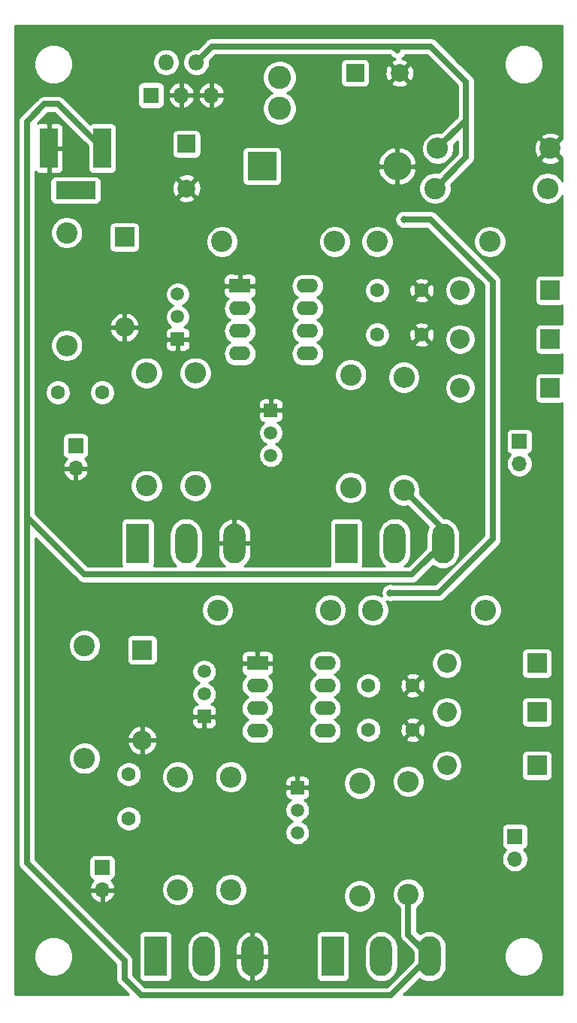
<source format=gbr>
%TF.GenerationSoftware,KiCad,Pcbnew,5.1.7-a382d34a8~88~ubuntu20.04.1*%
%TF.CreationDate,2021-03-10T12:52:40+00:00*%
%TF.ProjectId,spike_n_hold,7370696b-655f-46e5-9f68-6f6c642e6b69,rev?*%
%TF.SameCoordinates,Original*%
%TF.FileFunction,Copper,L2,Bot*%
%TF.FilePolarity,Positive*%
%FSLAX46Y46*%
G04 Gerber Fmt 4.6, Leading zero omitted, Abs format (unit mm)*
G04 Created by KiCad (PCBNEW 5.1.7-a382d34a8~88~ubuntu20.04.1) date 2021-03-10 12:52:40*
%MOMM*%
%LPD*%
G01*
G04 APERTURE LIST*
%TA.AperFunction,ComponentPad*%
%ADD10R,2.200000X2.200000*%
%TD*%
%TA.AperFunction,ComponentPad*%
%ADD11O,2.200000X2.200000*%
%TD*%
%TA.AperFunction,ComponentPad*%
%ADD12C,1.600000*%
%TD*%
%TA.AperFunction,ComponentPad*%
%ADD13C,2.000000*%
%TD*%
%TA.AperFunction,ComponentPad*%
%ADD14R,2.000000X2.000000*%
%TD*%
%TA.AperFunction,ComponentPad*%
%ADD15R,3.200000X3.200000*%
%TD*%
%TA.AperFunction,ComponentPad*%
%ADD16O,3.200000X3.200000*%
%TD*%
%TA.AperFunction,ComponentPad*%
%ADD17R,1.700000X1.700000*%
%TD*%
%TA.AperFunction,ComponentPad*%
%ADD18O,1.700000X1.700000*%
%TD*%
%TA.AperFunction,ComponentPad*%
%ADD19R,4.500000X2.000000*%
%TD*%
%TA.AperFunction,ComponentPad*%
%ADD20R,2.000000X4.500000*%
%TD*%
%TA.AperFunction,ComponentPad*%
%ADD21C,2.600000*%
%TD*%
%TA.AperFunction,ComponentPad*%
%ADD22O,2.500000X4.500000*%
%TD*%
%TA.AperFunction,ComponentPad*%
%ADD23R,2.500000X4.500000*%
%TD*%
%TA.AperFunction,ComponentPad*%
%ADD24C,2.400000*%
%TD*%
%TA.AperFunction,ComponentPad*%
%ADD25O,2.400000X2.400000*%
%TD*%
%TA.AperFunction,ComponentPad*%
%ADD26R,2.400000X1.600000*%
%TD*%
%TA.AperFunction,ComponentPad*%
%ADD27O,2.400000X1.600000*%
%TD*%
%TA.AperFunction,ComponentPad*%
%ADD28C,1.500000*%
%TD*%
%TA.AperFunction,ComponentPad*%
%ADD29R,1.500000X1.500000*%
%TD*%
%TA.AperFunction,ComponentPad*%
%ADD30R,1.800000X1.800000*%
%TD*%
%TA.AperFunction,ComponentPad*%
%ADD31O,1.800000X1.800000*%
%TD*%
%TA.AperFunction,ViaPad*%
%ADD32C,0.800000*%
%TD*%
%TA.AperFunction,Conductor*%
%ADD33C,0.700000*%
%TD*%
%TA.AperFunction,Conductor*%
%ADD34C,0.254000*%
%TD*%
%TA.AperFunction,Conductor*%
%ADD35C,0.100000*%
%TD*%
G04 APERTURE END LIST*
D10*
%TO.P,D4,1*%
%TO.N,Net-(D4-Pad1)*%
X117000000Y-57000000D03*
D11*
%TO.P,D4,2*%
%TO.N,GND*%
X117000000Y-67160000D03*
%TD*%
D12*
%TO.P,C1,1*%
%TO.N,Net-(C1-Pad1)*%
X117500000Y-117500000D03*
%TO.P,C1,2*%
%TO.N,input_trigger2*%
X117500000Y-122500000D03*
%TD*%
%TO.P,C2,1*%
%TO.N,Net-(C2-Pad1)*%
X109500000Y-74500000D03*
%TO.P,C2,2*%
%TO.N,input_trigger1*%
X114500000Y-74500000D03*
%TD*%
%TO.P,C3,2*%
%TO.N,Net-(C3-Pad2)*%
X144500000Y-112500000D03*
%TO.P,C3,1*%
%TO.N,GND*%
X149500000Y-112500000D03*
%TD*%
%TO.P,C4,2*%
%TO.N,Net-(C4-Pad2)*%
X145500000Y-68000000D03*
%TO.P,C4,1*%
%TO.N,GND*%
X150500000Y-68000000D03*
%TD*%
%TO.P,C5,1*%
%TO.N,Net-(C5-Pad1)*%
X144500000Y-107500000D03*
%TO.P,C5,2*%
%TO.N,GND*%
X149500000Y-107500000D03*
%TD*%
%TO.P,C6,2*%
%TO.N,GND*%
X150500000Y-63000000D03*
%TO.P,C6,1*%
%TO.N,Net-(C6-Pad1)*%
X145500000Y-63000000D03*
%TD*%
D13*
%TO.P,C11,2*%
%TO.N,GND*%
X124000000Y-51500000D03*
D14*
%TO.P,C11,1*%
%TO.N,+24V*%
X124000000Y-46500000D03*
%TD*%
%TO.P,C15,1*%
%TO.N,+12V*%
X143000000Y-38500000D03*
D13*
%TO.P,C15,2*%
%TO.N,GND*%
X148000000Y-38500000D03*
%TD*%
D11*
%TO.P,D1,2*%
%TO.N,+12V*%
X153340000Y-105000000D03*
D10*
%TO.P,D1,1*%
%TO.N,Net-(D1-Pad1)*%
X163500000Y-105000000D03*
%TD*%
%TO.P,D2,1*%
%TO.N,Net-(D2-Pad1)*%
X165000000Y-63000000D03*
D11*
%TO.P,D2,2*%
%TO.N,+12V*%
X154840000Y-63000000D03*
%TD*%
%TO.P,D3,2*%
%TO.N,GND*%
X119000000Y-113660000D03*
D10*
%TO.P,D3,1*%
%TO.N,Net-(D3-Pad1)*%
X119000000Y-103500000D03*
%TD*%
D11*
%TO.P,D5,2*%
%TO.N,Net-(D5-Pad2)*%
X153340000Y-110500000D03*
D10*
%TO.P,D5,1*%
%TO.N,Net-(D1-Pad1)*%
X163500000Y-110500000D03*
%TD*%
D11*
%TO.P,D6,2*%
%TO.N,Net-(D6-Pad2)*%
X154840000Y-68500000D03*
D10*
%TO.P,D6,1*%
%TO.N,Net-(D2-Pad1)*%
X165000000Y-68500000D03*
%TD*%
%TO.P,D7,1*%
%TO.N,Net-(D7-Pad1)*%
X163500000Y-116500000D03*
D11*
%TO.P,D7,2*%
%TO.N,Net-(D5-Pad2)*%
X153340000Y-116500000D03*
%TD*%
%TO.P,D8,2*%
%TO.N,Net-(D6-Pad2)*%
X154840000Y-74000000D03*
D10*
%TO.P,D8,1*%
%TO.N,Net-(D8-Pad1)*%
X165000000Y-74000000D03*
%TD*%
D15*
%TO.P,D17,1*%
%TO.N,Net-(D17-Pad1)*%
X132500000Y-49000000D03*
D16*
%TO.P,D17,2*%
%TO.N,GND*%
X147740000Y-49000000D03*
%TD*%
D17*
%TO.P,J1,1*%
%TO.N,input_trigger2*%
X114500000Y-128000000D03*
D18*
%TO.P,J1,2*%
%TO.N,GND*%
X114500000Y-130540000D03*
%TD*%
D17*
%TO.P,J2,1*%
%TO.N,input_trigger1*%
X111500000Y-80500000D03*
D18*
%TO.P,J2,2*%
%TO.N,GND*%
X111500000Y-83040000D03*
%TD*%
D17*
%TO.P,J3,1*%
%TO.N,Net-(D1-Pad1)*%
X161000000Y-124500000D03*
D18*
%TO.P,J3,2*%
%TO.N,Net-(D7-Pad1)*%
X161000000Y-127040000D03*
%TD*%
%TO.P,J4,2*%
%TO.N,Net-(D8-Pad1)*%
X161500000Y-82540000D03*
D17*
%TO.P,J4,1*%
%TO.N,Net-(D2-Pad1)*%
X161500000Y-80000000D03*
%TD*%
D19*
%TO.P,J9,3*%
%TO.N,N/C*%
X111500000Y-51700000D03*
D20*
%TO.P,J9,1*%
%TO.N,+24V*%
X114500000Y-47000000D03*
%TO.P,J9,2*%
%TO.N,GND*%
X108500000Y-47000000D03*
%TD*%
D21*
%TO.P,L1,1*%
%TO.N,Net-(D17-Pad1)*%
X134500000Y-42500000D03*
%TO.P,L1,2*%
%TO.N,+12V*%
X134500000Y-39000000D03*
%TD*%
D22*
%TO.P,Q1,3*%
%TO.N,+24V*%
X151400000Y-138000000D03*
%TO.P,Q1,2*%
%TO.N,Net-(D1-Pad1)*%
X145950000Y-138000000D03*
D23*
%TO.P,Q1,1*%
%TO.N,Net-(Q1-Pad1)*%
X140500000Y-138000000D03*
%TD*%
%TO.P,Q2,1*%
%TO.N,Net-(Q2-Pad1)*%
X142000000Y-91500000D03*
D22*
%TO.P,Q2,2*%
%TO.N,Net-(D2-Pad1)*%
X147450000Y-91500000D03*
%TO.P,Q2,3*%
%TO.N,+24V*%
X152900000Y-91500000D03*
%TD*%
%TO.P,Q7,3*%
%TO.N,GND*%
X131400000Y-138000000D03*
%TO.P,Q7,2*%
%TO.N,Net-(D7-Pad1)*%
X125950000Y-138000000D03*
D23*
%TO.P,Q7,1*%
%TO.N,Net-(Q7-Pad1)*%
X120500000Y-138000000D03*
%TD*%
D22*
%TO.P,Q8,3*%
%TO.N,GND*%
X129400000Y-91500000D03*
%TO.P,Q8,2*%
%TO.N,Net-(D8-Pad1)*%
X123950000Y-91500000D03*
D23*
%TO.P,Q8,1*%
%TO.N,Net-(Q8-Pad1)*%
X118500000Y-91500000D03*
%TD*%
D24*
%TO.P,R1,1*%
%TO.N,+24V*%
X149000000Y-131000000D03*
D25*
%TO.P,R1,2*%
%TO.N,Net-(Q5-Pad3)*%
X149000000Y-118300000D03*
%TD*%
%TO.P,R2,2*%
%TO.N,Net-(Q6-Pad3)*%
X148500000Y-72800000D03*
D24*
%TO.P,R2,1*%
%TO.N,+24V*%
X148500000Y-85500000D03*
%TD*%
D25*
%TO.P,R3,2*%
%TO.N,Net-(Q1-Pad1)*%
X143500000Y-131200000D03*
D24*
%TO.P,R3,1*%
%TO.N,Net-(Q5-Pad3)*%
X143500000Y-118500000D03*
%TD*%
%TO.P,R4,1*%
%TO.N,Net-(Q6-Pad3)*%
X142500000Y-72500000D03*
D25*
%TO.P,R4,2*%
%TO.N,Net-(Q2-Pad1)*%
X142500000Y-85200000D03*
%TD*%
%TO.P,R5,2*%
%TO.N,Net-(C1-Pad1)*%
X112500000Y-115700000D03*
D24*
%TO.P,R5,1*%
%TO.N,Net-(D3-Pad1)*%
X112500000Y-103000000D03*
%TD*%
%TO.P,R6,1*%
%TO.N,Net-(D4-Pad1)*%
X110500000Y-56500000D03*
D25*
%TO.P,R6,2*%
%TO.N,Net-(C2-Pad1)*%
X110500000Y-69200000D03*
%TD*%
%TO.P,R7,2*%
%TO.N,timed_trigger2*%
X129000000Y-117800000D03*
D24*
%TO.P,R7,1*%
%TO.N,Net-(Q5-Pad2)*%
X129000000Y-130500000D03*
%TD*%
%TO.P,R8,1*%
%TO.N,Net-(Q6-Pad2)*%
X125000000Y-85000000D03*
D25*
%TO.P,R8,2*%
%TO.N,timed_trigger1*%
X125000000Y-72300000D03*
%TD*%
D24*
%TO.P,R9,1*%
%TO.N,Net-(Q3-Pad3)*%
X127500000Y-99000000D03*
D25*
%TO.P,R9,2*%
%TO.N,+12V*%
X140200000Y-99000000D03*
%TD*%
%TO.P,R10,2*%
%TO.N,+12V*%
X140700000Y-57500000D03*
D24*
%TO.P,R10,1*%
%TO.N,Net-(Q4-Pad3)*%
X128000000Y-57500000D03*
%TD*%
%TO.P,R11,1*%
%TO.N,Net-(Q7-Pad1)*%
X123000000Y-130500000D03*
D25*
%TO.P,R11,2*%
%TO.N,input_trigger2*%
X123000000Y-117800000D03*
%TD*%
%TO.P,R12,2*%
%TO.N,input_trigger1*%
X119500000Y-72300000D03*
D24*
%TO.P,R12,1*%
%TO.N,Net-(Q8-Pad1)*%
X119500000Y-85000000D03*
%TD*%
D25*
%TO.P,R13,2*%
%TO.N,+12V*%
X157700000Y-99000000D03*
D24*
%TO.P,R13,1*%
%TO.N,Net-(C5-Pad1)*%
X145000000Y-99000000D03*
%TD*%
%TO.P,R14,1*%
%TO.N,Net-(C6-Pad1)*%
X145500000Y-57500000D03*
D25*
%TO.P,R14,2*%
%TO.N,+12V*%
X158200000Y-57500000D03*
%TD*%
D26*
%TO.P,U1,1*%
%TO.N,GND*%
X132000000Y-105000000D03*
D27*
%TO.P,U1,5*%
%TO.N,Net-(C3-Pad2)*%
X139620000Y-112620000D03*
%TO.P,U1,2*%
%TO.N,Net-(Q3-Pad3)*%
X132000000Y-107540000D03*
%TO.P,U1,6*%
%TO.N,Net-(C5-Pad1)*%
X139620000Y-110080000D03*
%TO.P,U1,3*%
%TO.N,timed_trigger2*%
X132000000Y-110080000D03*
%TO.P,U1,7*%
%TO.N,Net-(C5-Pad1)*%
X139620000Y-107540000D03*
%TO.P,U1,4*%
%TO.N,+12V*%
X132000000Y-112620000D03*
%TO.P,U1,8*%
X139620000Y-105000000D03*
%TD*%
D26*
%TO.P,U2,1*%
%TO.N,GND*%
X130000000Y-62500000D03*
D27*
%TO.P,U2,5*%
%TO.N,Net-(C4-Pad2)*%
X137620000Y-70120000D03*
%TO.P,U2,2*%
%TO.N,Net-(Q4-Pad3)*%
X130000000Y-65040000D03*
%TO.P,U2,6*%
%TO.N,Net-(C6-Pad1)*%
X137620000Y-67580000D03*
%TO.P,U2,3*%
%TO.N,timed_trigger1*%
X130000000Y-67580000D03*
%TO.P,U2,7*%
%TO.N,Net-(C6-Pad1)*%
X137620000Y-65040000D03*
%TO.P,U2,4*%
%TO.N,+12V*%
X130000000Y-70120000D03*
%TO.P,U2,8*%
X137620000Y-62500000D03*
%TD*%
D28*
%TO.P,Q3,2*%
%TO.N,Net-(D3-Pad1)*%
X126000000Y-108460000D03*
%TO.P,Q3,3*%
%TO.N,Net-(Q3-Pad3)*%
X126000000Y-105920000D03*
D29*
%TO.P,Q3,1*%
%TO.N,GND*%
X126000000Y-111000000D03*
%TD*%
%TO.P,Q4,1*%
%TO.N,GND*%
X123000000Y-68500000D03*
D28*
%TO.P,Q4,3*%
%TO.N,Net-(Q4-Pad3)*%
X123000000Y-63420000D03*
%TO.P,Q4,2*%
%TO.N,Net-(D4-Pad1)*%
X123000000Y-65960000D03*
%TD*%
D29*
%TO.P,Q5,1*%
%TO.N,GND*%
X136500000Y-119000000D03*
D28*
%TO.P,Q5,3*%
%TO.N,Net-(Q5-Pad3)*%
X136500000Y-124080000D03*
%TO.P,Q5,2*%
%TO.N,Net-(Q5-Pad2)*%
X136500000Y-121540000D03*
%TD*%
D29*
%TO.P,Q6,1*%
%TO.N,GND*%
X133500000Y-76500000D03*
D28*
%TO.P,Q6,3*%
%TO.N,Net-(Q6-Pad3)*%
X133500000Y-81580000D03*
%TO.P,Q6,2*%
%TO.N,Net-(Q6-Pad2)*%
X133500000Y-79040000D03*
%TD*%
D25*
%TO.P,R15,2*%
%TO.N,Net-(R15-Pad2)*%
X152300000Y-47000000D03*
D24*
%TO.P,R15,1*%
%TO.N,GND*%
X165000000Y-47000000D03*
%TD*%
%TO.P,R16,1*%
%TO.N,Net-(R15-Pad2)*%
X152000000Y-51500000D03*
D25*
%TO.P,R16,2*%
%TO.N,+12V*%
X164700000Y-51500000D03*
%TD*%
D30*
%TO.P,U5,1*%
%TO.N,+24V*%
X120000000Y-41000000D03*
D31*
%TO.P,U5,2*%
%TO.N,Net-(D17-Pad1)*%
X121700000Y-37300000D03*
%TO.P,U5,3*%
%TO.N,GND*%
X123400000Y-41000000D03*
%TO.P,U5,4*%
%TO.N,Net-(R15-Pad2)*%
X125100000Y-37300000D03*
%TO.P,U5,5*%
%TO.N,GND*%
X126800000Y-41000000D03*
%TD*%
D32*
%TO.N,+12V*%
X148500000Y-55000000D03*
X146947817Y-97052183D03*
%TD*%
D33*
%TO.N,+24V*%
X108000000Y-42000000D02*
X106000000Y-44000000D01*
X109500000Y-42000000D02*
X108000000Y-42000000D01*
X114500000Y-47000000D02*
X109500000Y-42000000D01*
X106000000Y-44000000D02*
X106000000Y-88500000D01*
X117000000Y-138500000D02*
X106000000Y-127500000D01*
X106000000Y-88500000D02*
X106000000Y-127500000D01*
X118924990Y-142424990D02*
X119500000Y-142424990D01*
X117000000Y-140500000D02*
X118924990Y-142424990D01*
X117000000Y-138500000D02*
X117000000Y-140500000D01*
X149400000Y-95000000D02*
X152900000Y-91500000D01*
X112500000Y-95000000D02*
X149400000Y-95000000D01*
X106000000Y-88500000D02*
X112500000Y-95000000D01*
X152900000Y-89900000D02*
X148500000Y-85500000D01*
X152900000Y-91500000D02*
X152900000Y-89900000D01*
X144475010Y-142424990D02*
X118924990Y-142424990D01*
X146975010Y-142424990D02*
X151400000Y-138000000D01*
X144475010Y-142424990D02*
X146975010Y-142424990D01*
X149000000Y-135600000D02*
X151400000Y-138000000D01*
X149000000Y-131000000D02*
X149000000Y-135600000D01*
%TO.N,+12V*%
X148500000Y-55000000D02*
X151500000Y-55000000D01*
X151500000Y-55000000D02*
X158500000Y-62000000D01*
X158500000Y-62000000D02*
X158500000Y-91000000D01*
X152447817Y-97052183D02*
X146947817Y-97052183D01*
X158500000Y-91000000D02*
X152447817Y-97052183D01*
%TO.N,Net-(R15-Pad2)*%
X125100000Y-37300000D02*
X126900000Y-35500000D01*
X147294002Y-35500000D02*
X147794002Y-36000000D01*
X126900000Y-35500000D02*
X147294002Y-35500000D01*
X155500000Y-48000000D02*
X152000000Y-51500000D01*
X151500000Y-35500000D02*
X155500000Y-39500000D01*
X147294002Y-35500000D02*
X151500000Y-35500000D01*
X155500000Y-43800000D02*
X152300000Y-47000000D01*
X155500000Y-43500000D02*
X155500000Y-43800000D01*
X155500000Y-39500000D02*
X155500000Y-43500000D01*
X155500000Y-43500000D02*
X155500000Y-48000000D01*
%TD*%
D34*
%TO.N,GND*%
X166340000Y-45927729D02*
X166277980Y-45901626D01*
X165179605Y-47000000D01*
X166277980Y-48098374D01*
X166340000Y-48072271D01*
X166340000Y-50664224D01*
X166326156Y-50630801D01*
X166125338Y-50330256D01*
X165869744Y-50074662D01*
X165569199Y-49873844D01*
X165235250Y-49735518D01*
X164880732Y-49665000D01*
X164519268Y-49665000D01*
X164164750Y-49735518D01*
X163830801Y-49873844D01*
X163530256Y-50074662D01*
X163274662Y-50330256D01*
X163073844Y-50630801D01*
X162935518Y-50964750D01*
X162865000Y-51319268D01*
X162865000Y-51680732D01*
X162935518Y-52035250D01*
X163073844Y-52369199D01*
X163274662Y-52669744D01*
X163530256Y-52925338D01*
X163830801Y-53126156D01*
X164164750Y-53264482D01*
X164519268Y-53335000D01*
X164880732Y-53335000D01*
X165235250Y-53264482D01*
X165569199Y-53126156D01*
X165869744Y-52925338D01*
X166125338Y-52669744D01*
X166326156Y-52369199D01*
X166340000Y-52335776D01*
X166340000Y-61309230D01*
X166224482Y-61274188D01*
X166100000Y-61261928D01*
X163900000Y-61261928D01*
X163775518Y-61274188D01*
X163655820Y-61310498D01*
X163545506Y-61369463D01*
X163448815Y-61448815D01*
X163369463Y-61545506D01*
X163310498Y-61655820D01*
X163274188Y-61775518D01*
X163261928Y-61900000D01*
X163261928Y-64100000D01*
X163274188Y-64224482D01*
X163310498Y-64344180D01*
X163369463Y-64454494D01*
X163448815Y-64551185D01*
X163545506Y-64630537D01*
X163655820Y-64689502D01*
X163775518Y-64725812D01*
X163900000Y-64738072D01*
X166100000Y-64738072D01*
X166224482Y-64725812D01*
X166340000Y-64690770D01*
X166340000Y-66809230D01*
X166224482Y-66774188D01*
X166100000Y-66761928D01*
X163900000Y-66761928D01*
X163775518Y-66774188D01*
X163655820Y-66810498D01*
X163545506Y-66869463D01*
X163448815Y-66948815D01*
X163369463Y-67045506D01*
X163310498Y-67155820D01*
X163274188Y-67275518D01*
X163261928Y-67400000D01*
X163261928Y-69600000D01*
X163274188Y-69724482D01*
X163310498Y-69844180D01*
X163369463Y-69954494D01*
X163448815Y-70051185D01*
X163545506Y-70130537D01*
X163655820Y-70189502D01*
X163775518Y-70225812D01*
X163900000Y-70238072D01*
X166100000Y-70238072D01*
X166224482Y-70225812D01*
X166340000Y-70190770D01*
X166340000Y-72309230D01*
X166224482Y-72274188D01*
X166100000Y-72261928D01*
X163900000Y-72261928D01*
X163775518Y-72274188D01*
X163655820Y-72310498D01*
X163545506Y-72369463D01*
X163448815Y-72448815D01*
X163369463Y-72545506D01*
X163310498Y-72655820D01*
X163274188Y-72775518D01*
X163261928Y-72900000D01*
X163261928Y-75100000D01*
X163274188Y-75224482D01*
X163310498Y-75344180D01*
X163369463Y-75454494D01*
X163448815Y-75551185D01*
X163545506Y-75630537D01*
X163655820Y-75689502D01*
X163775518Y-75725812D01*
X163900000Y-75738072D01*
X166100000Y-75738072D01*
X166224482Y-75725812D01*
X166340000Y-75690770D01*
X166340001Y-142340000D01*
X148453000Y-142340000D01*
X150276509Y-140516491D01*
X150347684Y-140574903D01*
X150675153Y-140749939D01*
X151030477Y-140857725D01*
X151400000Y-140894120D01*
X151769524Y-140857725D01*
X152124848Y-140749939D01*
X152452317Y-140574903D01*
X152739345Y-140339345D01*
X152974903Y-140052317D01*
X153149939Y-139724848D01*
X153257725Y-139369524D01*
X153285000Y-139092597D01*
X153285000Y-137779872D01*
X159765000Y-137779872D01*
X159765000Y-138220128D01*
X159850890Y-138651925D01*
X160019369Y-139058669D01*
X160263962Y-139424729D01*
X160575271Y-139736038D01*
X160941331Y-139980631D01*
X161348075Y-140149110D01*
X161779872Y-140235000D01*
X162220128Y-140235000D01*
X162651925Y-140149110D01*
X163058669Y-139980631D01*
X163424729Y-139736038D01*
X163736038Y-139424729D01*
X163980631Y-139058669D01*
X164149110Y-138651925D01*
X164235000Y-138220128D01*
X164235000Y-137779872D01*
X164149110Y-137348075D01*
X163980631Y-136941331D01*
X163736038Y-136575271D01*
X163424729Y-136263962D01*
X163058669Y-136019369D01*
X162651925Y-135850890D01*
X162220128Y-135765000D01*
X161779872Y-135765000D01*
X161348075Y-135850890D01*
X160941331Y-136019369D01*
X160575271Y-136263962D01*
X160263962Y-136575271D01*
X160019369Y-136941331D01*
X159850890Y-137348075D01*
X159765000Y-137779872D01*
X153285000Y-137779872D01*
X153285000Y-136907403D01*
X153257725Y-136630476D01*
X153149939Y-136275152D01*
X152974903Y-135947683D01*
X152739345Y-135660655D01*
X152452317Y-135425097D01*
X152124847Y-135250061D01*
X151769523Y-135142275D01*
X151400000Y-135105880D01*
X151030476Y-135142275D01*
X150675152Y-135250061D01*
X150347683Y-135425097D01*
X150276509Y-135483508D01*
X149985000Y-135192000D01*
X149985000Y-132548780D01*
X150169744Y-132425338D01*
X150425338Y-132169744D01*
X150626156Y-131869199D01*
X150764482Y-131535250D01*
X150835000Y-131180732D01*
X150835000Y-130819268D01*
X150764482Y-130464750D01*
X150626156Y-130130801D01*
X150425338Y-129830256D01*
X150169744Y-129574662D01*
X149869199Y-129373844D01*
X149535250Y-129235518D01*
X149180732Y-129165000D01*
X148819268Y-129165000D01*
X148464750Y-129235518D01*
X148130801Y-129373844D01*
X147830256Y-129574662D01*
X147574662Y-129830256D01*
X147373844Y-130130801D01*
X147235518Y-130464750D01*
X147165000Y-130819268D01*
X147165000Y-131180732D01*
X147235518Y-131535250D01*
X147373844Y-131869199D01*
X147574662Y-132169744D01*
X147830256Y-132425338D01*
X148015000Y-132548780D01*
X148015001Y-135551610D01*
X148010235Y-135600000D01*
X148029253Y-135793093D01*
X148085576Y-135978766D01*
X148085577Y-135978767D01*
X148177041Y-136149884D01*
X148300131Y-136299870D01*
X148337711Y-136330711D01*
X149515000Y-137508001D01*
X149515001Y-138491999D01*
X146567010Y-141439990D01*
X119332991Y-141439990D01*
X117985000Y-140092000D01*
X117985000Y-138548379D01*
X117989765Y-138499999D01*
X117970747Y-138306905D01*
X117944423Y-138220128D01*
X117914424Y-138121233D01*
X117822960Y-137950116D01*
X117699870Y-137800130D01*
X117662284Y-137769284D01*
X115643000Y-135750000D01*
X118611928Y-135750000D01*
X118611928Y-140250000D01*
X118624188Y-140374482D01*
X118660498Y-140494180D01*
X118719463Y-140604494D01*
X118798815Y-140701185D01*
X118895506Y-140780537D01*
X119005820Y-140839502D01*
X119125518Y-140875812D01*
X119250000Y-140888072D01*
X121750000Y-140888072D01*
X121874482Y-140875812D01*
X121994180Y-140839502D01*
X122104494Y-140780537D01*
X122201185Y-140701185D01*
X122280537Y-140604494D01*
X122339502Y-140494180D01*
X122375812Y-140374482D01*
X122388072Y-140250000D01*
X122388072Y-136907404D01*
X124065000Y-136907404D01*
X124065001Y-139092597D01*
X124092276Y-139369524D01*
X124200062Y-139724848D01*
X124375098Y-140052317D01*
X124610656Y-140339345D01*
X124897684Y-140574903D01*
X125225153Y-140749939D01*
X125580477Y-140857725D01*
X125950000Y-140894120D01*
X126319524Y-140857725D01*
X126674848Y-140749939D01*
X127002317Y-140574903D01*
X127289345Y-140339345D01*
X127524903Y-140052317D01*
X127699939Y-139724848D01*
X127807725Y-139369524D01*
X127835000Y-139092597D01*
X127835000Y-138127000D01*
X129515000Y-138127000D01*
X129515000Y-139127000D01*
X129575996Y-139492305D01*
X129707088Y-139838691D01*
X129903237Y-140152847D01*
X130156906Y-140422699D01*
X130458347Y-140637878D01*
X130795975Y-140790114D01*
X130980355Y-140837695D01*
X131273000Y-140721572D01*
X131273000Y-138127000D01*
X131527000Y-138127000D01*
X131527000Y-140721572D01*
X131819645Y-140837695D01*
X132004025Y-140790114D01*
X132341653Y-140637878D01*
X132643094Y-140422699D01*
X132896763Y-140152847D01*
X133092912Y-139838691D01*
X133224004Y-139492305D01*
X133285000Y-139127000D01*
X133285000Y-138127000D01*
X131527000Y-138127000D01*
X131273000Y-138127000D01*
X129515000Y-138127000D01*
X127835000Y-138127000D01*
X127835000Y-136907403D01*
X127831612Y-136873000D01*
X129515000Y-136873000D01*
X129515000Y-137873000D01*
X131273000Y-137873000D01*
X131273000Y-135278428D01*
X131527000Y-135278428D01*
X131527000Y-137873000D01*
X133285000Y-137873000D01*
X133285000Y-136873000D01*
X133224004Y-136507695D01*
X133092912Y-136161309D01*
X132896763Y-135847153D01*
X132805437Y-135750000D01*
X138611928Y-135750000D01*
X138611928Y-140250000D01*
X138624188Y-140374482D01*
X138660498Y-140494180D01*
X138719463Y-140604494D01*
X138798815Y-140701185D01*
X138895506Y-140780537D01*
X139005820Y-140839502D01*
X139125518Y-140875812D01*
X139250000Y-140888072D01*
X141750000Y-140888072D01*
X141874482Y-140875812D01*
X141994180Y-140839502D01*
X142104494Y-140780537D01*
X142201185Y-140701185D01*
X142280537Y-140604494D01*
X142339502Y-140494180D01*
X142375812Y-140374482D01*
X142388072Y-140250000D01*
X142388072Y-136907404D01*
X144065000Y-136907404D01*
X144065001Y-139092597D01*
X144092276Y-139369524D01*
X144200062Y-139724848D01*
X144375098Y-140052317D01*
X144610656Y-140339345D01*
X144897684Y-140574903D01*
X145225153Y-140749939D01*
X145580477Y-140857725D01*
X145950000Y-140894120D01*
X146319524Y-140857725D01*
X146674848Y-140749939D01*
X147002317Y-140574903D01*
X147289345Y-140339345D01*
X147524903Y-140052317D01*
X147699939Y-139724848D01*
X147807725Y-139369524D01*
X147835000Y-139092597D01*
X147835000Y-136907403D01*
X147807725Y-136630476D01*
X147699939Y-136275152D01*
X147524903Y-135947683D01*
X147289345Y-135660655D01*
X147002317Y-135425097D01*
X146674847Y-135250061D01*
X146319523Y-135142275D01*
X145950000Y-135105880D01*
X145580476Y-135142275D01*
X145225152Y-135250061D01*
X144897683Y-135425097D01*
X144610655Y-135660655D01*
X144375097Y-135947683D01*
X144200061Y-136275153D01*
X144092275Y-136630477D01*
X144065000Y-136907404D01*
X142388072Y-136907404D01*
X142388072Y-135750000D01*
X142375812Y-135625518D01*
X142339502Y-135505820D01*
X142280537Y-135395506D01*
X142201185Y-135298815D01*
X142104494Y-135219463D01*
X141994180Y-135160498D01*
X141874482Y-135124188D01*
X141750000Y-135111928D01*
X139250000Y-135111928D01*
X139125518Y-135124188D01*
X139005820Y-135160498D01*
X138895506Y-135219463D01*
X138798815Y-135298815D01*
X138719463Y-135395506D01*
X138660498Y-135505820D01*
X138624188Y-135625518D01*
X138611928Y-135750000D01*
X132805437Y-135750000D01*
X132643094Y-135577301D01*
X132341653Y-135362122D01*
X132004025Y-135209886D01*
X131819645Y-135162305D01*
X131527000Y-135278428D01*
X131273000Y-135278428D01*
X130980355Y-135162305D01*
X130795975Y-135209886D01*
X130458347Y-135362122D01*
X130156906Y-135577301D01*
X129903237Y-135847153D01*
X129707088Y-136161309D01*
X129575996Y-136507695D01*
X129515000Y-136873000D01*
X127831612Y-136873000D01*
X127807725Y-136630476D01*
X127699939Y-136275152D01*
X127524903Y-135947683D01*
X127289345Y-135660655D01*
X127002317Y-135425097D01*
X126674847Y-135250061D01*
X126319523Y-135142275D01*
X125950000Y-135105880D01*
X125580476Y-135142275D01*
X125225152Y-135250061D01*
X124897683Y-135425097D01*
X124610655Y-135660655D01*
X124375097Y-135947683D01*
X124200061Y-136275153D01*
X124092275Y-136630477D01*
X124065000Y-136907404D01*
X122388072Y-136907404D01*
X122388072Y-135750000D01*
X122375812Y-135625518D01*
X122339502Y-135505820D01*
X122280537Y-135395506D01*
X122201185Y-135298815D01*
X122104494Y-135219463D01*
X121994180Y-135160498D01*
X121874482Y-135124188D01*
X121750000Y-135111928D01*
X119250000Y-135111928D01*
X119125518Y-135124188D01*
X119005820Y-135160498D01*
X118895506Y-135219463D01*
X118798815Y-135298815D01*
X118719463Y-135395506D01*
X118660498Y-135505820D01*
X118624188Y-135625518D01*
X118611928Y-135750000D01*
X115643000Y-135750000D01*
X110789890Y-130896890D01*
X113058524Y-130896890D01*
X113103175Y-131044099D01*
X113228359Y-131306920D01*
X113402412Y-131540269D01*
X113618645Y-131735178D01*
X113868748Y-131884157D01*
X114143109Y-131981481D01*
X114373000Y-131860814D01*
X114373000Y-130667000D01*
X114627000Y-130667000D01*
X114627000Y-131860814D01*
X114856891Y-131981481D01*
X115131252Y-131884157D01*
X115381355Y-131735178D01*
X115597588Y-131540269D01*
X115771641Y-131306920D01*
X115896825Y-131044099D01*
X115941476Y-130896890D01*
X115820155Y-130667000D01*
X114627000Y-130667000D01*
X114373000Y-130667000D01*
X113179845Y-130667000D01*
X113058524Y-130896890D01*
X110789890Y-130896890D01*
X107043000Y-127150000D01*
X113011928Y-127150000D01*
X113011928Y-128850000D01*
X113024188Y-128974482D01*
X113060498Y-129094180D01*
X113119463Y-129204494D01*
X113198815Y-129301185D01*
X113295506Y-129380537D01*
X113405820Y-129439502D01*
X113486466Y-129463966D01*
X113402412Y-129539731D01*
X113228359Y-129773080D01*
X113103175Y-130035901D01*
X113058524Y-130183110D01*
X113179845Y-130413000D01*
X114373000Y-130413000D01*
X114373000Y-130393000D01*
X114627000Y-130393000D01*
X114627000Y-130413000D01*
X115820155Y-130413000D01*
X115869620Y-130319268D01*
X121165000Y-130319268D01*
X121165000Y-130680732D01*
X121235518Y-131035250D01*
X121373844Y-131369199D01*
X121574662Y-131669744D01*
X121830256Y-131925338D01*
X122130801Y-132126156D01*
X122464750Y-132264482D01*
X122819268Y-132335000D01*
X123180732Y-132335000D01*
X123535250Y-132264482D01*
X123869199Y-132126156D01*
X124169744Y-131925338D01*
X124425338Y-131669744D01*
X124626156Y-131369199D01*
X124764482Y-131035250D01*
X124835000Y-130680732D01*
X124835000Y-130319268D01*
X127165000Y-130319268D01*
X127165000Y-130680732D01*
X127235518Y-131035250D01*
X127373844Y-131369199D01*
X127574662Y-131669744D01*
X127830256Y-131925338D01*
X128130801Y-132126156D01*
X128464750Y-132264482D01*
X128819268Y-132335000D01*
X129180732Y-132335000D01*
X129535250Y-132264482D01*
X129869199Y-132126156D01*
X130169744Y-131925338D01*
X130425338Y-131669744D01*
X130626156Y-131369199D01*
X130764482Y-131035250D01*
X130767661Y-131019268D01*
X141665000Y-131019268D01*
X141665000Y-131380732D01*
X141735518Y-131735250D01*
X141873844Y-132069199D01*
X142074662Y-132369744D01*
X142330256Y-132625338D01*
X142630801Y-132826156D01*
X142964750Y-132964482D01*
X143319268Y-133035000D01*
X143680732Y-133035000D01*
X144035250Y-132964482D01*
X144369199Y-132826156D01*
X144669744Y-132625338D01*
X144925338Y-132369744D01*
X145126156Y-132069199D01*
X145264482Y-131735250D01*
X145335000Y-131380732D01*
X145335000Y-131019268D01*
X145264482Y-130664750D01*
X145126156Y-130330801D01*
X144925338Y-130030256D01*
X144669744Y-129774662D01*
X144369199Y-129573844D01*
X144035250Y-129435518D01*
X143680732Y-129365000D01*
X143319268Y-129365000D01*
X142964750Y-129435518D01*
X142630801Y-129573844D01*
X142330256Y-129774662D01*
X142074662Y-130030256D01*
X141873844Y-130330801D01*
X141735518Y-130664750D01*
X141665000Y-131019268D01*
X130767661Y-131019268D01*
X130835000Y-130680732D01*
X130835000Y-130319268D01*
X130764482Y-129964750D01*
X130626156Y-129630801D01*
X130425338Y-129330256D01*
X130169744Y-129074662D01*
X129869199Y-128873844D01*
X129535250Y-128735518D01*
X129180732Y-128665000D01*
X128819268Y-128665000D01*
X128464750Y-128735518D01*
X128130801Y-128873844D01*
X127830256Y-129074662D01*
X127574662Y-129330256D01*
X127373844Y-129630801D01*
X127235518Y-129964750D01*
X127165000Y-130319268D01*
X124835000Y-130319268D01*
X124764482Y-129964750D01*
X124626156Y-129630801D01*
X124425338Y-129330256D01*
X124169744Y-129074662D01*
X123869199Y-128873844D01*
X123535250Y-128735518D01*
X123180732Y-128665000D01*
X122819268Y-128665000D01*
X122464750Y-128735518D01*
X122130801Y-128873844D01*
X121830256Y-129074662D01*
X121574662Y-129330256D01*
X121373844Y-129630801D01*
X121235518Y-129964750D01*
X121165000Y-130319268D01*
X115869620Y-130319268D01*
X115941476Y-130183110D01*
X115896825Y-130035901D01*
X115771641Y-129773080D01*
X115597588Y-129539731D01*
X115513534Y-129463966D01*
X115594180Y-129439502D01*
X115704494Y-129380537D01*
X115801185Y-129301185D01*
X115880537Y-129204494D01*
X115939502Y-129094180D01*
X115975812Y-128974482D01*
X115988072Y-128850000D01*
X115988072Y-127150000D01*
X115975812Y-127025518D01*
X115939502Y-126905820D01*
X115880537Y-126795506D01*
X115801185Y-126698815D01*
X115704494Y-126619463D01*
X115594180Y-126560498D01*
X115474482Y-126524188D01*
X115350000Y-126511928D01*
X113650000Y-126511928D01*
X113525518Y-126524188D01*
X113405820Y-126560498D01*
X113295506Y-126619463D01*
X113198815Y-126698815D01*
X113119463Y-126795506D01*
X113060498Y-126905820D01*
X113024188Y-127025518D01*
X113011928Y-127150000D01*
X107043000Y-127150000D01*
X106985000Y-127092000D01*
X106985000Y-122358665D01*
X116065000Y-122358665D01*
X116065000Y-122641335D01*
X116120147Y-122918574D01*
X116228320Y-123179727D01*
X116385363Y-123414759D01*
X116585241Y-123614637D01*
X116820273Y-123771680D01*
X117081426Y-123879853D01*
X117358665Y-123935000D01*
X117641335Y-123935000D01*
X117918574Y-123879853D01*
X118179727Y-123771680D01*
X118414759Y-123614637D01*
X118614637Y-123414759D01*
X118771680Y-123179727D01*
X118879853Y-122918574D01*
X118935000Y-122641335D01*
X118935000Y-122358665D01*
X118879853Y-122081426D01*
X118771680Y-121820273D01*
X118614637Y-121585241D01*
X118414759Y-121385363D01*
X118179727Y-121228320D01*
X117918574Y-121120147D01*
X117641335Y-121065000D01*
X117358665Y-121065000D01*
X117081426Y-121120147D01*
X116820273Y-121228320D01*
X116585241Y-121385363D01*
X116385363Y-121585241D01*
X116228320Y-121820273D01*
X116120147Y-122081426D01*
X116065000Y-122358665D01*
X106985000Y-122358665D01*
X106985000Y-119750000D01*
X135111928Y-119750000D01*
X135124188Y-119874482D01*
X135160498Y-119994180D01*
X135219463Y-120104494D01*
X135298815Y-120201185D01*
X135395506Y-120280537D01*
X135505820Y-120339502D01*
X135625518Y-120375812D01*
X135733483Y-120386445D01*
X135617114Y-120464201D01*
X135424201Y-120657114D01*
X135272629Y-120883957D01*
X135168225Y-121136011D01*
X135115000Y-121403589D01*
X135115000Y-121676411D01*
X135168225Y-121943989D01*
X135272629Y-122196043D01*
X135424201Y-122422886D01*
X135617114Y-122615799D01*
X135843957Y-122767371D01*
X135946873Y-122810000D01*
X135843957Y-122852629D01*
X135617114Y-123004201D01*
X135424201Y-123197114D01*
X135272629Y-123423957D01*
X135168225Y-123676011D01*
X135115000Y-123943589D01*
X135115000Y-124216411D01*
X135168225Y-124483989D01*
X135272629Y-124736043D01*
X135424201Y-124962886D01*
X135617114Y-125155799D01*
X135843957Y-125307371D01*
X136096011Y-125411775D01*
X136363589Y-125465000D01*
X136636411Y-125465000D01*
X136903989Y-125411775D01*
X137156043Y-125307371D01*
X137382886Y-125155799D01*
X137575799Y-124962886D01*
X137727371Y-124736043D01*
X137831775Y-124483989D01*
X137885000Y-124216411D01*
X137885000Y-123943589D01*
X137831775Y-123676011D01*
X137821001Y-123650000D01*
X159511928Y-123650000D01*
X159511928Y-125350000D01*
X159524188Y-125474482D01*
X159560498Y-125594180D01*
X159619463Y-125704494D01*
X159698815Y-125801185D01*
X159795506Y-125880537D01*
X159905820Y-125939502D01*
X159978380Y-125961513D01*
X159846525Y-126093368D01*
X159684010Y-126336589D01*
X159572068Y-126606842D01*
X159515000Y-126893740D01*
X159515000Y-127186260D01*
X159572068Y-127473158D01*
X159684010Y-127743411D01*
X159846525Y-127986632D01*
X160053368Y-128193475D01*
X160296589Y-128355990D01*
X160566842Y-128467932D01*
X160853740Y-128525000D01*
X161146260Y-128525000D01*
X161433158Y-128467932D01*
X161703411Y-128355990D01*
X161946632Y-128193475D01*
X162153475Y-127986632D01*
X162315990Y-127743411D01*
X162427932Y-127473158D01*
X162485000Y-127186260D01*
X162485000Y-126893740D01*
X162427932Y-126606842D01*
X162315990Y-126336589D01*
X162153475Y-126093368D01*
X162021620Y-125961513D01*
X162094180Y-125939502D01*
X162204494Y-125880537D01*
X162301185Y-125801185D01*
X162380537Y-125704494D01*
X162439502Y-125594180D01*
X162475812Y-125474482D01*
X162488072Y-125350000D01*
X162488072Y-123650000D01*
X162475812Y-123525518D01*
X162439502Y-123405820D01*
X162380537Y-123295506D01*
X162301185Y-123198815D01*
X162204494Y-123119463D01*
X162094180Y-123060498D01*
X161974482Y-123024188D01*
X161850000Y-123011928D01*
X160150000Y-123011928D01*
X160025518Y-123024188D01*
X159905820Y-123060498D01*
X159795506Y-123119463D01*
X159698815Y-123198815D01*
X159619463Y-123295506D01*
X159560498Y-123405820D01*
X159524188Y-123525518D01*
X159511928Y-123650000D01*
X137821001Y-123650000D01*
X137727371Y-123423957D01*
X137575799Y-123197114D01*
X137382886Y-123004201D01*
X137156043Y-122852629D01*
X137053127Y-122810000D01*
X137156043Y-122767371D01*
X137382886Y-122615799D01*
X137575799Y-122422886D01*
X137727371Y-122196043D01*
X137831775Y-121943989D01*
X137885000Y-121676411D01*
X137885000Y-121403589D01*
X137831775Y-121136011D01*
X137727371Y-120883957D01*
X137575799Y-120657114D01*
X137382886Y-120464201D01*
X137266517Y-120386445D01*
X137374482Y-120375812D01*
X137494180Y-120339502D01*
X137604494Y-120280537D01*
X137701185Y-120201185D01*
X137780537Y-120104494D01*
X137839502Y-119994180D01*
X137875812Y-119874482D01*
X137888072Y-119750000D01*
X137885000Y-119285750D01*
X137726250Y-119127000D01*
X136627000Y-119127000D01*
X136627000Y-119147000D01*
X136373000Y-119147000D01*
X136373000Y-119127000D01*
X135273750Y-119127000D01*
X135115000Y-119285750D01*
X135111928Y-119750000D01*
X106985000Y-119750000D01*
X106985000Y-115519268D01*
X110665000Y-115519268D01*
X110665000Y-115880732D01*
X110735518Y-116235250D01*
X110873844Y-116569199D01*
X111074662Y-116869744D01*
X111330256Y-117125338D01*
X111630801Y-117326156D01*
X111964750Y-117464482D01*
X112319268Y-117535000D01*
X112680732Y-117535000D01*
X113035250Y-117464482D01*
X113290715Y-117358665D01*
X116065000Y-117358665D01*
X116065000Y-117641335D01*
X116120147Y-117918574D01*
X116228320Y-118179727D01*
X116385363Y-118414759D01*
X116585241Y-118614637D01*
X116820273Y-118771680D01*
X117081426Y-118879853D01*
X117358665Y-118935000D01*
X117641335Y-118935000D01*
X117918574Y-118879853D01*
X118179727Y-118771680D01*
X118414759Y-118614637D01*
X118614637Y-118414759D01*
X118771680Y-118179727D01*
X118879853Y-117918574D01*
X118935000Y-117641335D01*
X118935000Y-117619268D01*
X121165000Y-117619268D01*
X121165000Y-117980732D01*
X121235518Y-118335250D01*
X121373844Y-118669199D01*
X121574662Y-118969744D01*
X121830256Y-119225338D01*
X122130801Y-119426156D01*
X122464750Y-119564482D01*
X122819268Y-119635000D01*
X123180732Y-119635000D01*
X123535250Y-119564482D01*
X123869199Y-119426156D01*
X124169744Y-119225338D01*
X124425338Y-118969744D01*
X124626156Y-118669199D01*
X124764482Y-118335250D01*
X124835000Y-117980732D01*
X124835000Y-117619268D01*
X127165000Y-117619268D01*
X127165000Y-117980732D01*
X127235518Y-118335250D01*
X127373844Y-118669199D01*
X127574662Y-118969744D01*
X127830256Y-119225338D01*
X128130801Y-119426156D01*
X128464750Y-119564482D01*
X128819268Y-119635000D01*
X129180732Y-119635000D01*
X129535250Y-119564482D01*
X129869199Y-119426156D01*
X130169744Y-119225338D01*
X130425338Y-118969744D01*
X130626156Y-118669199D01*
X130764482Y-118335250D01*
X130781439Y-118250000D01*
X135111928Y-118250000D01*
X135115000Y-118714250D01*
X135273750Y-118873000D01*
X136373000Y-118873000D01*
X136373000Y-117773750D01*
X136627000Y-117773750D01*
X136627000Y-118873000D01*
X137726250Y-118873000D01*
X137885000Y-118714250D01*
X137887613Y-118319268D01*
X141665000Y-118319268D01*
X141665000Y-118680732D01*
X141735518Y-119035250D01*
X141873844Y-119369199D01*
X142074662Y-119669744D01*
X142330256Y-119925338D01*
X142630801Y-120126156D01*
X142964750Y-120264482D01*
X143319268Y-120335000D01*
X143680732Y-120335000D01*
X144035250Y-120264482D01*
X144369199Y-120126156D01*
X144669744Y-119925338D01*
X144925338Y-119669744D01*
X145126156Y-119369199D01*
X145264482Y-119035250D01*
X145335000Y-118680732D01*
X145335000Y-118319268D01*
X145295218Y-118119268D01*
X147165000Y-118119268D01*
X147165000Y-118480732D01*
X147235518Y-118835250D01*
X147373844Y-119169199D01*
X147574662Y-119469744D01*
X147830256Y-119725338D01*
X148130801Y-119926156D01*
X148464750Y-120064482D01*
X148819268Y-120135000D01*
X149180732Y-120135000D01*
X149535250Y-120064482D01*
X149869199Y-119926156D01*
X150169744Y-119725338D01*
X150425338Y-119469744D01*
X150626156Y-119169199D01*
X150764482Y-118835250D01*
X150835000Y-118480732D01*
X150835000Y-118119268D01*
X150764482Y-117764750D01*
X150626156Y-117430801D01*
X150425338Y-117130256D01*
X150169744Y-116874662D01*
X149869199Y-116673844D01*
X149535250Y-116535518D01*
X149180732Y-116465000D01*
X148819268Y-116465000D01*
X148464750Y-116535518D01*
X148130801Y-116673844D01*
X147830256Y-116874662D01*
X147574662Y-117130256D01*
X147373844Y-117430801D01*
X147235518Y-117764750D01*
X147165000Y-118119268D01*
X145295218Y-118119268D01*
X145264482Y-117964750D01*
X145126156Y-117630801D01*
X144925338Y-117330256D01*
X144669744Y-117074662D01*
X144369199Y-116873844D01*
X144035250Y-116735518D01*
X143680732Y-116665000D01*
X143319268Y-116665000D01*
X142964750Y-116735518D01*
X142630801Y-116873844D01*
X142330256Y-117074662D01*
X142074662Y-117330256D01*
X141873844Y-117630801D01*
X141735518Y-117964750D01*
X141665000Y-118319268D01*
X137887613Y-118319268D01*
X137888072Y-118250000D01*
X137875812Y-118125518D01*
X137839502Y-118005820D01*
X137780537Y-117895506D01*
X137701185Y-117798815D01*
X137604494Y-117719463D01*
X137494180Y-117660498D01*
X137374482Y-117624188D01*
X137250000Y-117611928D01*
X136785750Y-117615000D01*
X136627000Y-117773750D01*
X136373000Y-117773750D01*
X136214250Y-117615000D01*
X135750000Y-117611928D01*
X135625518Y-117624188D01*
X135505820Y-117660498D01*
X135395506Y-117719463D01*
X135298815Y-117798815D01*
X135219463Y-117895506D01*
X135160498Y-118005820D01*
X135124188Y-118125518D01*
X135111928Y-118250000D01*
X130781439Y-118250000D01*
X130835000Y-117980732D01*
X130835000Y-117619268D01*
X130764482Y-117264750D01*
X130626156Y-116930801D01*
X130425338Y-116630256D01*
X130169744Y-116374662D01*
X130101582Y-116329117D01*
X151605000Y-116329117D01*
X151605000Y-116670883D01*
X151671675Y-117006081D01*
X151802463Y-117321831D01*
X151992337Y-117605998D01*
X152234002Y-117847663D01*
X152518169Y-118037537D01*
X152833919Y-118168325D01*
X153169117Y-118235000D01*
X153510883Y-118235000D01*
X153846081Y-118168325D01*
X154161831Y-118037537D01*
X154445998Y-117847663D01*
X154687663Y-117605998D01*
X154877537Y-117321831D01*
X155008325Y-117006081D01*
X155075000Y-116670883D01*
X155075000Y-116329117D01*
X155008325Y-115993919D01*
X154877537Y-115678169D01*
X154691671Y-115400000D01*
X161761928Y-115400000D01*
X161761928Y-117600000D01*
X161774188Y-117724482D01*
X161810498Y-117844180D01*
X161869463Y-117954494D01*
X161948815Y-118051185D01*
X162045506Y-118130537D01*
X162155820Y-118189502D01*
X162275518Y-118225812D01*
X162400000Y-118238072D01*
X164600000Y-118238072D01*
X164724482Y-118225812D01*
X164844180Y-118189502D01*
X164954494Y-118130537D01*
X165051185Y-118051185D01*
X165130537Y-117954494D01*
X165189502Y-117844180D01*
X165225812Y-117724482D01*
X165238072Y-117600000D01*
X165238072Y-115400000D01*
X165225812Y-115275518D01*
X165189502Y-115155820D01*
X165130537Y-115045506D01*
X165051185Y-114948815D01*
X164954494Y-114869463D01*
X164844180Y-114810498D01*
X164724482Y-114774188D01*
X164600000Y-114761928D01*
X162400000Y-114761928D01*
X162275518Y-114774188D01*
X162155820Y-114810498D01*
X162045506Y-114869463D01*
X161948815Y-114948815D01*
X161869463Y-115045506D01*
X161810498Y-115155820D01*
X161774188Y-115275518D01*
X161761928Y-115400000D01*
X154691671Y-115400000D01*
X154687663Y-115394002D01*
X154445998Y-115152337D01*
X154161831Y-114962463D01*
X153846081Y-114831675D01*
X153510883Y-114765000D01*
X153169117Y-114765000D01*
X152833919Y-114831675D01*
X152518169Y-114962463D01*
X152234002Y-115152337D01*
X151992337Y-115394002D01*
X151802463Y-115678169D01*
X151671675Y-115993919D01*
X151605000Y-116329117D01*
X130101582Y-116329117D01*
X129869199Y-116173844D01*
X129535250Y-116035518D01*
X129180732Y-115965000D01*
X128819268Y-115965000D01*
X128464750Y-116035518D01*
X128130801Y-116173844D01*
X127830256Y-116374662D01*
X127574662Y-116630256D01*
X127373844Y-116930801D01*
X127235518Y-117264750D01*
X127165000Y-117619268D01*
X124835000Y-117619268D01*
X124764482Y-117264750D01*
X124626156Y-116930801D01*
X124425338Y-116630256D01*
X124169744Y-116374662D01*
X123869199Y-116173844D01*
X123535250Y-116035518D01*
X123180732Y-115965000D01*
X122819268Y-115965000D01*
X122464750Y-116035518D01*
X122130801Y-116173844D01*
X121830256Y-116374662D01*
X121574662Y-116630256D01*
X121373844Y-116930801D01*
X121235518Y-117264750D01*
X121165000Y-117619268D01*
X118935000Y-117619268D01*
X118935000Y-117358665D01*
X118879853Y-117081426D01*
X118771680Y-116820273D01*
X118614637Y-116585241D01*
X118414759Y-116385363D01*
X118179727Y-116228320D01*
X117918574Y-116120147D01*
X117641335Y-116065000D01*
X117358665Y-116065000D01*
X117081426Y-116120147D01*
X116820273Y-116228320D01*
X116585241Y-116385363D01*
X116385363Y-116585241D01*
X116228320Y-116820273D01*
X116120147Y-117081426D01*
X116065000Y-117358665D01*
X113290715Y-117358665D01*
X113369199Y-117326156D01*
X113669744Y-117125338D01*
X113925338Y-116869744D01*
X114126156Y-116569199D01*
X114264482Y-116235250D01*
X114335000Y-115880732D01*
X114335000Y-115519268D01*
X114264482Y-115164750D01*
X114126156Y-114830801D01*
X113925338Y-114530256D01*
X113669744Y-114274662D01*
X113369199Y-114073844D01*
X113326417Y-114056123D01*
X117310821Y-114056123D01*
X117420558Y-114378054D01*
X117590992Y-114672391D01*
X117815573Y-114927822D01*
X118085671Y-115134531D01*
X118390906Y-115284575D01*
X118603878Y-115349175D01*
X118873000Y-115231125D01*
X118873000Y-113787000D01*
X119127000Y-113787000D01*
X119127000Y-115231125D01*
X119396122Y-115349175D01*
X119609094Y-115284575D01*
X119914329Y-115134531D01*
X120184427Y-114927822D01*
X120409008Y-114672391D01*
X120579442Y-114378054D01*
X120689179Y-114056123D01*
X120571600Y-113787000D01*
X119127000Y-113787000D01*
X118873000Y-113787000D01*
X117428400Y-113787000D01*
X117310821Y-114056123D01*
X113326417Y-114056123D01*
X113035250Y-113935518D01*
X112680732Y-113865000D01*
X112319268Y-113865000D01*
X111964750Y-113935518D01*
X111630801Y-114073844D01*
X111330256Y-114274662D01*
X111074662Y-114530256D01*
X110873844Y-114830801D01*
X110735518Y-115164750D01*
X110665000Y-115519268D01*
X106985000Y-115519268D01*
X106985000Y-113263877D01*
X117310821Y-113263877D01*
X117428400Y-113533000D01*
X118873000Y-113533000D01*
X118873000Y-112088875D01*
X119127000Y-112088875D01*
X119127000Y-113533000D01*
X120571600Y-113533000D01*
X120689179Y-113263877D01*
X120579442Y-112941946D01*
X120409008Y-112647609D01*
X120184427Y-112392178D01*
X119914329Y-112185469D01*
X119609094Y-112035425D01*
X119396122Y-111970825D01*
X119127000Y-112088875D01*
X118873000Y-112088875D01*
X118603878Y-111970825D01*
X118390906Y-112035425D01*
X118085671Y-112185469D01*
X117815573Y-112392178D01*
X117590992Y-112647609D01*
X117420558Y-112941946D01*
X117310821Y-113263877D01*
X106985000Y-113263877D01*
X106985000Y-111750000D01*
X124611928Y-111750000D01*
X124624188Y-111874482D01*
X124660498Y-111994180D01*
X124719463Y-112104494D01*
X124798815Y-112201185D01*
X124895506Y-112280537D01*
X125005820Y-112339502D01*
X125125518Y-112375812D01*
X125250000Y-112388072D01*
X125714250Y-112385000D01*
X125873000Y-112226250D01*
X125873000Y-111127000D01*
X126127000Y-111127000D01*
X126127000Y-112226250D01*
X126285750Y-112385000D01*
X126750000Y-112388072D01*
X126874482Y-112375812D01*
X126994180Y-112339502D01*
X127104494Y-112280537D01*
X127201185Y-112201185D01*
X127280537Y-112104494D01*
X127339502Y-111994180D01*
X127375812Y-111874482D01*
X127388072Y-111750000D01*
X127385000Y-111285750D01*
X127226250Y-111127000D01*
X126127000Y-111127000D01*
X125873000Y-111127000D01*
X124773750Y-111127000D01*
X124615000Y-111285750D01*
X124611928Y-111750000D01*
X106985000Y-111750000D01*
X106985000Y-110250000D01*
X124611928Y-110250000D01*
X124615000Y-110714250D01*
X124773750Y-110873000D01*
X125873000Y-110873000D01*
X125873000Y-110853000D01*
X126127000Y-110853000D01*
X126127000Y-110873000D01*
X127226250Y-110873000D01*
X127385000Y-110714250D01*
X127388072Y-110250000D01*
X127375812Y-110125518D01*
X127339502Y-110005820D01*
X127280537Y-109895506D01*
X127201185Y-109798815D01*
X127104494Y-109719463D01*
X126994180Y-109660498D01*
X126874482Y-109624188D01*
X126766517Y-109613555D01*
X126882886Y-109535799D01*
X127075799Y-109342886D01*
X127227371Y-109116043D01*
X127331775Y-108863989D01*
X127385000Y-108596411D01*
X127385000Y-108323589D01*
X127331775Y-108056011D01*
X127227371Y-107803957D01*
X127075799Y-107577114D01*
X127038685Y-107540000D01*
X130158057Y-107540000D01*
X130185764Y-107821309D01*
X130267818Y-108091808D01*
X130401068Y-108341101D01*
X130580392Y-108559608D01*
X130798899Y-108738932D01*
X130931858Y-108810000D01*
X130798899Y-108881068D01*
X130580392Y-109060392D01*
X130401068Y-109278899D01*
X130267818Y-109528192D01*
X130185764Y-109798691D01*
X130158057Y-110080000D01*
X130185764Y-110361309D01*
X130267818Y-110631808D01*
X130401068Y-110881101D01*
X130580392Y-111099608D01*
X130798899Y-111278932D01*
X130931858Y-111350000D01*
X130798899Y-111421068D01*
X130580392Y-111600392D01*
X130401068Y-111818899D01*
X130267818Y-112068192D01*
X130185764Y-112338691D01*
X130158057Y-112620000D01*
X130185764Y-112901309D01*
X130267818Y-113171808D01*
X130401068Y-113421101D01*
X130580392Y-113639608D01*
X130798899Y-113818932D01*
X131048192Y-113952182D01*
X131318691Y-114034236D01*
X131529508Y-114055000D01*
X132470492Y-114055000D01*
X132681309Y-114034236D01*
X132951808Y-113952182D01*
X133201101Y-113818932D01*
X133419608Y-113639608D01*
X133598932Y-113421101D01*
X133732182Y-113171808D01*
X133814236Y-112901309D01*
X133841943Y-112620000D01*
X133814236Y-112338691D01*
X133732182Y-112068192D01*
X133598932Y-111818899D01*
X133419608Y-111600392D01*
X133201101Y-111421068D01*
X133068142Y-111350000D01*
X133201101Y-111278932D01*
X133419608Y-111099608D01*
X133598932Y-110881101D01*
X133732182Y-110631808D01*
X133814236Y-110361309D01*
X133841943Y-110080000D01*
X133814236Y-109798691D01*
X133732182Y-109528192D01*
X133598932Y-109278899D01*
X133419608Y-109060392D01*
X133201101Y-108881068D01*
X133068142Y-108810000D01*
X133201101Y-108738932D01*
X133419608Y-108559608D01*
X133598932Y-108341101D01*
X133732182Y-108091808D01*
X133814236Y-107821309D01*
X133841943Y-107540000D01*
X133814236Y-107258691D01*
X133732182Y-106988192D01*
X133598932Y-106738899D01*
X133419608Y-106520392D01*
X133306518Y-106427581D01*
X133324482Y-106425812D01*
X133444180Y-106389502D01*
X133554494Y-106330537D01*
X133651185Y-106251185D01*
X133730537Y-106154494D01*
X133789502Y-106044180D01*
X133825812Y-105924482D01*
X133838072Y-105800000D01*
X133835000Y-105285750D01*
X133676250Y-105127000D01*
X132127000Y-105127000D01*
X132127000Y-105147000D01*
X131873000Y-105147000D01*
X131873000Y-105127000D01*
X130323750Y-105127000D01*
X130165000Y-105285750D01*
X130161928Y-105800000D01*
X130174188Y-105924482D01*
X130210498Y-106044180D01*
X130269463Y-106154494D01*
X130348815Y-106251185D01*
X130445506Y-106330537D01*
X130555820Y-106389502D01*
X130675518Y-106425812D01*
X130693482Y-106427581D01*
X130580392Y-106520392D01*
X130401068Y-106738899D01*
X130267818Y-106988192D01*
X130185764Y-107258691D01*
X130158057Y-107540000D01*
X127038685Y-107540000D01*
X126882886Y-107384201D01*
X126656043Y-107232629D01*
X126553127Y-107190000D01*
X126656043Y-107147371D01*
X126882886Y-106995799D01*
X127075799Y-106802886D01*
X127227371Y-106576043D01*
X127331775Y-106323989D01*
X127385000Y-106056411D01*
X127385000Y-105783589D01*
X127331775Y-105516011D01*
X127227371Y-105263957D01*
X127075799Y-105037114D01*
X127038685Y-105000000D01*
X137778057Y-105000000D01*
X137805764Y-105281309D01*
X137887818Y-105551808D01*
X138021068Y-105801101D01*
X138200392Y-106019608D01*
X138418899Y-106198932D01*
X138551858Y-106270000D01*
X138418899Y-106341068D01*
X138200392Y-106520392D01*
X138021068Y-106738899D01*
X137887818Y-106988192D01*
X137805764Y-107258691D01*
X137778057Y-107540000D01*
X137805764Y-107821309D01*
X137887818Y-108091808D01*
X138021068Y-108341101D01*
X138200392Y-108559608D01*
X138418899Y-108738932D01*
X138551858Y-108810000D01*
X138418899Y-108881068D01*
X138200392Y-109060392D01*
X138021068Y-109278899D01*
X137887818Y-109528192D01*
X137805764Y-109798691D01*
X137778057Y-110080000D01*
X137805764Y-110361309D01*
X137887818Y-110631808D01*
X138021068Y-110881101D01*
X138200392Y-111099608D01*
X138418899Y-111278932D01*
X138551858Y-111350000D01*
X138418899Y-111421068D01*
X138200392Y-111600392D01*
X138021068Y-111818899D01*
X137887818Y-112068192D01*
X137805764Y-112338691D01*
X137778057Y-112620000D01*
X137805764Y-112901309D01*
X137887818Y-113171808D01*
X138021068Y-113421101D01*
X138200392Y-113639608D01*
X138418899Y-113818932D01*
X138668192Y-113952182D01*
X138938691Y-114034236D01*
X139149508Y-114055000D01*
X140090492Y-114055000D01*
X140301309Y-114034236D01*
X140571808Y-113952182D01*
X140821101Y-113818932D01*
X141039608Y-113639608D01*
X141218932Y-113421101D01*
X141352182Y-113171808D01*
X141434236Y-112901309D01*
X141461943Y-112620000D01*
X141436204Y-112358665D01*
X143065000Y-112358665D01*
X143065000Y-112641335D01*
X143120147Y-112918574D01*
X143228320Y-113179727D01*
X143385363Y-113414759D01*
X143585241Y-113614637D01*
X143820273Y-113771680D01*
X144081426Y-113879853D01*
X144358665Y-113935000D01*
X144641335Y-113935000D01*
X144918574Y-113879853D01*
X145179727Y-113771680D01*
X145414759Y-113614637D01*
X145536694Y-113492702D01*
X148686903Y-113492702D01*
X148758486Y-113736671D01*
X149013996Y-113857571D01*
X149288184Y-113926300D01*
X149570512Y-113940217D01*
X149850130Y-113898787D01*
X150116292Y-113803603D01*
X150241514Y-113736671D01*
X150313097Y-113492702D01*
X149500000Y-112679605D01*
X148686903Y-113492702D01*
X145536694Y-113492702D01*
X145614637Y-113414759D01*
X145771680Y-113179727D01*
X145879853Y-112918574D01*
X145935000Y-112641335D01*
X145935000Y-112570512D01*
X148059783Y-112570512D01*
X148101213Y-112850130D01*
X148196397Y-113116292D01*
X148263329Y-113241514D01*
X148507298Y-113313097D01*
X149320395Y-112500000D01*
X149679605Y-112500000D01*
X150492702Y-113313097D01*
X150736671Y-113241514D01*
X150857571Y-112986004D01*
X150926300Y-112711816D01*
X150940217Y-112429488D01*
X150898787Y-112149870D01*
X150803603Y-111883708D01*
X150736671Y-111758486D01*
X150492702Y-111686903D01*
X149679605Y-112500000D01*
X149320395Y-112500000D01*
X148507298Y-111686903D01*
X148263329Y-111758486D01*
X148142429Y-112013996D01*
X148073700Y-112288184D01*
X148059783Y-112570512D01*
X145935000Y-112570512D01*
X145935000Y-112358665D01*
X145879853Y-112081426D01*
X145771680Y-111820273D01*
X145614637Y-111585241D01*
X145536694Y-111507298D01*
X148686903Y-111507298D01*
X149500000Y-112320395D01*
X150313097Y-111507298D01*
X150241514Y-111263329D01*
X149986004Y-111142429D01*
X149711816Y-111073700D01*
X149429488Y-111059783D01*
X149149870Y-111101213D01*
X148883708Y-111196397D01*
X148758486Y-111263329D01*
X148686903Y-111507298D01*
X145536694Y-111507298D01*
X145414759Y-111385363D01*
X145179727Y-111228320D01*
X144918574Y-111120147D01*
X144641335Y-111065000D01*
X144358665Y-111065000D01*
X144081426Y-111120147D01*
X143820273Y-111228320D01*
X143585241Y-111385363D01*
X143385363Y-111585241D01*
X143228320Y-111820273D01*
X143120147Y-112081426D01*
X143065000Y-112358665D01*
X141436204Y-112358665D01*
X141434236Y-112338691D01*
X141352182Y-112068192D01*
X141218932Y-111818899D01*
X141039608Y-111600392D01*
X140821101Y-111421068D01*
X140688142Y-111350000D01*
X140821101Y-111278932D01*
X141039608Y-111099608D01*
X141218932Y-110881101D01*
X141352182Y-110631808D01*
X141434236Y-110361309D01*
X141437406Y-110329117D01*
X151605000Y-110329117D01*
X151605000Y-110670883D01*
X151671675Y-111006081D01*
X151802463Y-111321831D01*
X151992337Y-111605998D01*
X152234002Y-111847663D01*
X152518169Y-112037537D01*
X152833919Y-112168325D01*
X153169117Y-112235000D01*
X153510883Y-112235000D01*
X153846081Y-112168325D01*
X154161831Y-112037537D01*
X154445998Y-111847663D01*
X154687663Y-111605998D01*
X154877537Y-111321831D01*
X155008325Y-111006081D01*
X155075000Y-110670883D01*
X155075000Y-110329117D01*
X155008325Y-109993919D01*
X154877537Y-109678169D01*
X154691671Y-109400000D01*
X161761928Y-109400000D01*
X161761928Y-111600000D01*
X161774188Y-111724482D01*
X161810498Y-111844180D01*
X161869463Y-111954494D01*
X161948815Y-112051185D01*
X162045506Y-112130537D01*
X162155820Y-112189502D01*
X162275518Y-112225812D01*
X162400000Y-112238072D01*
X164600000Y-112238072D01*
X164724482Y-112225812D01*
X164844180Y-112189502D01*
X164954494Y-112130537D01*
X165051185Y-112051185D01*
X165130537Y-111954494D01*
X165189502Y-111844180D01*
X165225812Y-111724482D01*
X165238072Y-111600000D01*
X165238072Y-109400000D01*
X165225812Y-109275518D01*
X165189502Y-109155820D01*
X165130537Y-109045506D01*
X165051185Y-108948815D01*
X164954494Y-108869463D01*
X164844180Y-108810498D01*
X164724482Y-108774188D01*
X164600000Y-108761928D01*
X162400000Y-108761928D01*
X162275518Y-108774188D01*
X162155820Y-108810498D01*
X162045506Y-108869463D01*
X161948815Y-108948815D01*
X161869463Y-109045506D01*
X161810498Y-109155820D01*
X161774188Y-109275518D01*
X161761928Y-109400000D01*
X154691671Y-109400000D01*
X154687663Y-109394002D01*
X154445998Y-109152337D01*
X154161831Y-108962463D01*
X153846081Y-108831675D01*
X153510883Y-108765000D01*
X153169117Y-108765000D01*
X152833919Y-108831675D01*
X152518169Y-108962463D01*
X152234002Y-109152337D01*
X151992337Y-109394002D01*
X151802463Y-109678169D01*
X151671675Y-109993919D01*
X151605000Y-110329117D01*
X141437406Y-110329117D01*
X141461943Y-110080000D01*
X141434236Y-109798691D01*
X141352182Y-109528192D01*
X141218932Y-109278899D01*
X141039608Y-109060392D01*
X140821101Y-108881068D01*
X140688142Y-108810000D01*
X140821101Y-108738932D01*
X141039608Y-108559608D01*
X141218932Y-108341101D01*
X141352182Y-108091808D01*
X141434236Y-107821309D01*
X141461943Y-107540000D01*
X141444083Y-107358665D01*
X143065000Y-107358665D01*
X143065000Y-107641335D01*
X143120147Y-107918574D01*
X143228320Y-108179727D01*
X143385363Y-108414759D01*
X143585241Y-108614637D01*
X143820273Y-108771680D01*
X144081426Y-108879853D01*
X144358665Y-108935000D01*
X144641335Y-108935000D01*
X144918574Y-108879853D01*
X145179727Y-108771680D01*
X145414759Y-108614637D01*
X145536694Y-108492702D01*
X148686903Y-108492702D01*
X148758486Y-108736671D01*
X149013996Y-108857571D01*
X149288184Y-108926300D01*
X149570512Y-108940217D01*
X149850130Y-108898787D01*
X150116292Y-108803603D01*
X150241514Y-108736671D01*
X150313097Y-108492702D01*
X149500000Y-107679605D01*
X148686903Y-108492702D01*
X145536694Y-108492702D01*
X145614637Y-108414759D01*
X145771680Y-108179727D01*
X145879853Y-107918574D01*
X145935000Y-107641335D01*
X145935000Y-107570512D01*
X148059783Y-107570512D01*
X148101213Y-107850130D01*
X148196397Y-108116292D01*
X148263329Y-108241514D01*
X148507298Y-108313097D01*
X149320395Y-107500000D01*
X149679605Y-107500000D01*
X150492702Y-108313097D01*
X150736671Y-108241514D01*
X150857571Y-107986004D01*
X150926300Y-107711816D01*
X150940217Y-107429488D01*
X150898787Y-107149870D01*
X150803603Y-106883708D01*
X150736671Y-106758486D01*
X150492702Y-106686903D01*
X149679605Y-107500000D01*
X149320395Y-107500000D01*
X148507298Y-106686903D01*
X148263329Y-106758486D01*
X148142429Y-107013996D01*
X148073700Y-107288184D01*
X148059783Y-107570512D01*
X145935000Y-107570512D01*
X145935000Y-107358665D01*
X145879853Y-107081426D01*
X145771680Y-106820273D01*
X145614637Y-106585241D01*
X145536694Y-106507298D01*
X148686903Y-106507298D01*
X149500000Y-107320395D01*
X150313097Y-106507298D01*
X150241514Y-106263329D01*
X149986004Y-106142429D01*
X149711816Y-106073700D01*
X149429488Y-106059783D01*
X149149870Y-106101213D01*
X148883708Y-106196397D01*
X148758486Y-106263329D01*
X148686903Y-106507298D01*
X145536694Y-106507298D01*
X145414759Y-106385363D01*
X145179727Y-106228320D01*
X144918574Y-106120147D01*
X144641335Y-106065000D01*
X144358665Y-106065000D01*
X144081426Y-106120147D01*
X143820273Y-106228320D01*
X143585241Y-106385363D01*
X143385363Y-106585241D01*
X143228320Y-106820273D01*
X143120147Y-107081426D01*
X143065000Y-107358665D01*
X141444083Y-107358665D01*
X141434236Y-107258691D01*
X141352182Y-106988192D01*
X141218932Y-106738899D01*
X141039608Y-106520392D01*
X140821101Y-106341068D01*
X140688142Y-106270000D01*
X140821101Y-106198932D01*
X141039608Y-106019608D01*
X141218932Y-105801101D01*
X141352182Y-105551808D01*
X141434236Y-105281309D01*
X141461943Y-105000000D01*
X141445113Y-104829117D01*
X151605000Y-104829117D01*
X151605000Y-105170883D01*
X151671675Y-105506081D01*
X151802463Y-105821831D01*
X151992337Y-106105998D01*
X152234002Y-106347663D01*
X152518169Y-106537537D01*
X152833919Y-106668325D01*
X153169117Y-106735000D01*
X153510883Y-106735000D01*
X153846081Y-106668325D01*
X154161831Y-106537537D01*
X154445998Y-106347663D01*
X154687663Y-106105998D01*
X154877537Y-105821831D01*
X155008325Y-105506081D01*
X155075000Y-105170883D01*
X155075000Y-104829117D01*
X155008325Y-104493919D01*
X154877537Y-104178169D01*
X154691671Y-103900000D01*
X161761928Y-103900000D01*
X161761928Y-106100000D01*
X161774188Y-106224482D01*
X161810498Y-106344180D01*
X161869463Y-106454494D01*
X161948815Y-106551185D01*
X162045506Y-106630537D01*
X162155820Y-106689502D01*
X162275518Y-106725812D01*
X162400000Y-106738072D01*
X164600000Y-106738072D01*
X164724482Y-106725812D01*
X164844180Y-106689502D01*
X164954494Y-106630537D01*
X165051185Y-106551185D01*
X165130537Y-106454494D01*
X165189502Y-106344180D01*
X165225812Y-106224482D01*
X165238072Y-106100000D01*
X165238072Y-103900000D01*
X165225812Y-103775518D01*
X165189502Y-103655820D01*
X165130537Y-103545506D01*
X165051185Y-103448815D01*
X164954494Y-103369463D01*
X164844180Y-103310498D01*
X164724482Y-103274188D01*
X164600000Y-103261928D01*
X162400000Y-103261928D01*
X162275518Y-103274188D01*
X162155820Y-103310498D01*
X162045506Y-103369463D01*
X161948815Y-103448815D01*
X161869463Y-103545506D01*
X161810498Y-103655820D01*
X161774188Y-103775518D01*
X161761928Y-103900000D01*
X154691671Y-103900000D01*
X154687663Y-103894002D01*
X154445998Y-103652337D01*
X154161831Y-103462463D01*
X153846081Y-103331675D01*
X153510883Y-103265000D01*
X153169117Y-103265000D01*
X152833919Y-103331675D01*
X152518169Y-103462463D01*
X152234002Y-103652337D01*
X151992337Y-103894002D01*
X151802463Y-104178169D01*
X151671675Y-104493919D01*
X151605000Y-104829117D01*
X141445113Y-104829117D01*
X141434236Y-104718691D01*
X141352182Y-104448192D01*
X141218932Y-104198899D01*
X141039608Y-103980392D01*
X140821101Y-103801068D01*
X140571808Y-103667818D01*
X140301309Y-103585764D01*
X140090492Y-103565000D01*
X139149508Y-103565000D01*
X138938691Y-103585764D01*
X138668192Y-103667818D01*
X138418899Y-103801068D01*
X138200392Y-103980392D01*
X138021068Y-104198899D01*
X137887818Y-104448192D01*
X137805764Y-104718691D01*
X137778057Y-105000000D01*
X127038685Y-105000000D01*
X126882886Y-104844201D01*
X126656043Y-104692629D01*
X126403989Y-104588225D01*
X126136411Y-104535000D01*
X125863589Y-104535000D01*
X125596011Y-104588225D01*
X125343957Y-104692629D01*
X125117114Y-104844201D01*
X124924201Y-105037114D01*
X124772629Y-105263957D01*
X124668225Y-105516011D01*
X124615000Y-105783589D01*
X124615000Y-106056411D01*
X124668225Y-106323989D01*
X124772629Y-106576043D01*
X124924201Y-106802886D01*
X125117114Y-106995799D01*
X125343957Y-107147371D01*
X125446873Y-107190000D01*
X125343957Y-107232629D01*
X125117114Y-107384201D01*
X124924201Y-107577114D01*
X124772629Y-107803957D01*
X124668225Y-108056011D01*
X124615000Y-108323589D01*
X124615000Y-108596411D01*
X124668225Y-108863989D01*
X124772629Y-109116043D01*
X124924201Y-109342886D01*
X125117114Y-109535799D01*
X125233483Y-109613555D01*
X125125518Y-109624188D01*
X125005820Y-109660498D01*
X124895506Y-109719463D01*
X124798815Y-109798815D01*
X124719463Y-109895506D01*
X124660498Y-110005820D01*
X124624188Y-110125518D01*
X124611928Y-110250000D01*
X106985000Y-110250000D01*
X106985000Y-102819268D01*
X110665000Y-102819268D01*
X110665000Y-103180732D01*
X110735518Y-103535250D01*
X110873844Y-103869199D01*
X111074662Y-104169744D01*
X111330256Y-104425338D01*
X111630801Y-104626156D01*
X111964750Y-104764482D01*
X112319268Y-104835000D01*
X112680732Y-104835000D01*
X113035250Y-104764482D01*
X113369199Y-104626156D01*
X113669744Y-104425338D01*
X113925338Y-104169744D01*
X114126156Y-103869199D01*
X114264482Y-103535250D01*
X114335000Y-103180732D01*
X114335000Y-102819268D01*
X114264482Y-102464750D01*
X114237662Y-102400000D01*
X117261928Y-102400000D01*
X117261928Y-104600000D01*
X117274188Y-104724482D01*
X117310498Y-104844180D01*
X117369463Y-104954494D01*
X117448815Y-105051185D01*
X117545506Y-105130537D01*
X117655820Y-105189502D01*
X117775518Y-105225812D01*
X117900000Y-105238072D01*
X120100000Y-105238072D01*
X120224482Y-105225812D01*
X120344180Y-105189502D01*
X120454494Y-105130537D01*
X120551185Y-105051185D01*
X120630537Y-104954494D01*
X120689502Y-104844180D01*
X120725812Y-104724482D01*
X120738072Y-104600000D01*
X120738072Y-104200000D01*
X130161928Y-104200000D01*
X130165000Y-104714250D01*
X130323750Y-104873000D01*
X131873000Y-104873000D01*
X131873000Y-103723750D01*
X132127000Y-103723750D01*
X132127000Y-104873000D01*
X133676250Y-104873000D01*
X133835000Y-104714250D01*
X133838072Y-104200000D01*
X133825812Y-104075518D01*
X133789502Y-103955820D01*
X133730537Y-103845506D01*
X133651185Y-103748815D01*
X133554494Y-103669463D01*
X133444180Y-103610498D01*
X133324482Y-103574188D01*
X133200000Y-103561928D01*
X132285750Y-103565000D01*
X132127000Y-103723750D01*
X131873000Y-103723750D01*
X131714250Y-103565000D01*
X130800000Y-103561928D01*
X130675518Y-103574188D01*
X130555820Y-103610498D01*
X130445506Y-103669463D01*
X130348815Y-103748815D01*
X130269463Y-103845506D01*
X130210498Y-103955820D01*
X130174188Y-104075518D01*
X130161928Y-104200000D01*
X120738072Y-104200000D01*
X120738072Y-102400000D01*
X120725812Y-102275518D01*
X120689502Y-102155820D01*
X120630537Y-102045506D01*
X120551185Y-101948815D01*
X120454494Y-101869463D01*
X120344180Y-101810498D01*
X120224482Y-101774188D01*
X120100000Y-101761928D01*
X117900000Y-101761928D01*
X117775518Y-101774188D01*
X117655820Y-101810498D01*
X117545506Y-101869463D01*
X117448815Y-101948815D01*
X117369463Y-102045506D01*
X117310498Y-102155820D01*
X117274188Y-102275518D01*
X117261928Y-102400000D01*
X114237662Y-102400000D01*
X114126156Y-102130801D01*
X113925338Y-101830256D01*
X113669744Y-101574662D01*
X113369199Y-101373844D01*
X113035250Y-101235518D01*
X112680732Y-101165000D01*
X112319268Y-101165000D01*
X111964750Y-101235518D01*
X111630801Y-101373844D01*
X111330256Y-101574662D01*
X111074662Y-101830256D01*
X110873844Y-102130801D01*
X110735518Y-102464750D01*
X110665000Y-102819268D01*
X106985000Y-102819268D01*
X106985000Y-98819268D01*
X125665000Y-98819268D01*
X125665000Y-99180732D01*
X125735518Y-99535250D01*
X125873844Y-99869199D01*
X126074662Y-100169744D01*
X126330256Y-100425338D01*
X126630801Y-100626156D01*
X126964750Y-100764482D01*
X127319268Y-100835000D01*
X127680732Y-100835000D01*
X128035250Y-100764482D01*
X128369199Y-100626156D01*
X128669744Y-100425338D01*
X128925338Y-100169744D01*
X129126156Y-99869199D01*
X129264482Y-99535250D01*
X129335000Y-99180732D01*
X129335000Y-98819268D01*
X138365000Y-98819268D01*
X138365000Y-99180732D01*
X138435518Y-99535250D01*
X138573844Y-99869199D01*
X138774662Y-100169744D01*
X139030256Y-100425338D01*
X139330801Y-100626156D01*
X139664750Y-100764482D01*
X140019268Y-100835000D01*
X140380732Y-100835000D01*
X140735250Y-100764482D01*
X141069199Y-100626156D01*
X141369744Y-100425338D01*
X141625338Y-100169744D01*
X141826156Y-99869199D01*
X141964482Y-99535250D01*
X142035000Y-99180732D01*
X142035000Y-98819268D01*
X143165000Y-98819268D01*
X143165000Y-99180732D01*
X143235518Y-99535250D01*
X143373844Y-99869199D01*
X143574662Y-100169744D01*
X143830256Y-100425338D01*
X144130801Y-100626156D01*
X144464750Y-100764482D01*
X144819268Y-100835000D01*
X145180732Y-100835000D01*
X145535250Y-100764482D01*
X145869199Y-100626156D01*
X146169744Y-100425338D01*
X146425338Y-100169744D01*
X146626156Y-99869199D01*
X146764482Y-99535250D01*
X146835000Y-99180732D01*
X146835000Y-98819268D01*
X155865000Y-98819268D01*
X155865000Y-99180732D01*
X155935518Y-99535250D01*
X156073844Y-99869199D01*
X156274662Y-100169744D01*
X156530256Y-100425338D01*
X156830801Y-100626156D01*
X157164750Y-100764482D01*
X157519268Y-100835000D01*
X157880732Y-100835000D01*
X158235250Y-100764482D01*
X158569199Y-100626156D01*
X158869744Y-100425338D01*
X159125338Y-100169744D01*
X159326156Y-99869199D01*
X159464482Y-99535250D01*
X159535000Y-99180732D01*
X159535000Y-98819268D01*
X159464482Y-98464750D01*
X159326156Y-98130801D01*
X159125338Y-97830256D01*
X158869744Y-97574662D01*
X158569199Y-97373844D01*
X158235250Y-97235518D01*
X157880732Y-97165000D01*
X157519268Y-97165000D01*
X157164750Y-97235518D01*
X156830801Y-97373844D01*
X156530256Y-97574662D01*
X156274662Y-97830256D01*
X156073844Y-98130801D01*
X155935518Y-98464750D01*
X155865000Y-98819268D01*
X146835000Y-98819268D01*
X146764482Y-98464750D01*
X146626156Y-98130801D01*
X146541548Y-98004177D01*
X146645919Y-98047409D01*
X146845878Y-98087183D01*
X147049756Y-98087183D01*
X147249715Y-98047409D01*
X147274403Y-98037183D01*
X152399437Y-98037183D01*
X152447817Y-98041948D01*
X152496197Y-98037183D01*
X152640911Y-98022930D01*
X152826584Y-97966607D01*
X152997701Y-97875143D01*
X153147687Y-97752053D01*
X153178533Y-97714467D01*
X159162284Y-91730716D01*
X159199870Y-91699870D01*
X159322960Y-91549884D01*
X159414424Y-91378767D01*
X159470747Y-91193094D01*
X159485000Y-91048380D01*
X159489765Y-91000001D01*
X159485000Y-90951621D01*
X159485000Y-79150000D01*
X160011928Y-79150000D01*
X160011928Y-80850000D01*
X160024188Y-80974482D01*
X160060498Y-81094180D01*
X160119463Y-81204494D01*
X160198815Y-81301185D01*
X160295506Y-81380537D01*
X160405820Y-81439502D01*
X160478380Y-81461513D01*
X160346525Y-81593368D01*
X160184010Y-81836589D01*
X160072068Y-82106842D01*
X160015000Y-82393740D01*
X160015000Y-82686260D01*
X160072068Y-82973158D01*
X160184010Y-83243411D01*
X160346525Y-83486632D01*
X160553368Y-83693475D01*
X160796589Y-83855990D01*
X161066842Y-83967932D01*
X161353740Y-84025000D01*
X161646260Y-84025000D01*
X161933158Y-83967932D01*
X162203411Y-83855990D01*
X162446632Y-83693475D01*
X162653475Y-83486632D01*
X162815990Y-83243411D01*
X162927932Y-82973158D01*
X162985000Y-82686260D01*
X162985000Y-82393740D01*
X162927932Y-82106842D01*
X162815990Y-81836589D01*
X162653475Y-81593368D01*
X162521620Y-81461513D01*
X162594180Y-81439502D01*
X162704494Y-81380537D01*
X162801185Y-81301185D01*
X162880537Y-81204494D01*
X162939502Y-81094180D01*
X162975812Y-80974482D01*
X162988072Y-80850000D01*
X162988072Y-79150000D01*
X162975812Y-79025518D01*
X162939502Y-78905820D01*
X162880537Y-78795506D01*
X162801185Y-78698815D01*
X162704494Y-78619463D01*
X162594180Y-78560498D01*
X162474482Y-78524188D01*
X162350000Y-78511928D01*
X160650000Y-78511928D01*
X160525518Y-78524188D01*
X160405820Y-78560498D01*
X160295506Y-78619463D01*
X160198815Y-78698815D01*
X160119463Y-78795506D01*
X160060498Y-78905820D01*
X160024188Y-79025518D01*
X160011928Y-79150000D01*
X159485000Y-79150000D01*
X159485000Y-62048380D01*
X159489765Y-62000000D01*
X159470747Y-61806906D01*
X159414424Y-61621233D01*
X159389017Y-61573700D01*
X159322960Y-61450116D01*
X159199870Y-61300130D01*
X159162290Y-61269289D01*
X155212269Y-57319268D01*
X156365000Y-57319268D01*
X156365000Y-57680732D01*
X156435518Y-58035250D01*
X156573844Y-58369199D01*
X156774662Y-58669744D01*
X157030256Y-58925338D01*
X157330801Y-59126156D01*
X157664750Y-59264482D01*
X158019268Y-59335000D01*
X158380732Y-59335000D01*
X158735250Y-59264482D01*
X159069199Y-59126156D01*
X159369744Y-58925338D01*
X159625338Y-58669744D01*
X159826156Y-58369199D01*
X159964482Y-58035250D01*
X160035000Y-57680732D01*
X160035000Y-57319268D01*
X159964482Y-56964750D01*
X159826156Y-56630801D01*
X159625338Y-56330256D01*
X159369744Y-56074662D01*
X159069199Y-55873844D01*
X158735250Y-55735518D01*
X158380732Y-55665000D01*
X158019268Y-55665000D01*
X157664750Y-55735518D01*
X157330801Y-55873844D01*
X157030256Y-56074662D01*
X156774662Y-56330256D01*
X156573844Y-56630801D01*
X156435518Y-56964750D01*
X156365000Y-57319268D01*
X155212269Y-57319268D01*
X152230716Y-54337716D01*
X152199870Y-54300130D01*
X152049884Y-54177040D01*
X151878767Y-54085576D01*
X151693094Y-54029253D01*
X151548380Y-54015000D01*
X151500000Y-54010235D01*
X151451620Y-54015000D01*
X148826586Y-54015000D01*
X148801898Y-54004774D01*
X148601939Y-53965000D01*
X148398061Y-53965000D01*
X148198102Y-54004774D01*
X148009744Y-54082795D01*
X147840226Y-54196063D01*
X147696063Y-54340226D01*
X147582795Y-54509744D01*
X147504774Y-54698102D01*
X147465000Y-54898061D01*
X147465000Y-55101939D01*
X147504774Y-55301898D01*
X147582795Y-55490256D01*
X147696063Y-55659774D01*
X147840226Y-55803937D01*
X148009744Y-55917205D01*
X148198102Y-55995226D01*
X148398061Y-56035000D01*
X148601939Y-56035000D01*
X148801898Y-55995226D01*
X148826586Y-55985000D01*
X151092000Y-55985000D01*
X157515000Y-62408001D01*
X157515001Y-90591999D01*
X152039817Y-96067183D01*
X147274403Y-96067183D01*
X147249715Y-96056957D01*
X147049756Y-96017183D01*
X146845878Y-96017183D01*
X146645919Y-96056957D01*
X146457561Y-96134978D01*
X146288043Y-96248246D01*
X146143880Y-96392409D01*
X146030612Y-96561927D01*
X145952591Y-96750285D01*
X145912817Y-96950244D01*
X145912817Y-97154122D01*
X145952591Y-97354081D01*
X145995823Y-97458452D01*
X145869199Y-97373844D01*
X145535250Y-97235518D01*
X145180732Y-97165000D01*
X144819268Y-97165000D01*
X144464750Y-97235518D01*
X144130801Y-97373844D01*
X143830256Y-97574662D01*
X143574662Y-97830256D01*
X143373844Y-98130801D01*
X143235518Y-98464750D01*
X143165000Y-98819268D01*
X142035000Y-98819268D01*
X141964482Y-98464750D01*
X141826156Y-98130801D01*
X141625338Y-97830256D01*
X141369744Y-97574662D01*
X141069199Y-97373844D01*
X140735250Y-97235518D01*
X140380732Y-97165000D01*
X140019268Y-97165000D01*
X139664750Y-97235518D01*
X139330801Y-97373844D01*
X139030256Y-97574662D01*
X138774662Y-97830256D01*
X138573844Y-98130801D01*
X138435518Y-98464750D01*
X138365000Y-98819268D01*
X129335000Y-98819268D01*
X129264482Y-98464750D01*
X129126156Y-98130801D01*
X128925338Y-97830256D01*
X128669744Y-97574662D01*
X128369199Y-97373844D01*
X128035250Y-97235518D01*
X127680732Y-97165000D01*
X127319268Y-97165000D01*
X126964750Y-97235518D01*
X126630801Y-97373844D01*
X126330256Y-97574662D01*
X126074662Y-97830256D01*
X125873844Y-98130801D01*
X125735518Y-98464750D01*
X125665000Y-98819268D01*
X106985000Y-98819268D01*
X106985000Y-90878000D01*
X111769284Y-95662284D01*
X111800130Y-95699870D01*
X111950116Y-95822960D01*
X112121233Y-95914424D01*
X112306905Y-95970747D01*
X112499999Y-95989765D01*
X112548379Y-95985000D01*
X149351620Y-95985000D01*
X149400000Y-95989765D01*
X149448380Y-95985000D01*
X149593094Y-95970747D01*
X149778767Y-95914424D01*
X149949884Y-95822960D01*
X150099870Y-95699870D01*
X150130716Y-95662284D01*
X151776509Y-94016491D01*
X151847684Y-94074903D01*
X152175153Y-94249939D01*
X152530477Y-94357725D01*
X152900000Y-94394120D01*
X153269524Y-94357725D01*
X153624848Y-94249939D01*
X153952317Y-94074903D01*
X154239345Y-93839345D01*
X154474903Y-93552317D01*
X154649939Y-93224848D01*
X154757725Y-92869524D01*
X154785000Y-92592597D01*
X154785000Y-90407403D01*
X154757725Y-90130476D01*
X154649939Y-89775152D01*
X154474903Y-89447683D01*
X154239345Y-89160655D01*
X153952317Y-88925097D01*
X153624847Y-88750061D01*
X153269523Y-88642275D01*
X153009684Y-88616683D01*
X150291653Y-85898653D01*
X150335000Y-85680732D01*
X150335000Y-85319268D01*
X150264482Y-84964750D01*
X150126156Y-84630801D01*
X149925338Y-84330256D01*
X149669744Y-84074662D01*
X149369199Y-83873844D01*
X149035250Y-83735518D01*
X148680732Y-83665000D01*
X148319268Y-83665000D01*
X147964750Y-83735518D01*
X147630801Y-83873844D01*
X147330256Y-84074662D01*
X147074662Y-84330256D01*
X146873844Y-84630801D01*
X146735518Y-84964750D01*
X146665000Y-85319268D01*
X146665000Y-85680732D01*
X146735518Y-86035250D01*
X146873844Y-86369199D01*
X147074662Y-86669744D01*
X147330256Y-86925338D01*
X147630801Y-87126156D01*
X147964750Y-87264482D01*
X148319268Y-87335000D01*
X148680732Y-87335000D01*
X148898653Y-87291653D01*
X151230904Y-89623905D01*
X151150061Y-89775153D01*
X151042275Y-90130477D01*
X151015000Y-90407404D01*
X151015001Y-91991999D01*
X148992000Y-94015000D01*
X148575309Y-94015000D01*
X148789345Y-93839345D01*
X149024903Y-93552317D01*
X149199939Y-93224848D01*
X149307725Y-92869524D01*
X149335000Y-92592597D01*
X149335000Y-90407403D01*
X149307725Y-90130476D01*
X149199939Y-89775152D01*
X149024903Y-89447683D01*
X148789345Y-89160655D01*
X148502317Y-88925097D01*
X148174847Y-88750061D01*
X147819523Y-88642275D01*
X147450000Y-88605880D01*
X147080476Y-88642275D01*
X146725152Y-88750061D01*
X146397683Y-88925097D01*
X146110655Y-89160655D01*
X145875097Y-89447683D01*
X145700061Y-89775153D01*
X145592275Y-90130477D01*
X145565000Y-90407404D01*
X145565001Y-92592597D01*
X145592276Y-92869524D01*
X145700062Y-93224848D01*
X145875098Y-93552317D01*
X146110656Y-93839345D01*
X146324692Y-94015000D01*
X143828373Y-94015000D01*
X143839502Y-93994180D01*
X143875812Y-93874482D01*
X143888072Y-93750000D01*
X143888072Y-89250000D01*
X143875812Y-89125518D01*
X143839502Y-89005820D01*
X143780537Y-88895506D01*
X143701185Y-88798815D01*
X143604494Y-88719463D01*
X143494180Y-88660498D01*
X143374482Y-88624188D01*
X143250000Y-88611928D01*
X140750000Y-88611928D01*
X140625518Y-88624188D01*
X140505820Y-88660498D01*
X140395506Y-88719463D01*
X140298815Y-88798815D01*
X140219463Y-88895506D01*
X140160498Y-89005820D01*
X140124188Y-89125518D01*
X140111928Y-89250000D01*
X140111928Y-93750000D01*
X140124188Y-93874482D01*
X140160498Y-93994180D01*
X140171627Y-94015000D01*
X130513791Y-94015000D01*
X130643094Y-93922699D01*
X130896763Y-93652847D01*
X131092912Y-93338691D01*
X131224004Y-92992305D01*
X131285000Y-92627000D01*
X131285000Y-91627000D01*
X129527000Y-91627000D01*
X129527000Y-91647000D01*
X129273000Y-91647000D01*
X129273000Y-91627000D01*
X127515000Y-91627000D01*
X127515000Y-92627000D01*
X127575996Y-92992305D01*
X127707088Y-93338691D01*
X127903237Y-93652847D01*
X128156906Y-93922699D01*
X128286209Y-94015000D01*
X125075309Y-94015000D01*
X125289345Y-93839345D01*
X125524903Y-93552317D01*
X125699939Y-93224848D01*
X125807725Y-92869524D01*
X125835000Y-92592597D01*
X125835000Y-90407403D01*
X125831612Y-90373000D01*
X127515000Y-90373000D01*
X127515000Y-91373000D01*
X129273000Y-91373000D01*
X129273000Y-88778428D01*
X129527000Y-88778428D01*
X129527000Y-91373000D01*
X131285000Y-91373000D01*
X131285000Y-90373000D01*
X131224004Y-90007695D01*
X131092912Y-89661309D01*
X130896763Y-89347153D01*
X130643094Y-89077301D01*
X130341653Y-88862122D01*
X130004025Y-88709886D01*
X129819645Y-88662305D01*
X129527000Y-88778428D01*
X129273000Y-88778428D01*
X128980355Y-88662305D01*
X128795975Y-88709886D01*
X128458347Y-88862122D01*
X128156906Y-89077301D01*
X127903237Y-89347153D01*
X127707088Y-89661309D01*
X127575996Y-90007695D01*
X127515000Y-90373000D01*
X125831612Y-90373000D01*
X125807725Y-90130476D01*
X125699939Y-89775152D01*
X125524903Y-89447683D01*
X125289345Y-89160655D01*
X125002317Y-88925097D01*
X124674847Y-88750061D01*
X124319523Y-88642275D01*
X123950000Y-88605880D01*
X123580476Y-88642275D01*
X123225152Y-88750061D01*
X122897683Y-88925097D01*
X122610655Y-89160655D01*
X122375097Y-89447683D01*
X122200061Y-89775153D01*
X122092275Y-90130477D01*
X122065000Y-90407404D01*
X122065001Y-92592597D01*
X122092276Y-92869524D01*
X122200062Y-93224848D01*
X122375098Y-93552317D01*
X122610656Y-93839345D01*
X122824692Y-94015000D01*
X120328373Y-94015000D01*
X120339502Y-93994180D01*
X120375812Y-93874482D01*
X120388072Y-93750000D01*
X120388072Y-89250000D01*
X120375812Y-89125518D01*
X120339502Y-89005820D01*
X120280537Y-88895506D01*
X120201185Y-88798815D01*
X120104494Y-88719463D01*
X119994180Y-88660498D01*
X119874482Y-88624188D01*
X119750000Y-88611928D01*
X117250000Y-88611928D01*
X117125518Y-88624188D01*
X117005820Y-88660498D01*
X116895506Y-88719463D01*
X116798815Y-88798815D01*
X116719463Y-88895506D01*
X116660498Y-89005820D01*
X116624188Y-89125518D01*
X116611928Y-89250000D01*
X116611928Y-93750000D01*
X116624188Y-93874482D01*
X116660498Y-93994180D01*
X116671627Y-94015000D01*
X112908000Y-94015000D01*
X106985000Y-88092000D01*
X106985000Y-84819268D01*
X117665000Y-84819268D01*
X117665000Y-85180732D01*
X117735518Y-85535250D01*
X117873844Y-85869199D01*
X118074662Y-86169744D01*
X118330256Y-86425338D01*
X118630801Y-86626156D01*
X118964750Y-86764482D01*
X119319268Y-86835000D01*
X119680732Y-86835000D01*
X120035250Y-86764482D01*
X120369199Y-86626156D01*
X120669744Y-86425338D01*
X120925338Y-86169744D01*
X121126156Y-85869199D01*
X121264482Y-85535250D01*
X121335000Y-85180732D01*
X121335000Y-84819268D01*
X123165000Y-84819268D01*
X123165000Y-85180732D01*
X123235518Y-85535250D01*
X123373844Y-85869199D01*
X123574662Y-86169744D01*
X123830256Y-86425338D01*
X124130801Y-86626156D01*
X124464750Y-86764482D01*
X124819268Y-86835000D01*
X125180732Y-86835000D01*
X125535250Y-86764482D01*
X125869199Y-86626156D01*
X126169744Y-86425338D01*
X126425338Y-86169744D01*
X126626156Y-85869199D01*
X126764482Y-85535250D01*
X126835000Y-85180732D01*
X126835000Y-85019268D01*
X140665000Y-85019268D01*
X140665000Y-85380732D01*
X140735518Y-85735250D01*
X140873844Y-86069199D01*
X141074662Y-86369744D01*
X141330256Y-86625338D01*
X141630801Y-86826156D01*
X141964750Y-86964482D01*
X142319268Y-87035000D01*
X142680732Y-87035000D01*
X143035250Y-86964482D01*
X143369199Y-86826156D01*
X143669744Y-86625338D01*
X143925338Y-86369744D01*
X144126156Y-86069199D01*
X144264482Y-85735250D01*
X144335000Y-85380732D01*
X144335000Y-85019268D01*
X144264482Y-84664750D01*
X144126156Y-84330801D01*
X143925338Y-84030256D01*
X143669744Y-83774662D01*
X143369199Y-83573844D01*
X143035250Y-83435518D01*
X142680732Y-83365000D01*
X142319268Y-83365000D01*
X141964750Y-83435518D01*
X141630801Y-83573844D01*
X141330256Y-83774662D01*
X141074662Y-84030256D01*
X140873844Y-84330801D01*
X140735518Y-84664750D01*
X140665000Y-85019268D01*
X126835000Y-85019268D01*
X126835000Y-84819268D01*
X126764482Y-84464750D01*
X126626156Y-84130801D01*
X126425338Y-83830256D01*
X126169744Y-83574662D01*
X125869199Y-83373844D01*
X125535250Y-83235518D01*
X125180732Y-83165000D01*
X124819268Y-83165000D01*
X124464750Y-83235518D01*
X124130801Y-83373844D01*
X123830256Y-83574662D01*
X123574662Y-83830256D01*
X123373844Y-84130801D01*
X123235518Y-84464750D01*
X123165000Y-84819268D01*
X121335000Y-84819268D01*
X121264482Y-84464750D01*
X121126156Y-84130801D01*
X120925338Y-83830256D01*
X120669744Y-83574662D01*
X120369199Y-83373844D01*
X120035250Y-83235518D01*
X119680732Y-83165000D01*
X119319268Y-83165000D01*
X118964750Y-83235518D01*
X118630801Y-83373844D01*
X118330256Y-83574662D01*
X118074662Y-83830256D01*
X117873844Y-84130801D01*
X117735518Y-84464750D01*
X117665000Y-84819268D01*
X106985000Y-84819268D01*
X106985000Y-83396890D01*
X110058524Y-83396890D01*
X110103175Y-83544099D01*
X110228359Y-83806920D01*
X110402412Y-84040269D01*
X110618645Y-84235178D01*
X110868748Y-84384157D01*
X111143109Y-84481481D01*
X111373000Y-84360814D01*
X111373000Y-83167000D01*
X111627000Y-83167000D01*
X111627000Y-84360814D01*
X111856891Y-84481481D01*
X112131252Y-84384157D01*
X112381355Y-84235178D01*
X112597588Y-84040269D01*
X112771641Y-83806920D01*
X112896825Y-83544099D01*
X112941476Y-83396890D01*
X112820155Y-83167000D01*
X111627000Y-83167000D01*
X111373000Y-83167000D01*
X110179845Y-83167000D01*
X110058524Y-83396890D01*
X106985000Y-83396890D01*
X106985000Y-79650000D01*
X110011928Y-79650000D01*
X110011928Y-81350000D01*
X110024188Y-81474482D01*
X110060498Y-81594180D01*
X110119463Y-81704494D01*
X110198815Y-81801185D01*
X110295506Y-81880537D01*
X110405820Y-81939502D01*
X110486466Y-81963966D01*
X110402412Y-82039731D01*
X110228359Y-82273080D01*
X110103175Y-82535901D01*
X110058524Y-82683110D01*
X110179845Y-82913000D01*
X111373000Y-82913000D01*
X111373000Y-82893000D01*
X111627000Y-82893000D01*
X111627000Y-82913000D01*
X112820155Y-82913000D01*
X112941476Y-82683110D01*
X112896825Y-82535901D01*
X112771641Y-82273080D01*
X112597588Y-82039731D01*
X112513534Y-81963966D01*
X112594180Y-81939502D01*
X112704494Y-81880537D01*
X112801185Y-81801185D01*
X112880537Y-81704494D01*
X112939502Y-81594180D01*
X112975812Y-81474482D01*
X112988072Y-81350000D01*
X112988072Y-79650000D01*
X112975812Y-79525518D01*
X112939502Y-79405820D01*
X112880537Y-79295506D01*
X112801185Y-79198815D01*
X112704494Y-79119463D01*
X112594180Y-79060498D01*
X112474482Y-79024188D01*
X112350000Y-79011928D01*
X110650000Y-79011928D01*
X110525518Y-79024188D01*
X110405820Y-79060498D01*
X110295506Y-79119463D01*
X110198815Y-79198815D01*
X110119463Y-79295506D01*
X110060498Y-79405820D01*
X110024188Y-79525518D01*
X110011928Y-79650000D01*
X106985000Y-79650000D01*
X106985000Y-77250000D01*
X132111928Y-77250000D01*
X132124188Y-77374482D01*
X132160498Y-77494180D01*
X132219463Y-77604494D01*
X132298815Y-77701185D01*
X132395506Y-77780537D01*
X132505820Y-77839502D01*
X132625518Y-77875812D01*
X132733483Y-77886445D01*
X132617114Y-77964201D01*
X132424201Y-78157114D01*
X132272629Y-78383957D01*
X132168225Y-78636011D01*
X132115000Y-78903589D01*
X132115000Y-79176411D01*
X132168225Y-79443989D01*
X132272629Y-79696043D01*
X132424201Y-79922886D01*
X132617114Y-80115799D01*
X132843957Y-80267371D01*
X132946873Y-80310000D01*
X132843957Y-80352629D01*
X132617114Y-80504201D01*
X132424201Y-80697114D01*
X132272629Y-80923957D01*
X132168225Y-81176011D01*
X132115000Y-81443589D01*
X132115000Y-81716411D01*
X132168225Y-81983989D01*
X132272629Y-82236043D01*
X132424201Y-82462886D01*
X132617114Y-82655799D01*
X132843957Y-82807371D01*
X133096011Y-82911775D01*
X133363589Y-82965000D01*
X133636411Y-82965000D01*
X133903989Y-82911775D01*
X134156043Y-82807371D01*
X134382886Y-82655799D01*
X134575799Y-82462886D01*
X134727371Y-82236043D01*
X134831775Y-81983989D01*
X134885000Y-81716411D01*
X134885000Y-81443589D01*
X134831775Y-81176011D01*
X134727371Y-80923957D01*
X134575799Y-80697114D01*
X134382886Y-80504201D01*
X134156043Y-80352629D01*
X134053127Y-80310000D01*
X134156043Y-80267371D01*
X134382886Y-80115799D01*
X134575799Y-79922886D01*
X134727371Y-79696043D01*
X134831775Y-79443989D01*
X134885000Y-79176411D01*
X134885000Y-78903589D01*
X134831775Y-78636011D01*
X134727371Y-78383957D01*
X134575799Y-78157114D01*
X134382886Y-77964201D01*
X134266517Y-77886445D01*
X134374482Y-77875812D01*
X134494180Y-77839502D01*
X134604494Y-77780537D01*
X134701185Y-77701185D01*
X134780537Y-77604494D01*
X134839502Y-77494180D01*
X134875812Y-77374482D01*
X134888072Y-77250000D01*
X134885000Y-76785750D01*
X134726250Y-76627000D01*
X133627000Y-76627000D01*
X133627000Y-76647000D01*
X133373000Y-76647000D01*
X133373000Y-76627000D01*
X132273750Y-76627000D01*
X132115000Y-76785750D01*
X132111928Y-77250000D01*
X106985000Y-77250000D01*
X106985000Y-74358665D01*
X108065000Y-74358665D01*
X108065000Y-74641335D01*
X108120147Y-74918574D01*
X108228320Y-75179727D01*
X108385363Y-75414759D01*
X108585241Y-75614637D01*
X108820273Y-75771680D01*
X109081426Y-75879853D01*
X109358665Y-75935000D01*
X109641335Y-75935000D01*
X109918574Y-75879853D01*
X110179727Y-75771680D01*
X110414759Y-75614637D01*
X110614637Y-75414759D01*
X110771680Y-75179727D01*
X110879853Y-74918574D01*
X110935000Y-74641335D01*
X110935000Y-74358665D01*
X113065000Y-74358665D01*
X113065000Y-74641335D01*
X113120147Y-74918574D01*
X113228320Y-75179727D01*
X113385363Y-75414759D01*
X113585241Y-75614637D01*
X113820273Y-75771680D01*
X114081426Y-75879853D01*
X114358665Y-75935000D01*
X114641335Y-75935000D01*
X114918574Y-75879853D01*
X115179727Y-75771680D01*
X115212173Y-75750000D01*
X132111928Y-75750000D01*
X132115000Y-76214250D01*
X132273750Y-76373000D01*
X133373000Y-76373000D01*
X133373000Y-75273750D01*
X133627000Y-75273750D01*
X133627000Y-76373000D01*
X134726250Y-76373000D01*
X134885000Y-76214250D01*
X134888072Y-75750000D01*
X134875812Y-75625518D01*
X134839502Y-75505820D01*
X134780537Y-75395506D01*
X134701185Y-75298815D01*
X134604494Y-75219463D01*
X134494180Y-75160498D01*
X134374482Y-75124188D01*
X134250000Y-75111928D01*
X133785750Y-75115000D01*
X133627000Y-75273750D01*
X133373000Y-75273750D01*
X133214250Y-75115000D01*
X132750000Y-75111928D01*
X132625518Y-75124188D01*
X132505820Y-75160498D01*
X132395506Y-75219463D01*
X132298815Y-75298815D01*
X132219463Y-75395506D01*
X132160498Y-75505820D01*
X132124188Y-75625518D01*
X132111928Y-75750000D01*
X115212173Y-75750000D01*
X115414759Y-75614637D01*
X115614637Y-75414759D01*
X115771680Y-75179727D01*
X115879853Y-74918574D01*
X115935000Y-74641335D01*
X115935000Y-74358665D01*
X115879853Y-74081426D01*
X115771680Y-73820273D01*
X115614637Y-73585241D01*
X115414759Y-73385363D01*
X115179727Y-73228320D01*
X114918574Y-73120147D01*
X114641335Y-73065000D01*
X114358665Y-73065000D01*
X114081426Y-73120147D01*
X113820273Y-73228320D01*
X113585241Y-73385363D01*
X113385363Y-73585241D01*
X113228320Y-73820273D01*
X113120147Y-74081426D01*
X113065000Y-74358665D01*
X110935000Y-74358665D01*
X110879853Y-74081426D01*
X110771680Y-73820273D01*
X110614637Y-73585241D01*
X110414759Y-73385363D01*
X110179727Y-73228320D01*
X109918574Y-73120147D01*
X109641335Y-73065000D01*
X109358665Y-73065000D01*
X109081426Y-73120147D01*
X108820273Y-73228320D01*
X108585241Y-73385363D01*
X108385363Y-73585241D01*
X108228320Y-73820273D01*
X108120147Y-74081426D01*
X108065000Y-74358665D01*
X106985000Y-74358665D01*
X106985000Y-72119268D01*
X117665000Y-72119268D01*
X117665000Y-72480732D01*
X117735518Y-72835250D01*
X117873844Y-73169199D01*
X118074662Y-73469744D01*
X118330256Y-73725338D01*
X118630801Y-73926156D01*
X118964750Y-74064482D01*
X119319268Y-74135000D01*
X119680732Y-74135000D01*
X120035250Y-74064482D01*
X120369199Y-73926156D01*
X120669744Y-73725338D01*
X120925338Y-73469744D01*
X121126156Y-73169199D01*
X121264482Y-72835250D01*
X121335000Y-72480732D01*
X121335000Y-72119268D01*
X123165000Y-72119268D01*
X123165000Y-72480732D01*
X123235518Y-72835250D01*
X123373844Y-73169199D01*
X123574662Y-73469744D01*
X123830256Y-73725338D01*
X124130801Y-73926156D01*
X124464750Y-74064482D01*
X124819268Y-74135000D01*
X125180732Y-74135000D01*
X125535250Y-74064482D01*
X125869199Y-73926156D01*
X126169744Y-73725338D01*
X126425338Y-73469744D01*
X126626156Y-73169199D01*
X126764482Y-72835250D01*
X126835000Y-72480732D01*
X126835000Y-72319268D01*
X140665000Y-72319268D01*
X140665000Y-72680732D01*
X140735518Y-73035250D01*
X140873844Y-73369199D01*
X141074662Y-73669744D01*
X141330256Y-73925338D01*
X141630801Y-74126156D01*
X141964750Y-74264482D01*
X142319268Y-74335000D01*
X142680732Y-74335000D01*
X143035250Y-74264482D01*
X143369199Y-74126156D01*
X143669744Y-73925338D01*
X143925338Y-73669744D01*
X144126156Y-73369199D01*
X144264482Y-73035250D01*
X144335000Y-72680732D01*
X144335000Y-72619268D01*
X146665000Y-72619268D01*
X146665000Y-72980732D01*
X146735518Y-73335250D01*
X146873844Y-73669199D01*
X147074662Y-73969744D01*
X147330256Y-74225338D01*
X147630801Y-74426156D01*
X147964750Y-74564482D01*
X148319268Y-74635000D01*
X148680732Y-74635000D01*
X149035250Y-74564482D01*
X149369199Y-74426156D01*
X149669744Y-74225338D01*
X149925338Y-73969744D01*
X150019302Y-73829117D01*
X153105000Y-73829117D01*
X153105000Y-74170883D01*
X153171675Y-74506081D01*
X153302463Y-74821831D01*
X153492337Y-75105998D01*
X153734002Y-75347663D01*
X154018169Y-75537537D01*
X154333919Y-75668325D01*
X154669117Y-75735000D01*
X155010883Y-75735000D01*
X155346081Y-75668325D01*
X155661831Y-75537537D01*
X155945998Y-75347663D01*
X156187663Y-75105998D01*
X156377537Y-74821831D01*
X156508325Y-74506081D01*
X156575000Y-74170883D01*
X156575000Y-73829117D01*
X156508325Y-73493919D01*
X156377537Y-73178169D01*
X156187663Y-72894002D01*
X155945998Y-72652337D01*
X155661831Y-72462463D01*
X155346081Y-72331675D01*
X155010883Y-72265000D01*
X154669117Y-72265000D01*
X154333919Y-72331675D01*
X154018169Y-72462463D01*
X153734002Y-72652337D01*
X153492337Y-72894002D01*
X153302463Y-73178169D01*
X153171675Y-73493919D01*
X153105000Y-73829117D01*
X150019302Y-73829117D01*
X150126156Y-73669199D01*
X150264482Y-73335250D01*
X150335000Y-72980732D01*
X150335000Y-72619268D01*
X150264482Y-72264750D01*
X150126156Y-71930801D01*
X149925338Y-71630256D01*
X149669744Y-71374662D01*
X149369199Y-71173844D01*
X149035250Y-71035518D01*
X148680732Y-70965000D01*
X148319268Y-70965000D01*
X147964750Y-71035518D01*
X147630801Y-71173844D01*
X147330256Y-71374662D01*
X147074662Y-71630256D01*
X146873844Y-71930801D01*
X146735518Y-72264750D01*
X146665000Y-72619268D01*
X144335000Y-72619268D01*
X144335000Y-72319268D01*
X144264482Y-71964750D01*
X144126156Y-71630801D01*
X143925338Y-71330256D01*
X143669744Y-71074662D01*
X143369199Y-70873844D01*
X143035250Y-70735518D01*
X142680732Y-70665000D01*
X142319268Y-70665000D01*
X141964750Y-70735518D01*
X141630801Y-70873844D01*
X141330256Y-71074662D01*
X141074662Y-71330256D01*
X140873844Y-71630801D01*
X140735518Y-71964750D01*
X140665000Y-72319268D01*
X126835000Y-72319268D01*
X126835000Y-72119268D01*
X126764482Y-71764750D01*
X126626156Y-71430801D01*
X126425338Y-71130256D01*
X126169744Y-70874662D01*
X125869199Y-70673844D01*
X125535250Y-70535518D01*
X125180732Y-70465000D01*
X124819268Y-70465000D01*
X124464750Y-70535518D01*
X124130801Y-70673844D01*
X123830256Y-70874662D01*
X123574662Y-71130256D01*
X123373844Y-71430801D01*
X123235518Y-71764750D01*
X123165000Y-72119268D01*
X121335000Y-72119268D01*
X121264482Y-71764750D01*
X121126156Y-71430801D01*
X120925338Y-71130256D01*
X120669744Y-70874662D01*
X120369199Y-70673844D01*
X120035250Y-70535518D01*
X119680732Y-70465000D01*
X119319268Y-70465000D01*
X118964750Y-70535518D01*
X118630801Y-70673844D01*
X118330256Y-70874662D01*
X118074662Y-71130256D01*
X117873844Y-71430801D01*
X117735518Y-71764750D01*
X117665000Y-72119268D01*
X106985000Y-72119268D01*
X106985000Y-69019268D01*
X108665000Y-69019268D01*
X108665000Y-69380732D01*
X108735518Y-69735250D01*
X108873844Y-70069199D01*
X109074662Y-70369744D01*
X109330256Y-70625338D01*
X109630801Y-70826156D01*
X109964750Y-70964482D01*
X110319268Y-71035000D01*
X110680732Y-71035000D01*
X111035250Y-70964482D01*
X111369199Y-70826156D01*
X111669744Y-70625338D01*
X111925338Y-70369744D01*
X112126156Y-70069199D01*
X112264482Y-69735250D01*
X112335000Y-69380732D01*
X112335000Y-69250000D01*
X121611928Y-69250000D01*
X121624188Y-69374482D01*
X121660498Y-69494180D01*
X121719463Y-69604494D01*
X121798815Y-69701185D01*
X121895506Y-69780537D01*
X122005820Y-69839502D01*
X122125518Y-69875812D01*
X122250000Y-69888072D01*
X122714250Y-69885000D01*
X122873000Y-69726250D01*
X122873000Y-68627000D01*
X123127000Y-68627000D01*
X123127000Y-69726250D01*
X123285750Y-69885000D01*
X123750000Y-69888072D01*
X123874482Y-69875812D01*
X123994180Y-69839502D01*
X124104494Y-69780537D01*
X124201185Y-69701185D01*
X124280537Y-69604494D01*
X124339502Y-69494180D01*
X124375812Y-69374482D01*
X124388072Y-69250000D01*
X124385000Y-68785750D01*
X124226250Y-68627000D01*
X123127000Y-68627000D01*
X122873000Y-68627000D01*
X121773750Y-68627000D01*
X121615000Y-68785750D01*
X121611928Y-69250000D01*
X112335000Y-69250000D01*
X112335000Y-69019268D01*
X112264482Y-68664750D01*
X112126156Y-68330801D01*
X111925338Y-68030256D01*
X111669744Y-67774662D01*
X111369199Y-67573844D01*
X111326417Y-67556123D01*
X115310821Y-67556123D01*
X115420558Y-67878054D01*
X115590992Y-68172391D01*
X115815573Y-68427822D01*
X116085671Y-68634531D01*
X116390906Y-68784575D01*
X116603878Y-68849175D01*
X116873000Y-68731125D01*
X116873000Y-67287000D01*
X117127000Y-67287000D01*
X117127000Y-68731125D01*
X117396122Y-68849175D01*
X117609094Y-68784575D01*
X117914329Y-68634531D01*
X118184427Y-68427822D01*
X118409008Y-68172391D01*
X118579442Y-67878054D01*
X118623091Y-67750000D01*
X121611928Y-67750000D01*
X121615000Y-68214250D01*
X121773750Y-68373000D01*
X122873000Y-68373000D01*
X122873000Y-68353000D01*
X123127000Y-68353000D01*
X123127000Y-68373000D01*
X124226250Y-68373000D01*
X124385000Y-68214250D01*
X124388072Y-67750000D01*
X124375812Y-67625518D01*
X124339502Y-67505820D01*
X124280537Y-67395506D01*
X124201185Y-67298815D01*
X124104494Y-67219463D01*
X123994180Y-67160498D01*
X123874482Y-67124188D01*
X123766517Y-67113555D01*
X123882886Y-67035799D01*
X124075799Y-66842886D01*
X124227371Y-66616043D01*
X124331775Y-66363989D01*
X124385000Y-66096411D01*
X124385000Y-65823589D01*
X124331775Y-65556011D01*
X124227371Y-65303957D01*
X124075799Y-65077114D01*
X124038685Y-65040000D01*
X128158057Y-65040000D01*
X128185764Y-65321309D01*
X128267818Y-65591808D01*
X128401068Y-65841101D01*
X128580392Y-66059608D01*
X128798899Y-66238932D01*
X128931858Y-66310000D01*
X128798899Y-66381068D01*
X128580392Y-66560392D01*
X128401068Y-66778899D01*
X128267818Y-67028192D01*
X128185764Y-67298691D01*
X128158057Y-67580000D01*
X128185764Y-67861309D01*
X128267818Y-68131808D01*
X128401068Y-68381101D01*
X128580392Y-68599608D01*
X128798899Y-68778932D01*
X128931858Y-68850000D01*
X128798899Y-68921068D01*
X128580392Y-69100392D01*
X128401068Y-69318899D01*
X128267818Y-69568192D01*
X128185764Y-69838691D01*
X128158057Y-70120000D01*
X128185764Y-70401309D01*
X128267818Y-70671808D01*
X128401068Y-70921101D01*
X128580392Y-71139608D01*
X128798899Y-71318932D01*
X129048192Y-71452182D01*
X129318691Y-71534236D01*
X129529508Y-71555000D01*
X130470492Y-71555000D01*
X130681309Y-71534236D01*
X130951808Y-71452182D01*
X131201101Y-71318932D01*
X131419608Y-71139608D01*
X131598932Y-70921101D01*
X131732182Y-70671808D01*
X131814236Y-70401309D01*
X131841943Y-70120000D01*
X131814236Y-69838691D01*
X131732182Y-69568192D01*
X131598932Y-69318899D01*
X131419608Y-69100392D01*
X131201101Y-68921068D01*
X131068142Y-68850000D01*
X131201101Y-68778932D01*
X131419608Y-68599608D01*
X131598932Y-68381101D01*
X131732182Y-68131808D01*
X131814236Y-67861309D01*
X131841943Y-67580000D01*
X131814236Y-67298691D01*
X131732182Y-67028192D01*
X131598932Y-66778899D01*
X131419608Y-66560392D01*
X131201101Y-66381068D01*
X131068142Y-66310000D01*
X131201101Y-66238932D01*
X131419608Y-66059608D01*
X131598932Y-65841101D01*
X131732182Y-65591808D01*
X131814236Y-65321309D01*
X131841943Y-65040000D01*
X131814236Y-64758691D01*
X131732182Y-64488192D01*
X131598932Y-64238899D01*
X131419608Y-64020392D01*
X131306518Y-63927581D01*
X131324482Y-63925812D01*
X131444180Y-63889502D01*
X131554494Y-63830537D01*
X131651185Y-63751185D01*
X131730537Y-63654494D01*
X131789502Y-63544180D01*
X131825812Y-63424482D01*
X131838072Y-63300000D01*
X131835000Y-62785750D01*
X131676250Y-62627000D01*
X130127000Y-62627000D01*
X130127000Y-62647000D01*
X129873000Y-62647000D01*
X129873000Y-62627000D01*
X128323750Y-62627000D01*
X128165000Y-62785750D01*
X128161928Y-63300000D01*
X128174188Y-63424482D01*
X128210498Y-63544180D01*
X128269463Y-63654494D01*
X128348815Y-63751185D01*
X128445506Y-63830537D01*
X128555820Y-63889502D01*
X128675518Y-63925812D01*
X128693482Y-63927581D01*
X128580392Y-64020392D01*
X128401068Y-64238899D01*
X128267818Y-64488192D01*
X128185764Y-64758691D01*
X128158057Y-65040000D01*
X124038685Y-65040000D01*
X123882886Y-64884201D01*
X123656043Y-64732629D01*
X123553127Y-64690000D01*
X123656043Y-64647371D01*
X123882886Y-64495799D01*
X124075799Y-64302886D01*
X124227371Y-64076043D01*
X124331775Y-63823989D01*
X124385000Y-63556411D01*
X124385000Y-63283589D01*
X124331775Y-63016011D01*
X124227371Y-62763957D01*
X124075799Y-62537114D01*
X124038685Y-62500000D01*
X135778057Y-62500000D01*
X135805764Y-62781309D01*
X135887818Y-63051808D01*
X136021068Y-63301101D01*
X136200392Y-63519608D01*
X136418899Y-63698932D01*
X136551858Y-63770000D01*
X136418899Y-63841068D01*
X136200392Y-64020392D01*
X136021068Y-64238899D01*
X135887818Y-64488192D01*
X135805764Y-64758691D01*
X135778057Y-65040000D01*
X135805764Y-65321309D01*
X135887818Y-65591808D01*
X136021068Y-65841101D01*
X136200392Y-66059608D01*
X136418899Y-66238932D01*
X136551858Y-66310000D01*
X136418899Y-66381068D01*
X136200392Y-66560392D01*
X136021068Y-66778899D01*
X135887818Y-67028192D01*
X135805764Y-67298691D01*
X135778057Y-67580000D01*
X135805764Y-67861309D01*
X135887818Y-68131808D01*
X136021068Y-68381101D01*
X136200392Y-68599608D01*
X136418899Y-68778932D01*
X136551858Y-68850000D01*
X136418899Y-68921068D01*
X136200392Y-69100392D01*
X136021068Y-69318899D01*
X135887818Y-69568192D01*
X135805764Y-69838691D01*
X135778057Y-70120000D01*
X135805764Y-70401309D01*
X135887818Y-70671808D01*
X136021068Y-70921101D01*
X136200392Y-71139608D01*
X136418899Y-71318932D01*
X136668192Y-71452182D01*
X136938691Y-71534236D01*
X137149508Y-71555000D01*
X138090492Y-71555000D01*
X138301309Y-71534236D01*
X138571808Y-71452182D01*
X138821101Y-71318932D01*
X139039608Y-71139608D01*
X139218932Y-70921101D01*
X139352182Y-70671808D01*
X139434236Y-70401309D01*
X139461943Y-70120000D01*
X139434236Y-69838691D01*
X139352182Y-69568192D01*
X139218932Y-69318899D01*
X139039608Y-69100392D01*
X138821101Y-68921068D01*
X138688142Y-68850000D01*
X138821101Y-68778932D01*
X139039608Y-68599608D01*
X139218932Y-68381101D01*
X139352182Y-68131808D01*
X139434236Y-67861309D01*
X139434496Y-67858665D01*
X144065000Y-67858665D01*
X144065000Y-68141335D01*
X144120147Y-68418574D01*
X144228320Y-68679727D01*
X144385363Y-68914759D01*
X144585241Y-69114637D01*
X144820273Y-69271680D01*
X145081426Y-69379853D01*
X145358665Y-69435000D01*
X145641335Y-69435000D01*
X145918574Y-69379853D01*
X146179727Y-69271680D01*
X146414759Y-69114637D01*
X146536694Y-68992702D01*
X149686903Y-68992702D01*
X149758486Y-69236671D01*
X150013996Y-69357571D01*
X150288184Y-69426300D01*
X150570512Y-69440217D01*
X150850130Y-69398787D01*
X151116292Y-69303603D01*
X151241514Y-69236671D01*
X151313097Y-68992702D01*
X150500000Y-68179605D01*
X149686903Y-68992702D01*
X146536694Y-68992702D01*
X146614637Y-68914759D01*
X146771680Y-68679727D01*
X146879853Y-68418574D01*
X146935000Y-68141335D01*
X146935000Y-68070512D01*
X149059783Y-68070512D01*
X149101213Y-68350130D01*
X149196397Y-68616292D01*
X149263329Y-68741514D01*
X149507298Y-68813097D01*
X150320395Y-68000000D01*
X150679605Y-68000000D01*
X151492702Y-68813097D01*
X151736671Y-68741514D01*
X151857571Y-68486004D01*
X151896896Y-68329117D01*
X153105000Y-68329117D01*
X153105000Y-68670883D01*
X153171675Y-69006081D01*
X153302463Y-69321831D01*
X153492337Y-69605998D01*
X153734002Y-69847663D01*
X154018169Y-70037537D01*
X154333919Y-70168325D01*
X154669117Y-70235000D01*
X155010883Y-70235000D01*
X155346081Y-70168325D01*
X155661831Y-70037537D01*
X155945998Y-69847663D01*
X156187663Y-69605998D01*
X156377537Y-69321831D01*
X156508325Y-69006081D01*
X156575000Y-68670883D01*
X156575000Y-68329117D01*
X156508325Y-67993919D01*
X156377537Y-67678169D01*
X156187663Y-67394002D01*
X155945998Y-67152337D01*
X155661831Y-66962463D01*
X155346081Y-66831675D01*
X155010883Y-66765000D01*
X154669117Y-66765000D01*
X154333919Y-66831675D01*
X154018169Y-66962463D01*
X153734002Y-67152337D01*
X153492337Y-67394002D01*
X153302463Y-67678169D01*
X153171675Y-67993919D01*
X153105000Y-68329117D01*
X151896896Y-68329117D01*
X151926300Y-68211816D01*
X151940217Y-67929488D01*
X151898787Y-67649870D01*
X151803603Y-67383708D01*
X151736671Y-67258486D01*
X151492702Y-67186903D01*
X150679605Y-68000000D01*
X150320395Y-68000000D01*
X149507298Y-67186903D01*
X149263329Y-67258486D01*
X149142429Y-67513996D01*
X149073700Y-67788184D01*
X149059783Y-68070512D01*
X146935000Y-68070512D01*
X146935000Y-67858665D01*
X146879853Y-67581426D01*
X146771680Y-67320273D01*
X146614637Y-67085241D01*
X146536694Y-67007298D01*
X149686903Y-67007298D01*
X150500000Y-67820395D01*
X151313097Y-67007298D01*
X151241514Y-66763329D01*
X150986004Y-66642429D01*
X150711816Y-66573700D01*
X150429488Y-66559783D01*
X150149870Y-66601213D01*
X149883708Y-66696397D01*
X149758486Y-66763329D01*
X149686903Y-67007298D01*
X146536694Y-67007298D01*
X146414759Y-66885363D01*
X146179727Y-66728320D01*
X145918574Y-66620147D01*
X145641335Y-66565000D01*
X145358665Y-66565000D01*
X145081426Y-66620147D01*
X144820273Y-66728320D01*
X144585241Y-66885363D01*
X144385363Y-67085241D01*
X144228320Y-67320273D01*
X144120147Y-67581426D01*
X144065000Y-67858665D01*
X139434496Y-67858665D01*
X139461943Y-67580000D01*
X139434236Y-67298691D01*
X139352182Y-67028192D01*
X139218932Y-66778899D01*
X139039608Y-66560392D01*
X138821101Y-66381068D01*
X138688142Y-66310000D01*
X138821101Y-66238932D01*
X139039608Y-66059608D01*
X139218932Y-65841101D01*
X139352182Y-65591808D01*
X139434236Y-65321309D01*
X139461943Y-65040000D01*
X139434236Y-64758691D01*
X139352182Y-64488192D01*
X139218932Y-64238899D01*
X139039608Y-64020392D01*
X138821101Y-63841068D01*
X138688142Y-63770000D01*
X138821101Y-63698932D01*
X139039608Y-63519608D01*
X139218932Y-63301101D01*
X139352182Y-63051808D01*
X139410770Y-62858665D01*
X144065000Y-62858665D01*
X144065000Y-63141335D01*
X144120147Y-63418574D01*
X144228320Y-63679727D01*
X144385363Y-63914759D01*
X144585241Y-64114637D01*
X144820273Y-64271680D01*
X145081426Y-64379853D01*
X145358665Y-64435000D01*
X145641335Y-64435000D01*
X145918574Y-64379853D01*
X146179727Y-64271680D01*
X146414759Y-64114637D01*
X146536694Y-63992702D01*
X149686903Y-63992702D01*
X149758486Y-64236671D01*
X150013996Y-64357571D01*
X150288184Y-64426300D01*
X150570512Y-64440217D01*
X150850130Y-64398787D01*
X151116292Y-64303603D01*
X151241514Y-64236671D01*
X151313097Y-63992702D01*
X150500000Y-63179605D01*
X149686903Y-63992702D01*
X146536694Y-63992702D01*
X146614637Y-63914759D01*
X146771680Y-63679727D01*
X146879853Y-63418574D01*
X146935000Y-63141335D01*
X146935000Y-63070512D01*
X149059783Y-63070512D01*
X149101213Y-63350130D01*
X149196397Y-63616292D01*
X149263329Y-63741514D01*
X149507298Y-63813097D01*
X150320395Y-63000000D01*
X150679605Y-63000000D01*
X151492702Y-63813097D01*
X151736671Y-63741514D01*
X151857571Y-63486004D01*
X151926300Y-63211816D01*
X151940217Y-62929488D01*
X151925346Y-62829117D01*
X153105000Y-62829117D01*
X153105000Y-63170883D01*
X153171675Y-63506081D01*
X153302463Y-63821831D01*
X153492337Y-64105998D01*
X153734002Y-64347663D01*
X154018169Y-64537537D01*
X154333919Y-64668325D01*
X154669117Y-64735000D01*
X155010883Y-64735000D01*
X155346081Y-64668325D01*
X155661831Y-64537537D01*
X155945998Y-64347663D01*
X156187663Y-64105998D01*
X156377537Y-63821831D01*
X156508325Y-63506081D01*
X156575000Y-63170883D01*
X156575000Y-62829117D01*
X156508325Y-62493919D01*
X156377537Y-62178169D01*
X156187663Y-61894002D01*
X155945998Y-61652337D01*
X155661831Y-61462463D01*
X155346081Y-61331675D01*
X155010883Y-61265000D01*
X154669117Y-61265000D01*
X154333919Y-61331675D01*
X154018169Y-61462463D01*
X153734002Y-61652337D01*
X153492337Y-61894002D01*
X153302463Y-62178169D01*
X153171675Y-62493919D01*
X153105000Y-62829117D01*
X151925346Y-62829117D01*
X151898787Y-62649870D01*
X151803603Y-62383708D01*
X151736671Y-62258486D01*
X151492702Y-62186903D01*
X150679605Y-63000000D01*
X150320395Y-63000000D01*
X149507298Y-62186903D01*
X149263329Y-62258486D01*
X149142429Y-62513996D01*
X149073700Y-62788184D01*
X149059783Y-63070512D01*
X146935000Y-63070512D01*
X146935000Y-62858665D01*
X146879853Y-62581426D01*
X146771680Y-62320273D01*
X146614637Y-62085241D01*
X146536694Y-62007298D01*
X149686903Y-62007298D01*
X150500000Y-62820395D01*
X151313097Y-62007298D01*
X151241514Y-61763329D01*
X150986004Y-61642429D01*
X150711816Y-61573700D01*
X150429488Y-61559783D01*
X150149870Y-61601213D01*
X149883708Y-61696397D01*
X149758486Y-61763329D01*
X149686903Y-62007298D01*
X146536694Y-62007298D01*
X146414759Y-61885363D01*
X146179727Y-61728320D01*
X145918574Y-61620147D01*
X145641335Y-61565000D01*
X145358665Y-61565000D01*
X145081426Y-61620147D01*
X144820273Y-61728320D01*
X144585241Y-61885363D01*
X144385363Y-62085241D01*
X144228320Y-62320273D01*
X144120147Y-62581426D01*
X144065000Y-62858665D01*
X139410770Y-62858665D01*
X139434236Y-62781309D01*
X139461943Y-62500000D01*
X139434236Y-62218691D01*
X139352182Y-61948192D01*
X139218932Y-61698899D01*
X139039608Y-61480392D01*
X138821101Y-61301068D01*
X138571808Y-61167818D01*
X138301309Y-61085764D01*
X138090492Y-61065000D01*
X137149508Y-61065000D01*
X136938691Y-61085764D01*
X136668192Y-61167818D01*
X136418899Y-61301068D01*
X136200392Y-61480392D01*
X136021068Y-61698899D01*
X135887818Y-61948192D01*
X135805764Y-62218691D01*
X135778057Y-62500000D01*
X124038685Y-62500000D01*
X123882886Y-62344201D01*
X123656043Y-62192629D01*
X123403989Y-62088225D01*
X123136411Y-62035000D01*
X122863589Y-62035000D01*
X122596011Y-62088225D01*
X122343957Y-62192629D01*
X122117114Y-62344201D01*
X121924201Y-62537114D01*
X121772629Y-62763957D01*
X121668225Y-63016011D01*
X121615000Y-63283589D01*
X121615000Y-63556411D01*
X121668225Y-63823989D01*
X121772629Y-64076043D01*
X121924201Y-64302886D01*
X122117114Y-64495799D01*
X122343957Y-64647371D01*
X122446873Y-64690000D01*
X122343957Y-64732629D01*
X122117114Y-64884201D01*
X121924201Y-65077114D01*
X121772629Y-65303957D01*
X121668225Y-65556011D01*
X121615000Y-65823589D01*
X121615000Y-66096411D01*
X121668225Y-66363989D01*
X121772629Y-66616043D01*
X121924201Y-66842886D01*
X122117114Y-67035799D01*
X122233483Y-67113555D01*
X122125518Y-67124188D01*
X122005820Y-67160498D01*
X121895506Y-67219463D01*
X121798815Y-67298815D01*
X121719463Y-67395506D01*
X121660498Y-67505820D01*
X121624188Y-67625518D01*
X121611928Y-67750000D01*
X118623091Y-67750000D01*
X118689179Y-67556123D01*
X118571600Y-67287000D01*
X117127000Y-67287000D01*
X116873000Y-67287000D01*
X115428400Y-67287000D01*
X115310821Y-67556123D01*
X111326417Y-67556123D01*
X111035250Y-67435518D01*
X110680732Y-67365000D01*
X110319268Y-67365000D01*
X109964750Y-67435518D01*
X109630801Y-67573844D01*
X109330256Y-67774662D01*
X109074662Y-68030256D01*
X108873844Y-68330801D01*
X108735518Y-68664750D01*
X108665000Y-69019268D01*
X106985000Y-69019268D01*
X106985000Y-66763877D01*
X115310821Y-66763877D01*
X115428400Y-67033000D01*
X116873000Y-67033000D01*
X116873000Y-65588875D01*
X117127000Y-65588875D01*
X117127000Y-67033000D01*
X118571600Y-67033000D01*
X118689179Y-66763877D01*
X118579442Y-66441946D01*
X118409008Y-66147609D01*
X118184427Y-65892178D01*
X117914329Y-65685469D01*
X117609094Y-65535425D01*
X117396122Y-65470825D01*
X117127000Y-65588875D01*
X116873000Y-65588875D01*
X116603878Y-65470825D01*
X116390906Y-65535425D01*
X116085671Y-65685469D01*
X115815573Y-65892178D01*
X115590992Y-66147609D01*
X115420558Y-66441946D01*
X115310821Y-66763877D01*
X106985000Y-66763877D01*
X106985000Y-61700000D01*
X128161928Y-61700000D01*
X128165000Y-62214250D01*
X128323750Y-62373000D01*
X129873000Y-62373000D01*
X129873000Y-61223750D01*
X130127000Y-61223750D01*
X130127000Y-62373000D01*
X131676250Y-62373000D01*
X131835000Y-62214250D01*
X131838072Y-61700000D01*
X131825812Y-61575518D01*
X131789502Y-61455820D01*
X131730537Y-61345506D01*
X131651185Y-61248815D01*
X131554494Y-61169463D01*
X131444180Y-61110498D01*
X131324482Y-61074188D01*
X131200000Y-61061928D01*
X130285750Y-61065000D01*
X130127000Y-61223750D01*
X129873000Y-61223750D01*
X129714250Y-61065000D01*
X128800000Y-61061928D01*
X128675518Y-61074188D01*
X128555820Y-61110498D01*
X128445506Y-61169463D01*
X128348815Y-61248815D01*
X128269463Y-61345506D01*
X128210498Y-61455820D01*
X128174188Y-61575518D01*
X128161928Y-61700000D01*
X106985000Y-61700000D01*
X106985000Y-56319268D01*
X108665000Y-56319268D01*
X108665000Y-56680732D01*
X108735518Y-57035250D01*
X108873844Y-57369199D01*
X109074662Y-57669744D01*
X109330256Y-57925338D01*
X109630801Y-58126156D01*
X109964750Y-58264482D01*
X110319268Y-58335000D01*
X110680732Y-58335000D01*
X111035250Y-58264482D01*
X111369199Y-58126156D01*
X111669744Y-57925338D01*
X111925338Y-57669744D01*
X112126156Y-57369199D01*
X112264482Y-57035250D01*
X112335000Y-56680732D01*
X112335000Y-56319268D01*
X112264482Y-55964750D01*
X112237662Y-55900000D01*
X115261928Y-55900000D01*
X115261928Y-58100000D01*
X115274188Y-58224482D01*
X115310498Y-58344180D01*
X115369463Y-58454494D01*
X115448815Y-58551185D01*
X115545506Y-58630537D01*
X115655820Y-58689502D01*
X115775518Y-58725812D01*
X115900000Y-58738072D01*
X118100000Y-58738072D01*
X118224482Y-58725812D01*
X118344180Y-58689502D01*
X118454494Y-58630537D01*
X118551185Y-58551185D01*
X118630537Y-58454494D01*
X118689502Y-58344180D01*
X118725812Y-58224482D01*
X118738072Y-58100000D01*
X118738072Y-57319268D01*
X126165000Y-57319268D01*
X126165000Y-57680732D01*
X126235518Y-58035250D01*
X126373844Y-58369199D01*
X126574662Y-58669744D01*
X126830256Y-58925338D01*
X127130801Y-59126156D01*
X127464750Y-59264482D01*
X127819268Y-59335000D01*
X128180732Y-59335000D01*
X128535250Y-59264482D01*
X128869199Y-59126156D01*
X129169744Y-58925338D01*
X129425338Y-58669744D01*
X129626156Y-58369199D01*
X129764482Y-58035250D01*
X129835000Y-57680732D01*
X129835000Y-57319268D01*
X138865000Y-57319268D01*
X138865000Y-57680732D01*
X138935518Y-58035250D01*
X139073844Y-58369199D01*
X139274662Y-58669744D01*
X139530256Y-58925338D01*
X139830801Y-59126156D01*
X140164750Y-59264482D01*
X140519268Y-59335000D01*
X140880732Y-59335000D01*
X141235250Y-59264482D01*
X141569199Y-59126156D01*
X141869744Y-58925338D01*
X142125338Y-58669744D01*
X142326156Y-58369199D01*
X142464482Y-58035250D01*
X142535000Y-57680732D01*
X142535000Y-57319268D01*
X143665000Y-57319268D01*
X143665000Y-57680732D01*
X143735518Y-58035250D01*
X143873844Y-58369199D01*
X144074662Y-58669744D01*
X144330256Y-58925338D01*
X144630801Y-59126156D01*
X144964750Y-59264482D01*
X145319268Y-59335000D01*
X145680732Y-59335000D01*
X146035250Y-59264482D01*
X146369199Y-59126156D01*
X146669744Y-58925338D01*
X146925338Y-58669744D01*
X147126156Y-58369199D01*
X147264482Y-58035250D01*
X147335000Y-57680732D01*
X147335000Y-57319268D01*
X147264482Y-56964750D01*
X147126156Y-56630801D01*
X146925338Y-56330256D01*
X146669744Y-56074662D01*
X146369199Y-55873844D01*
X146035250Y-55735518D01*
X145680732Y-55665000D01*
X145319268Y-55665000D01*
X144964750Y-55735518D01*
X144630801Y-55873844D01*
X144330256Y-56074662D01*
X144074662Y-56330256D01*
X143873844Y-56630801D01*
X143735518Y-56964750D01*
X143665000Y-57319268D01*
X142535000Y-57319268D01*
X142464482Y-56964750D01*
X142326156Y-56630801D01*
X142125338Y-56330256D01*
X141869744Y-56074662D01*
X141569199Y-55873844D01*
X141235250Y-55735518D01*
X140880732Y-55665000D01*
X140519268Y-55665000D01*
X140164750Y-55735518D01*
X139830801Y-55873844D01*
X139530256Y-56074662D01*
X139274662Y-56330256D01*
X139073844Y-56630801D01*
X138935518Y-56964750D01*
X138865000Y-57319268D01*
X129835000Y-57319268D01*
X129764482Y-56964750D01*
X129626156Y-56630801D01*
X129425338Y-56330256D01*
X129169744Y-56074662D01*
X128869199Y-55873844D01*
X128535250Y-55735518D01*
X128180732Y-55665000D01*
X127819268Y-55665000D01*
X127464750Y-55735518D01*
X127130801Y-55873844D01*
X126830256Y-56074662D01*
X126574662Y-56330256D01*
X126373844Y-56630801D01*
X126235518Y-56964750D01*
X126165000Y-57319268D01*
X118738072Y-57319268D01*
X118738072Y-55900000D01*
X118725812Y-55775518D01*
X118689502Y-55655820D01*
X118630537Y-55545506D01*
X118551185Y-55448815D01*
X118454494Y-55369463D01*
X118344180Y-55310498D01*
X118224482Y-55274188D01*
X118100000Y-55261928D01*
X115900000Y-55261928D01*
X115775518Y-55274188D01*
X115655820Y-55310498D01*
X115545506Y-55369463D01*
X115448815Y-55448815D01*
X115369463Y-55545506D01*
X115310498Y-55655820D01*
X115274188Y-55775518D01*
X115261928Y-55900000D01*
X112237662Y-55900000D01*
X112126156Y-55630801D01*
X111925338Y-55330256D01*
X111669744Y-55074662D01*
X111369199Y-54873844D01*
X111035250Y-54735518D01*
X110680732Y-54665000D01*
X110319268Y-54665000D01*
X109964750Y-54735518D01*
X109630801Y-54873844D01*
X109330256Y-55074662D01*
X109074662Y-55330256D01*
X108873844Y-55630801D01*
X108735518Y-55964750D01*
X108665000Y-56319268D01*
X106985000Y-56319268D01*
X106985000Y-50700000D01*
X108611928Y-50700000D01*
X108611928Y-52700000D01*
X108624188Y-52824482D01*
X108660498Y-52944180D01*
X108719463Y-53054494D01*
X108798815Y-53151185D01*
X108895506Y-53230537D01*
X109005820Y-53289502D01*
X109125518Y-53325812D01*
X109250000Y-53338072D01*
X113750000Y-53338072D01*
X113874482Y-53325812D01*
X113994180Y-53289502D01*
X114104494Y-53230537D01*
X114201185Y-53151185D01*
X114280537Y-53054494D01*
X114339502Y-52944180D01*
X114375812Y-52824482D01*
X114388072Y-52700000D01*
X114388072Y-52635413D01*
X123044192Y-52635413D01*
X123139956Y-52899814D01*
X123429571Y-53040704D01*
X123741108Y-53122384D01*
X124062595Y-53141718D01*
X124381675Y-53097961D01*
X124686088Y-52992795D01*
X124860044Y-52899814D01*
X124955808Y-52635413D01*
X124000000Y-51679605D01*
X123044192Y-52635413D01*
X114388072Y-52635413D01*
X114388072Y-51562595D01*
X122358282Y-51562595D01*
X122402039Y-51881675D01*
X122507205Y-52186088D01*
X122600186Y-52360044D01*
X122864587Y-52455808D01*
X123820395Y-51500000D01*
X124179605Y-51500000D01*
X125135413Y-52455808D01*
X125399814Y-52360044D01*
X125540704Y-52070429D01*
X125622384Y-51758892D01*
X125641718Y-51437405D01*
X125597961Y-51118325D01*
X125492795Y-50813912D01*
X125399814Y-50639956D01*
X125135413Y-50544192D01*
X124179605Y-51500000D01*
X123820395Y-51500000D01*
X122864587Y-50544192D01*
X122600186Y-50639956D01*
X122459296Y-50929571D01*
X122377616Y-51241108D01*
X122358282Y-51562595D01*
X114388072Y-51562595D01*
X114388072Y-50700000D01*
X114375812Y-50575518D01*
X114339502Y-50455820D01*
X114290737Y-50364587D01*
X123044192Y-50364587D01*
X124000000Y-51320395D01*
X124955808Y-50364587D01*
X124860044Y-50100186D01*
X124570429Y-49959296D01*
X124258892Y-49877616D01*
X123937405Y-49858282D01*
X123618325Y-49902039D01*
X123313912Y-50007205D01*
X123139956Y-50100186D01*
X123044192Y-50364587D01*
X114290737Y-50364587D01*
X114280537Y-50345506D01*
X114201185Y-50248815D01*
X114104494Y-50169463D01*
X113994180Y-50110498D01*
X113874482Y-50074188D01*
X113750000Y-50061928D01*
X109250000Y-50061928D01*
X109125518Y-50074188D01*
X109005820Y-50110498D01*
X108895506Y-50169463D01*
X108798815Y-50248815D01*
X108719463Y-50345506D01*
X108660498Y-50455820D01*
X108624188Y-50575518D01*
X108611928Y-50700000D01*
X106985000Y-50700000D01*
X106985000Y-49623426D01*
X107048815Y-49701185D01*
X107145506Y-49780537D01*
X107255820Y-49839502D01*
X107375518Y-49875812D01*
X107500000Y-49888072D01*
X108214250Y-49885000D01*
X108373000Y-49726250D01*
X108373000Y-47127000D01*
X108627000Y-47127000D01*
X108627000Y-49726250D01*
X108785750Y-49885000D01*
X109500000Y-49888072D01*
X109624482Y-49875812D01*
X109744180Y-49839502D01*
X109854494Y-49780537D01*
X109951185Y-49701185D01*
X110030537Y-49604494D01*
X110089502Y-49494180D01*
X110125812Y-49374482D01*
X110138072Y-49250000D01*
X110135000Y-47285750D01*
X109976250Y-47127000D01*
X108627000Y-47127000D01*
X108373000Y-47127000D01*
X108353000Y-47127000D01*
X108353000Y-46873000D01*
X108373000Y-46873000D01*
X108373000Y-44273750D01*
X108627000Y-44273750D01*
X108627000Y-46873000D01*
X109976250Y-46873000D01*
X110135000Y-46714250D01*
X110138072Y-44750000D01*
X110125812Y-44625518D01*
X110089502Y-44505820D01*
X110030537Y-44395506D01*
X109951185Y-44298815D01*
X109854494Y-44219463D01*
X109744180Y-44160498D01*
X109624482Y-44124188D01*
X109500000Y-44111928D01*
X108785750Y-44115000D01*
X108627000Y-44273750D01*
X108373000Y-44273750D01*
X108214250Y-44115000D01*
X107500000Y-44111928D01*
X107375518Y-44124188D01*
X107255820Y-44160498D01*
X107205726Y-44187274D01*
X108408000Y-42985000D01*
X109092000Y-42985000D01*
X112861928Y-46754929D01*
X112861928Y-49250000D01*
X112874188Y-49374482D01*
X112910498Y-49494180D01*
X112969463Y-49604494D01*
X113048815Y-49701185D01*
X113145506Y-49780537D01*
X113255820Y-49839502D01*
X113375518Y-49875812D01*
X113500000Y-49888072D01*
X115500000Y-49888072D01*
X115624482Y-49875812D01*
X115744180Y-49839502D01*
X115854494Y-49780537D01*
X115951185Y-49701185D01*
X116030537Y-49604494D01*
X116089502Y-49494180D01*
X116125812Y-49374482D01*
X116138072Y-49250000D01*
X116138072Y-45500000D01*
X122361928Y-45500000D01*
X122361928Y-47500000D01*
X122374188Y-47624482D01*
X122410498Y-47744180D01*
X122469463Y-47854494D01*
X122548815Y-47951185D01*
X122645506Y-48030537D01*
X122755820Y-48089502D01*
X122875518Y-48125812D01*
X123000000Y-48138072D01*
X125000000Y-48138072D01*
X125124482Y-48125812D01*
X125244180Y-48089502D01*
X125354494Y-48030537D01*
X125451185Y-47951185D01*
X125530537Y-47854494D01*
X125589502Y-47744180D01*
X125625812Y-47624482D01*
X125638072Y-47500000D01*
X125638072Y-47400000D01*
X130261928Y-47400000D01*
X130261928Y-50600000D01*
X130274188Y-50724482D01*
X130310498Y-50844180D01*
X130369463Y-50954494D01*
X130448815Y-51051185D01*
X130545506Y-51130537D01*
X130655820Y-51189502D01*
X130775518Y-51225812D01*
X130900000Y-51238072D01*
X134100000Y-51238072D01*
X134224482Y-51225812D01*
X134344180Y-51189502D01*
X134454494Y-51130537D01*
X134551185Y-51051185D01*
X134630537Y-50954494D01*
X134689502Y-50844180D01*
X134725812Y-50724482D01*
X134738072Y-50600000D01*
X134738072Y-49474503D01*
X145555950Y-49474503D01*
X145660407Y-49818861D01*
X145860118Y-50208835D01*
X146132071Y-50552354D01*
X146465816Y-50836217D01*
X146848527Y-51049516D01*
X147265497Y-51184053D01*
X147613000Y-51072642D01*
X147613000Y-49127000D01*
X147867000Y-49127000D01*
X147867000Y-51072642D01*
X148214503Y-51184053D01*
X148631473Y-51049516D01*
X149014184Y-50836217D01*
X149347929Y-50552354D01*
X149619882Y-50208835D01*
X149819593Y-49818861D01*
X149924050Y-49474503D01*
X149812362Y-49127000D01*
X147867000Y-49127000D01*
X147613000Y-49127000D01*
X145667638Y-49127000D01*
X145555950Y-49474503D01*
X134738072Y-49474503D01*
X134738072Y-48525497D01*
X145555950Y-48525497D01*
X145667638Y-48873000D01*
X147613000Y-48873000D01*
X147613000Y-46927358D01*
X147867000Y-46927358D01*
X147867000Y-48873000D01*
X149812362Y-48873000D01*
X149924050Y-48525497D01*
X149819593Y-48181139D01*
X149619882Y-47791165D01*
X149347929Y-47447646D01*
X149014184Y-47163783D01*
X148631473Y-46950484D01*
X148214503Y-46815947D01*
X147867000Y-46927358D01*
X147613000Y-46927358D01*
X147265497Y-46815947D01*
X146848527Y-46950484D01*
X146465816Y-47163783D01*
X146132071Y-47447646D01*
X145860118Y-47791165D01*
X145660407Y-48181139D01*
X145555950Y-48525497D01*
X134738072Y-48525497D01*
X134738072Y-47400000D01*
X134725812Y-47275518D01*
X134689502Y-47155820D01*
X134630537Y-47045506D01*
X134551185Y-46948815D01*
X134454494Y-46869463D01*
X134344180Y-46810498D01*
X134224482Y-46774188D01*
X134100000Y-46761928D01*
X130900000Y-46761928D01*
X130775518Y-46774188D01*
X130655820Y-46810498D01*
X130545506Y-46869463D01*
X130448815Y-46948815D01*
X130369463Y-47045506D01*
X130310498Y-47155820D01*
X130274188Y-47275518D01*
X130261928Y-47400000D01*
X125638072Y-47400000D01*
X125638072Y-45500000D01*
X125625812Y-45375518D01*
X125589502Y-45255820D01*
X125530537Y-45145506D01*
X125451185Y-45048815D01*
X125354494Y-44969463D01*
X125244180Y-44910498D01*
X125124482Y-44874188D01*
X125000000Y-44861928D01*
X123000000Y-44861928D01*
X122875518Y-44874188D01*
X122755820Y-44910498D01*
X122645506Y-44969463D01*
X122548815Y-45048815D01*
X122469463Y-45145506D01*
X122410498Y-45255820D01*
X122374188Y-45375518D01*
X122361928Y-45500000D01*
X116138072Y-45500000D01*
X116138072Y-44750000D01*
X116125812Y-44625518D01*
X116089502Y-44505820D01*
X116030537Y-44395506D01*
X115951185Y-44298815D01*
X115854494Y-44219463D01*
X115744180Y-44160498D01*
X115624482Y-44124188D01*
X115500000Y-44111928D01*
X113500000Y-44111928D01*
X113375518Y-44124188D01*
X113255820Y-44160498D01*
X113145506Y-44219463D01*
X113127358Y-44234357D01*
X110230716Y-41337716D01*
X110199870Y-41300130D01*
X110049884Y-41177040D01*
X109878767Y-41085576D01*
X109693094Y-41029253D01*
X109548380Y-41015000D01*
X109500000Y-41010235D01*
X109451620Y-41015000D01*
X108048379Y-41015000D01*
X107999999Y-41010235D01*
X107806906Y-41029253D01*
X107621233Y-41085576D01*
X107450116Y-41177040D01*
X107300130Y-41300130D01*
X107269284Y-41337716D01*
X105337716Y-43269284D01*
X105300130Y-43300130D01*
X105177040Y-43450116D01*
X105093234Y-43606907D01*
X105085576Y-43621234D01*
X105029253Y-43806907D01*
X105010235Y-44000000D01*
X105015000Y-44048380D01*
X105015001Y-88451610D01*
X105010235Y-88500000D01*
X105015000Y-88548380D01*
X105015001Y-127451610D01*
X105010235Y-127500000D01*
X105029253Y-127693093D01*
X105085576Y-127878766D01*
X105085577Y-127878767D01*
X105177041Y-128049884D01*
X105300131Y-128199870D01*
X105337711Y-128230711D01*
X116015000Y-138908000D01*
X116015001Y-140451610D01*
X116010235Y-140500000D01*
X116029253Y-140693093D01*
X116085576Y-140878766D01*
X116093783Y-140894120D01*
X116177041Y-141049884D01*
X116300131Y-141199870D01*
X116337711Y-141230711D01*
X117446999Y-142340000D01*
X104660000Y-142340000D01*
X104660000Y-137779872D01*
X106765000Y-137779872D01*
X106765000Y-138220128D01*
X106850890Y-138651925D01*
X107019369Y-139058669D01*
X107263962Y-139424729D01*
X107575271Y-139736038D01*
X107941331Y-139980631D01*
X108348075Y-140149110D01*
X108779872Y-140235000D01*
X109220128Y-140235000D01*
X109651925Y-140149110D01*
X110058669Y-139980631D01*
X110424729Y-139736038D01*
X110736038Y-139424729D01*
X110980631Y-139058669D01*
X111149110Y-138651925D01*
X111235000Y-138220128D01*
X111235000Y-137779872D01*
X111149110Y-137348075D01*
X110980631Y-136941331D01*
X110736038Y-136575271D01*
X110424729Y-136263962D01*
X110058669Y-136019369D01*
X109651925Y-135850890D01*
X109220128Y-135765000D01*
X108779872Y-135765000D01*
X108348075Y-135850890D01*
X107941331Y-136019369D01*
X107575271Y-136263962D01*
X107263962Y-136575271D01*
X107019369Y-136941331D01*
X106850890Y-137348075D01*
X106765000Y-137779872D01*
X104660000Y-137779872D01*
X104660000Y-40100000D01*
X118461928Y-40100000D01*
X118461928Y-41900000D01*
X118474188Y-42024482D01*
X118510498Y-42144180D01*
X118569463Y-42254494D01*
X118648815Y-42351185D01*
X118745506Y-42430537D01*
X118855820Y-42489502D01*
X118975518Y-42525812D01*
X119100000Y-42538072D01*
X120900000Y-42538072D01*
X121024482Y-42525812D01*
X121144180Y-42489502D01*
X121254494Y-42430537D01*
X121351185Y-42351185D01*
X121430537Y-42254494D01*
X121489502Y-42144180D01*
X121525812Y-42024482D01*
X121538072Y-41900000D01*
X121538072Y-41364740D01*
X121908964Y-41364740D01*
X121957606Y-41525107D01*
X122087764Y-41796414D01*
X122268351Y-42037116D01*
X122492427Y-42237962D01*
X122751380Y-42391234D01*
X123035259Y-42491041D01*
X123273000Y-42370992D01*
X123273000Y-41127000D01*
X123527000Y-41127000D01*
X123527000Y-42370992D01*
X123764741Y-42491041D01*
X124048620Y-42391234D01*
X124307573Y-42237962D01*
X124531649Y-42037116D01*
X124712236Y-41796414D01*
X124842394Y-41525107D01*
X124891036Y-41364740D01*
X125308964Y-41364740D01*
X125357606Y-41525107D01*
X125487764Y-41796414D01*
X125668351Y-42037116D01*
X125892427Y-42237962D01*
X126151380Y-42391234D01*
X126435259Y-42491041D01*
X126673000Y-42370992D01*
X126673000Y-41127000D01*
X126927000Y-41127000D01*
X126927000Y-42370992D01*
X127164741Y-42491041D01*
X127448620Y-42391234D01*
X127707573Y-42237962D01*
X127931649Y-42037116D01*
X128112236Y-41796414D01*
X128242394Y-41525107D01*
X128291036Y-41364740D01*
X128170378Y-41127000D01*
X126927000Y-41127000D01*
X126673000Y-41127000D01*
X125429622Y-41127000D01*
X125308964Y-41364740D01*
X124891036Y-41364740D01*
X124770378Y-41127000D01*
X123527000Y-41127000D01*
X123273000Y-41127000D01*
X122029622Y-41127000D01*
X121908964Y-41364740D01*
X121538072Y-41364740D01*
X121538072Y-40635260D01*
X121908964Y-40635260D01*
X122029622Y-40873000D01*
X123273000Y-40873000D01*
X123273000Y-39629008D01*
X123527000Y-39629008D01*
X123527000Y-40873000D01*
X124770378Y-40873000D01*
X124891036Y-40635260D01*
X125308964Y-40635260D01*
X125429622Y-40873000D01*
X126673000Y-40873000D01*
X126673000Y-39629008D01*
X126927000Y-39629008D01*
X126927000Y-40873000D01*
X128170378Y-40873000D01*
X128291036Y-40635260D01*
X128242394Y-40474893D01*
X128112236Y-40203586D01*
X127931649Y-39962884D01*
X127707573Y-39762038D01*
X127448620Y-39608766D01*
X127164741Y-39508959D01*
X126927000Y-39629008D01*
X126673000Y-39629008D01*
X126435259Y-39508959D01*
X126151380Y-39608766D01*
X125892427Y-39762038D01*
X125668351Y-39962884D01*
X125487764Y-40203586D01*
X125357606Y-40474893D01*
X125308964Y-40635260D01*
X124891036Y-40635260D01*
X124842394Y-40474893D01*
X124712236Y-40203586D01*
X124531649Y-39962884D01*
X124307573Y-39762038D01*
X124048620Y-39608766D01*
X123764741Y-39508959D01*
X123527000Y-39629008D01*
X123273000Y-39629008D01*
X123035259Y-39508959D01*
X122751380Y-39608766D01*
X122492427Y-39762038D01*
X122268351Y-39962884D01*
X122087764Y-40203586D01*
X121957606Y-40474893D01*
X121908964Y-40635260D01*
X121538072Y-40635260D01*
X121538072Y-40100000D01*
X121525812Y-39975518D01*
X121489502Y-39855820D01*
X121430537Y-39745506D01*
X121351185Y-39648815D01*
X121254494Y-39569463D01*
X121144180Y-39510498D01*
X121024482Y-39474188D01*
X120900000Y-39461928D01*
X119100000Y-39461928D01*
X118975518Y-39474188D01*
X118855820Y-39510498D01*
X118745506Y-39569463D01*
X118648815Y-39648815D01*
X118569463Y-39745506D01*
X118510498Y-39855820D01*
X118474188Y-39975518D01*
X118461928Y-40100000D01*
X104660000Y-40100000D01*
X104660000Y-37279872D01*
X106765000Y-37279872D01*
X106765000Y-37720128D01*
X106850890Y-38151925D01*
X107019369Y-38558669D01*
X107263962Y-38924729D01*
X107575271Y-39236038D01*
X107941331Y-39480631D01*
X108348075Y-39649110D01*
X108779872Y-39735000D01*
X109220128Y-39735000D01*
X109651925Y-39649110D01*
X110058669Y-39480631D01*
X110424729Y-39236038D01*
X110736038Y-38924729D01*
X110980631Y-38558669D01*
X111149110Y-38151925D01*
X111235000Y-37720128D01*
X111235000Y-37279872D01*
X111208932Y-37148816D01*
X120165000Y-37148816D01*
X120165000Y-37451184D01*
X120223989Y-37747743D01*
X120339701Y-38027095D01*
X120507688Y-38278505D01*
X120721495Y-38492312D01*
X120972905Y-38660299D01*
X121252257Y-38776011D01*
X121548816Y-38835000D01*
X121851184Y-38835000D01*
X122147743Y-38776011D01*
X122427095Y-38660299D01*
X122678505Y-38492312D01*
X122892312Y-38278505D01*
X123060299Y-38027095D01*
X123176011Y-37747743D01*
X123235000Y-37451184D01*
X123235000Y-37148816D01*
X123565000Y-37148816D01*
X123565000Y-37451184D01*
X123623989Y-37747743D01*
X123739701Y-38027095D01*
X123907688Y-38278505D01*
X124121495Y-38492312D01*
X124372905Y-38660299D01*
X124652257Y-38776011D01*
X124948816Y-38835000D01*
X125251184Y-38835000D01*
X125379788Y-38809419D01*
X132565000Y-38809419D01*
X132565000Y-39190581D01*
X132639361Y-39564419D01*
X132785225Y-39916566D01*
X132996987Y-40233491D01*
X133266509Y-40503013D01*
X133583434Y-40714775D01*
X133668475Y-40750000D01*
X133583434Y-40785225D01*
X133266509Y-40996987D01*
X132996987Y-41266509D01*
X132785225Y-41583434D01*
X132639361Y-41935581D01*
X132565000Y-42309419D01*
X132565000Y-42690581D01*
X132639361Y-43064419D01*
X132785225Y-43416566D01*
X132996987Y-43733491D01*
X133266509Y-44003013D01*
X133583434Y-44214775D01*
X133935581Y-44360639D01*
X134309419Y-44435000D01*
X134690581Y-44435000D01*
X135064419Y-44360639D01*
X135416566Y-44214775D01*
X135733491Y-44003013D01*
X136003013Y-43733491D01*
X136214775Y-43416566D01*
X136360639Y-43064419D01*
X136435000Y-42690581D01*
X136435000Y-42309419D01*
X136360639Y-41935581D01*
X136214775Y-41583434D01*
X136003013Y-41266509D01*
X135733491Y-40996987D01*
X135416566Y-40785225D01*
X135331525Y-40750000D01*
X135416566Y-40714775D01*
X135733491Y-40503013D01*
X136003013Y-40233491D01*
X136214775Y-39916566D01*
X136360639Y-39564419D01*
X136435000Y-39190581D01*
X136435000Y-38809419D01*
X136360639Y-38435581D01*
X136214775Y-38083434D01*
X136003013Y-37766509D01*
X135736504Y-37500000D01*
X141361928Y-37500000D01*
X141361928Y-39500000D01*
X141374188Y-39624482D01*
X141410498Y-39744180D01*
X141469463Y-39854494D01*
X141548815Y-39951185D01*
X141645506Y-40030537D01*
X141755820Y-40089502D01*
X141875518Y-40125812D01*
X142000000Y-40138072D01*
X144000000Y-40138072D01*
X144124482Y-40125812D01*
X144244180Y-40089502D01*
X144354494Y-40030537D01*
X144451185Y-39951185D01*
X144530537Y-39854494D01*
X144589502Y-39744180D01*
X144622496Y-39635413D01*
X147044192Y-39635413D01*
X147139956Y-39899814D01*
X147429571Y-40040704D01*
X147741108Y-40122384D01*
X148062595Y-40141718D01*
X148381675Y-40097961D01*
X148686088Y-39992795D01*
X148860044Y-39899814D01*
X148955808Y-39635413D01*
X148000000Y-38679605D01*
X147044192Y-39635413D01*
X144622496Y-39635413D01*
X144625812Y-39624482D01*
X144638072Y-39500000D01*
X144638072Y-38562595D01*
X146358282Y-38562595D01*
X146402039Y-38881675D01*
X146507205Y-39186088D01*
X146600186Y-39360044D01*
X146864587Y-39455808D01*
X147820395Y-38500000D01*
X148179605Y-38500000D01*
X149135413Y-39455808D01*
X149399814Y-39360044D01*
X149540704Y-39070429D01*
X149622384Y-38758892D01*
X149641718Y-38437405D01*
X149597961Y-38118325D01*
X149492795Y-37813912D01*
X149399814Y-37639956D01*
X149135413Y-37544192D01*
X148179605Y-38500000D01*
X147820395Y-38500000D01*
X146864587Y-37544192D01*
X146600186Y-37639956D01*
X146459296Y-37929571D01*
X146377616Y-38241108D01*
X146358282Y-38562595D01*
X144638072Y-38562595D01*
X144638072Y-37500000D01*
X144625812Y-37375518D01*
X144589502Y-37255820D01*
X144530537Y-37145506D01*
X144451185Y-37048815D01*
X144354494Y-36969463D01*
X144244180Y-36910498D01*
X144124482Y-36874188D01*
X144000000Y-36861928D01*
X142000000Y-36861928D01*
X141875518Y-36874188D01*
X141755820Y-36910498D01*
X141645506Y-36969463D01*
X141548815Y-37048815D01*
X141469463Y-37145506D01*
X141410498Y-37255820D01*
X141374188Y-37375518D01*
X141361928Y-37500000D01*
X135736504Y-37500000D01*
X135733491Y-37496987D01*
X135416566Y-37285225D01*
X135064419Y-37139361D01*
X134690581Y-37065000D01*
X134309419Y-37065000D01*
X133935581Y-37139361D01*
X133583434Y-37285225D01*
X133266509Y-37496987D01*
X132996987Y-37766509D01*
X132785225Y-38083434D01*
X132639361Y-38435581D01*
X132565000Y-38809419D01*
X125379788Y-38809419D01*
X125547743Y-38776011D01*
X125827095Y-38660299D01*
X126078505Y-38492312D01*
X126292312Y-38278505D01*
X126460299Y-38027095D01*
X126576011Y-37747743D01*
X126635000Y-37451184D01*
X126635000Y-37158000D01*
X127308000Y-36485000D01*
X146886002Y-36485000D01*
X147131712Y-36730710D01*
X147244119Y-36822960D01*
X147415235Y-36914424D01*
X147504285Y-36941437D01*
X147313912Y-37007205D01*
X147139956Y-37100186D01*
X147044192Y-37364587D01*
X148000000Y-38320395D01*
X148955808Y-37364587D01*
X148860044Y-37100186D01*
X148570429Y-36959296D01*
X148258892Y-36877616D01*
X148243377Y-36876683D01*
X148343885Y-36822960D01*
X148493871Y-36699869D01*
X148616962Y-36549883D01*
X148651643Y-36485000D01*
X151092000Y-36485000D01*
X154515000Y-39908000D01*
X154515001Y-43391999D01*
X152698653Y-45208347D01*
X152480732Y-45165000D01*
X152119268Y-45165000D01*
X151764750Y-45235518D01*
X151430801Y-45373844D01*
X151130256Y-45574662D01*
X150874662Y-45830256D01*
X150673844Y-46130801D01*
X150535518Y-46464750D01*
X150465000Y-46819268D01*
X150465000Y-47180732D01*
X150535518Y-47535250D01*
X150673844Y-47869199D01*
X150874662Y-48169744D01*
X151130256Y-48425338D01*
X151430801Y-48626156D01*
X151764750Y-48764482D01*
X152119268Y-48835000D01*
X152480732Y-48835000D01*
X152835250Y-48764482D01*
X153169199Y-48626156D01*
X153469744Y-48425338D01*
X153725338Y-48169744D01*
X153926156Y-47869199D01*
X154064482Y-47535250D01*
X154135000Y-47180732D01*
X154135000Y-46819268D01*
X154091653Y-46601347D01*
X154515001Y-46177999D01*
X154515001Y-47591999D01*
X152398653Y-49708347D01*
X152180732Y-49665000D01*
X151819268Y-49665000D01*
X151464750Y-49735518D01*
X151130801Y-49873844D01*
X150830256Y-50074662D01*
X150574662Y-50330256D01*
X150373844Y-50630801D01*
X150235518Y-50964750D01*
X150165000Y-51319268D01*
X150165000Y-51680732D01*
X150235518Y-52035250D01*
X150373844Y-52369199D01*
X150574662Y-52669744D01*
X150830256Y-52925338D01*
X151130801Y-53126156D01*
X151464750Y-53264482D01*
X151819268Y-53335000D01*
X152180732Y-53335000D01*
X152535250Y-53264482D01*
X152869199Y-53126156D01*
X153169744Y-52925338D01*
X153425338Y-52669744D01*
X153626156Y-52369199D01*
X153764482Y-52035250D01*
X153835000Y-51680732D01*
X153835000Y-51319268D01*
X153791653Y-51101347D01*
X156162284Y-48730716D01*
X156199870Y-48699870D01*
X156322960Y-48549884D01*
X156414424Y-48378767D01*
X156444997Y-48277980D01*
X163901626Y-48277980D01*
X164021514Y-48562836D01*
X164345210Y-48723699D01*
X164694069Y-48818322D01*
X165054684Y-48843067D01*
X165413198Y-48796985D01*
X165755833Y-48681846D01*
X165978486Y-48562836D01*
X166098374Y-48277980D01*
X165000000Y-47179605D01*
X163901626Y-48277980D01*
X156444997Y-48277980D01*
X156470747Y-48193094D01*
X156485000Y-48048380D01*
X156485000Y-48048379D01*
X156489765Y-48000001D01*
X156485000Y-47951623D01*
X156485000Y-47054684D01*
X163156933Y-47054684D01*
X163203015Y-47413198D01*
X163318154Y-47755833D01*
X163437164Y-47978486D01*
X163722020Y-48098374D01*
X164820395Y-47000000D01*
X163722020Y-45901626D01*
X163437164Y-46021514D01*
X163276301Y-46345210D01*
X163181678Y-46694069D01*
X163156933Y-47054684D01*
X156485000Y-47054684D01*
X156485000Y-45722020D01*
X163901626Y-45722020D01*
X165000000Y-46820395D01*
X166098374Y-45722020D01*
X165978486Y-45437164D01*
X165654790Y-45276301D01*
X165305931Y-45181678D01*
X164945316Y-45156933D01*
X164586802Y-45203015D01*
X164244167Y-45318154D01*
X164021514Y-45437164D01*
X163901626Y-45722020D01*
X156485000Y-45722020D01*
X156485000Y-43848379D01*
X156489765Y-43800001D01*
X156485000Y-43751621D01*
X156485000Y-39548379D01*
X156489765Y-39499999D01*
X156470747Y-39306905D01*
X156457638Y-39263691D01*
X156414424Y-39121233D01*
X156322960Y-38950116D01*
X156199870Y-38800130D01*
X156162284Y-38769284D01*
X154672872Y-37279872D01*
X159765000Y-37279872D01*
X159765000Y-37720128D01*
X159850890Y-38151925D01*
X160019369Y-38558669D01*
X160263962Y-38924729D01*
X160575271Y-39236038D01*
X160941331Y-39480631D01*
X161348075Y-39649110D01*
X161779872Y-39735000D01*
X162220128Y-39735000D01*
X162651925Y-39649110D01*
X163058669Y-39480631D01*
X163424729Y-39236038D01*
X163736038Y-38924729D01*
X163980631Y-38558669D01*
X164149110Y-38151925D01*
X164235000Y-37720128D01*
X164235000Y-37279872D01*
X164149110Y-36848075D01*
X163980631Y-36441331D01*
X163736038Y-36075271D01*
X163424729Y-35763962D01*
X163058669Y-35519369D01*
X162651925Y-35350890D01*
X162220128Y-35265000D01*
X161779872Y-35265000D01*
X161348075Y-35350890D01*
X160941331Y-35519369D01*
X160575271Y-35763962D01*
X160263962Y-36075271D01*
X160019369Y-36441331D01*
X159850890Y-36848075D01*
X159765000Y-37279872D01*
X154672872Y-37279872D01*
X152230716Y-34837716D01*
X152199870Y-34800130D01*
X152049884Y-34677040D01*
X151878767Y-34585576D01*
X151693094Y-34529253D01*
X151548380Y-34515000D01*
X151500000Y-34510235D01*
X151451620Y-34515000D01*
X147342382Y-34515000D01*
X147294002Y-34510235D01*
X147245622Y-34515000D01*
X126948379Y-34515000D01*
X126899999Y-34510235D01*
X126706905Y-34529253D01*
X126663691Y-34542362D01*
X126521233Y-34585576D01*
X126350116Y-34677040D01*
X126200130Y-34800130D01*
X126169284Y-34837716D01*
X125242000Y-35765000D01*
X124948816Y-35765000D01*
X124652257Y-35823989D01*
X124372905Y-35939701D01*
X124121495Y-36107688D01*
X123907688Y-36321495D01*
X123739701Y-36572905D01*
X123623989Y-36852257D01*
X123565000Y-37148816D01*
X123235000Y-37148816D01*
X123176011Y-36852257D01*
X123060299Y-36572905D01*
X122892312Y-36321495D01*
X122678505Y-36107688D01*
X122427095Y-35939701D01*
X122147743Y-35823989D01*
X121851184Y-35765000D01*
X121548816Y-35765000D01*
X121252257Y-35823989D01*
X120972905Y-35939701D01*
X120721495Y-36107688D01*
X120507688Y-36321495D01*
X120339701Y-36572905D01*
X120223989Y-36852257D01*
X120165000Y-37148816D01*
X111208932Y-37148816D01*
X111149110Y-36848075D01*
X110980631Y-36441331D01*
X110736038Y-36075271D01*
X110424729Y-35763962D01*
X110058669Y-35519369D01*
X109651925Y-35350890D01*
X109220128Y-35265000D01*
X108779872Y-35265000D01*
X108348075Y-35350890D01*
X107941331Y-35519369D01*
X107575271Y-35763962D01*
X107263962Y-36075271D01*
X107019369Y-36441331D01*
X106850890Y-36848075D01*
X106765000Y-37279872D01*
X104660000Y-37279872D01*
X104660000Y-33160000D01*
X166340000Y-33160000D01*
X166340000Y-45927729D01*
%TA.AperFunction,Conductor*%
D35*
G36*
X166340000Y-45927729D02*
G01*
X166277980Y-45901626D01*
X165179605Y-47000000D01*
X166277980Y-48098374D01*
X166340000Y-48072271D01*
X166340000Y-50664224D01*
X166326156Y-50630801D01*
X166125338Y-50330256D01*
X165869744Y-50074662D01*
X165569199Y-49873844D01*
X165235250Y-49735518D01*
X164880732Y-49665000D01*
X164519268Y-49665000D01*
X164164750Y-49735518D01*
X163830801Y-49873844D01*
X163530256Y-50074662D01*
X163274662Y-50330256D01*
X163073844Y-50630801D01*
X162935518Y-50964750D01*
X162865000Y-51319268D01*
X162865000Y-51680732D01*
X162935518Y-52035250D01*
X163073844Y-52369199D01*
X163274662Y-52669744D01*
X163530256Y-52925338D01*
X163830801Y-53126156D01*
X164164750Y-53264482D01*
X164519268Y-53335000D01*
X164880732Y-53335000D01*
X165235250Y-53264482D01*
X165569199Y-53126156D01*
X165869744Y-52925338D01*
X166125338Y-52669744D01*
X166326156Y-52369199D01*
X166340000Y-52335776D01*
X166340000Y-61309230D01*
X166224482Y-61274188D01*
X166100000Y-61261928D01*
X163900000Y-61261928D01*
X163775518Y-61274188D01*
X163655820Y-61310498D01*
X163545506Y-61369463D01*
X163448815Y-61448815D01*
X163369463Y-61545506D01*
X163310498Y-61655820D01*
X163274188Y-61775518D01*
X163261928Y-61900000D01*
X163261928Y-64100000D01*
X163274188Y-64224482D01*
X163310498Y-64344180D01*
X163369463Y-64454494D01*
X163448815Y-64551185D01*
X163545506Y-64630537D01*
X163655820Y-64689502D01*
X163775518Y-64725812D01*
X163900000Y-64738072D01*
X166100000Y-64738072D01*
X166224482Y-64725812D01*
X166340000Y-64690770D01*
X166340000Y-66809230D01*
X166224482Y-66774188D01*
X166100000Y-66761928D01*
X163900000Y-66761928D01*
X163775518Y-66774188D01*
X163655820Y-66810498D01*
X163545506Y-66869463D01*
X163448815Y-66948815D01*
X163369463Y-67045506D01*
X163310498Y-67155820D01*
X163274188Y-67275518D01*
X163261928Y-67400000D01*
X163261928Y-69600000D01*
X163274188Y-69724482D01*
X163310498Y-69844180D01*
X163369463Y-69954494D01*
X163448815Y-70051185D01*
X163545506Y-70130537D01*
X163655820Y-70189502D01*
X163775518Y-70225812D01*
X163900000Y-70238072D01*
X166100000Y-70238072D01*
X166224482Y-70225812D01*
X166340000Y-70190770D01*
X166340000Y-72309230D01*
X166224482Y-72274188D01*
X166100000Y-72261928D01*
X163900000Y-72261928D01*
X163775518Y-72274188D01*
X163655820Y-72310498D01*
X163545506Y-72369463D01*
X163448815Y-72448815D01*
X163369463Y-72545506D01*
X163310498Y-72655820D01*
X163274188Y-72775518D01*
X163261928Y-72900000D01*
X163261928Y-75100000D01*
X163274188Y-75224482D01*
X163310498Y-75344180D01*
X163369463Y-75454494D01*
X163448815Y-75551185D01*
X163545506Y-75630537D01*
X163655820Y-75689502D01*
X163775518Y-75725812D01*
X163900000Y-75738072D01*
X166100000Y-75738072D01*
X166224482Y-75725812D01*
X166340000Y-75690770D01*
X166340001Y-142340000D01*
X148453000Y-142340000D01*
X150276509Y-140516491D01*
X150347684Y-140574903D01*
X150675153Y-140749939D01*
X151030477Y-140857725D01*
X151400000Y-140894120D01*
X151769524Y-140857725D01*
X152124848Y-140749939D01*
X152452317Y-140574903D01*
X152739345Y-140339345D01*
X152974903Y-140052317D01*
X153149939Y-139724848D01*
X153257725Y-139369524D01*
X153285000Y-139092597D01*
X153285000Y-137779872D01*
X159765000Y-137779872D01*
X159765000Y-138220128D01*
X159850890Y-138651925D01*
X160019369Y-139058669D01*
X160263962Y-139424729D01*
X160575271Y-139736038D01*
X160941331Y-139980631D01*
X161348075Y-140149110D01*
X161779872Y-140235000D01*
X162220128Y-140235000D01*
X162651925Y-140149110D01*
X163058669Y-139980631D01*
X163424729Y-139736038D01*
X163736038Y-139424729D01*
X163980631Y-139058669D01*
X164149110Y-138651925D01*
X164235000Y-138220128D01*
X164235000Y-137779872D01*
X164149110Y-137348075D01*
X163980631Y-136941331D01*
X163736038Y-136575271D01*
X163424729Y-136263962D01*
X163058669Y-136019369D01*
X162651925Y-135850890D01*
X162220128Y-135765000D01*
X161779872Y-135765000D01*
X161348075Y-135850890D01*
X160941331Y-136019369D01*
X160575271Y-136263962D01*
X160263962Y-136575271D01*
X160019369Y-136941331D01*
X159850890Y-137348075D01*
X159765000Y-137779872D01*
X153285000Y-137779872D01*
X153285000Y-136907403D01*
X153257725Y-136630476D01*
X153149939Y-136275152D01*
X152974903Y-135947683D01*
X152739345Y-135660655D01*
X152452317Y-135425097D01*
X152124847Y-135250061D01*
X151769523Y-135142275D01*
X151400000Y-135105880D01*
X151030476Y-135142275D01*
X150675152Y-135250061D01*
X150347683Y-135425097D01*
X150276509Y-135483508D01*
X149985000Y-135192000D01*
X149985000Y-132548780D01*
X150169744Y-132425338D01*
X150425338Y-132169744D01*
X150626156Y-131869199D01*
X150764482Y-131535250D01*
X150835000Y-131180732D01*
X150835000Y-130819268D01*
X150764482Y-130464750D01*
X150626156Y-130130801D01*
X150425338Y-129830256D01*
X150169744Y-129574662D01*
X149869199Y-129373844D01*
X149535250Y-129235518D01*
X149180732Y-129165000D01*
X148819268Y-129165000D01*
X148464750Y-129235518D01*
X148130801Y-129373844D01*
X147830256Y-129574662D01*
X147574662Y-129830256D01*
X147373844Y-130130801D01*
X147235518Y-130464750D01*
X147165000Y-130819268D01*
X147165000Y-131180732D01*
X147235518Y-131535250D01*
X147373844Y-131869199D01*
X147574662Y-132169744D01*
X147830256Y-132425338D01*
X148015000Y-132548780D01*
X148015001Y-135551610D01*
X148010235Y-135600000D01*
X148029253Y-135793093D01*
X148085576Y-135978766D01*
X148085577Y-135978767D01*
X148177041Y-136149884D01*
X148300131Y-136299870D01*
X148337711Y-136330711D01*
X149515000Y-137508001D01*
X149515001Y-138491999D01*
X146567010Y-141439990D01*
X119332991Y-141439990D01*
X117985000Y-140092000D01*
X117985000Y-138548379D01*
X117989765Y-138499999D01*
X117970747Y-138306905D01*
X117944423Y-138220128D01*
X117914424Y-138121233D01*
X117822960Y-137950116D01*
X117699870Y-137800130D01*
X117662284Y-137769284D01*
X115643000Y-135750000D01*
X118611928Y-135750000D01*
X118611928Y-140250000D01*
X118624188Y-140374482D01*
X118660498Y-140494180D01*
X118719463Y-140604494D01*
X118798815Y-140701185D01*
X118895506Y-140780537D01*
X119005820Y-140839502D01*
X119125518Y-140875812D01*
X119250000Y-140888072D01*
X121750000Y-140888072D01*
X121874482Y-140875812D01*
X121994180Y-140839502D01*
X122104494Y-140780537D01*
X122201185Y-140701185D01*
X122280537Y-140604494D01*
X122339502Y-140494180D01*
X122375812Y-140374482D01*
X122388072Y-140250000D01*
X122388072Y-136907404D01*
X124065000Y-136907404D01*
X124065001Y-139092597D01*
X124092276Y-139369524D01*
X124200062Y-139724848D01*
X124375098Y-140052317D01*
X124610656Y-140339345D01*
X124897684Y-140574903D01*
X125225153Y-140749939D01*
X125580477Y-140857725D01*
X125950000Y-140894120D01*
X126319524Y-140857725D01*
X126674848Y-140749939D01*
X127002317Y-140574903D01*
X127289345Y-140339345D01*
X127524903Y-140052317D01*
X127699939Y-139724848D01*
X127807725Y-139369524D01*
X127835000Y-139092597D01*
X127835000Y-138127000D01*
X129515000Y-138127000D01*
X129515000Y-139127000D01*
X129575996Y-139492305D01*
X129707088Y-139838691D01*
X129903237Y-140152847D01*
X130156906Y-140422699D01*
X130458347Y-140637878D01*
X130795975Y-140790114D01*
X130980355Y-140837695D01*
X131273000Y-140721572D01*
X131273000Y-138127000D01*
X131527000Y-138127000D01*
X131527000Y-140721572D01*
X131819645Y-140837695D01*
X132004025Y-140790114D01*
X132341653Y-140637878D01*
X132643094Y-140422699D01*
X132896763Y-140152847D01*
X133092912Y-139838691D01*
X133224004Y-139492305D01*
X133285000Y-139127000D01*
X133285000Y-138127000D01*
X131527000Y-138127000D01*
X131273000Y-138127000D01*
X129515000Y-138127000D01*
X127835000Y-138127000D01*
X127835000Y-136907403D01*
X127831612Y-136873000D01*
X129515000Y-136873000D01*
X129515000Y-137873000D01*
X131273000Y-137873000D01*
X131273000Y-135278428D01*
X131527000Y-135278428D01*
X131527000Y-137873000D01*
X133285000Y-137873000D01*
X133285000Y-136873000D01*
X133224004Y-136507695D01*
X133092912Y-136161309D01*
X132896763Y-135847153D01*
X132805437Y-135750000D01*
X138611928Y-135750000D01*
X138611928Y-140250000D01*
X138624188Y-140374482D01*
X138660498Y-140494180D01*
X138719463Y-140604494D01*
X138798815Y-140701185D01*
X138895506Y-140780537D01*
X139005820Y-140839502D01*
X139125518Y-140875812D01*
X139250000Y-140888072D01*
X141750000Y-140888072D01*
X141874482Y-140875812D01*
X141994180Y-140839502D01*
X142104494Y-140780537D01*
X142201185Y-140701185D01*
X142280537Y-140604494D01*
X142339502Y-140494180D01*
X142375812Y-140374482D01*
X142388072Y-140250000D01*
X142388072Y-136907404D01*
X144065000Y-136907404D01*
X144065001Y-139092597D01*
X144092276Y-139369524D01*
X144200062Y-139724848D01*
X144375098Y-140052317D01*
X144610656Y-140339345D01*
X144897684Y-140574903D01*
X145225153Y-140749939D01*
X145580477Y-140857725D01*
X145950000Y-140894120D01*
X146319524Y-140857725D01*
X146674848Y-140749939D01*
X147002317Y-140574903D01*
X147289345Y-140339345D01*
X147524903Y-140052317D01*
X147699939Y-139724848D01*
X147807725Y-139369524D01*
X147835000Y-139092597D01*
X147835000Y-136907403D01*
X147807725Y-136630476D01*
X147699939Y-136275152D01*
X147524903Y-135947683D01*
X147289345Y-135660655D01*
X147002317Y-135425097D01*
X146674847Y-135250061D01*
X146319523Y-135142275D01*
X145950000Y-135105880D01*
X145580476Y-135142275D01*
X145225152Y-135250061D01*
X144897683Y-135425097D01*
X144610655Y-135660655D01*
X144375097Y-135947683D01*
X144200061Y-136275153D01*
X144092275Y-136630477D01*
X144065000Y-136907404D01*
X142388072Y-136907404D01*
X142388072Y-135750000D01*
X142375812Y-135625518D01*
X142339502Y-135505820D01*
X142280537Y-135395506D01*
X142201185Y-135298815D01*
X142104494Y-135219463D01*
X141994180Y-135160498D01*
X141874482Y-135124188D01*
X141750000Y-135111928D01*
X139250000Y-135111928D01*
X139125518Y-135124188D01*
X139005820Y-135160498D01*
X138895506Y-135219463D01*
X138798815Y-135298815D01*
X138719463Y-135395506D01*
X138660498Y-135505820D01*
X138624188Y-135625518D01*
X138611928Y-135750000D01*
X132805437Y-135750000D01*
X132643094Y-135577301D01*
X132341653Y-135362122D01*
X132004025Y-135209886D01*
X131819645Y-135162305D01*
X131527000Y-135278428D01*
X131273000Y-135278428D01*
X130980355Y-135162305D01*
X130795975Y-135209886D01*
X130458347Y-135362122D01*
X130156906Y-135577301D01*
X129903237Y-135847153D01*
X129707088Y-136161309D01*
X129575996Y-136507695D01*
X129515000Y-136873000D01*
X127831612Y-136873000D01*
X127807725Y-136630476D01*
X127699939Y-136275152D01*
X127524903Y-135947683D01*
X127289345Y-135660655D01*
X127002317Y-135425097D01*
X126674847Y-135250061D01*
X126319523Y-135142275D01*
X125950000Y-135105880D01*
X125580476Y-135142275D01*
X125225152Y-135250061D01*
X124897683Y-135425097D01*
X124610655Y-135660655D01*
X124375097Y-135947683D01*
X124200061Y-136275153D01*
X124092275Y-136630477D01*
X124065000Y-136907404D01*
X122388072Y-136907404D01*
X122388072Y-135750000D01*
X122375812Y-135625518D01*
X122339502Y-135505820D01*
X122280537Y-135395506D01*
X122201185Y-135298815D01*
X122104494Y-135219463D01*
X121994180Y-135160498D01*
X121874482Y-135124188D01*
X121750000Y-135111928D01*
X119250000Y-135111928D01*
X119125518Y-135124188D01*
X119005820Y-135160498D01*
X118895506Y-135219463D01*
X118798815Y-135298815D01*
X118719463Y-135395506D01*
X118660498Y-135505820D01*
X118624188Y-135625518D01*
X118611928Y-135750000D01*
X115643000Y-135750000D01*
X110789890Y-130896890D01*
X113058524Y-130896890D01*
X113103175Y-131044099D01*
X113228359Y-131306920D01*
X113402412Y-131540269D01*
X113618645Y-131735178D01*
X113868748Y-131884157D01*
X114143109Y-131981481D01*
X114373000Y-131860814D01*
X114373000Y-130667000D01*
X114627000Y-130667000D01*
X114627000Y-131860814D01*
X114856891Y-131981481D01*
X115131252Y-131884157D01*
X115381355Y-131735178D01*
X115597588Y-131540269D01*
X115771641Y-131306920D01*
X115896825Y-131044099D01*
X115941476Y-130896890D01*
X115820155Y-130667000D01*
X114627000Y-130667000D01*
X114373000Y-130667000D01*
X113179845Y-130667000D01*
X113058524Y-130896890D01*
X110789890Y-130896890D01*
X107043000Y-127150000D01*
X113011928Y-127150000D01*
X113011928Y-128850000D01*
X113024188Y-128974482D01*
X113060498Y-129094180D01*
X113119463Y-129204494D01*
X113198815Y-129301185D01*
X113295506Y-129380537D01*
X113405820Y-129439502D01*
X113486466Y-129463966D01*
X113402412Y-129539731D01*
X113228359Y-129773080D01*
X113103175Y-130035901D01*
X113058524Y-130183110D01*
X113179845Y-130413000D01*
X114373000Y-130413000D01*
X114373000Y-130393000D01*
X114627000Y-130393000D01*
X114627000Y-130413000D01*
X115820155Y-130413000D01*
X115869620Y-130319268D01*
X121165000Y-130319268D01*
X121165000Y-130680732D01*
X121235518Y-131035250D01*
X121373844Y-131369199D01*
X121574662Y-131669744D01*
X121830256Y-131925338D01*
X122130801Y-132126156D01*
X122464750Y-132264482D01*
X122819268Y-132335000D01*
X123180732Y-132335000D01*
X123535250Y-132264482D01*
X123869199Y-132126156D01*
X124169744Y-131925338D01*
X124425338Y-131669744D01*
X124626156Y-131369199D01*
X124764482Y-131035250D01*
X124835000Y-130680732D01*
X124835000Y-130319268D01*
X127165000Y-130319268D01*
X127165000Y-130680732D01*
X127235518Y-131035250D01*
X127373844Y-131369199D01*
X127574662Y-131669744D01*
X127830256Y-131925338D01*
X128130801Y-132126156D01*
X128464750Y-132264482D01*
X128819268Y-132335000D01*
X129180732Y-132335000D01*
X129535250Y-132264482D01*
X129869199Y-132126156D01*
X130169744Y-131925338D01*
X130425338Y-131669744D01*
X130626156Y-131369199D01*
X130764482Y-131035250D01*
X130767661Y-131019268D01*
X141665000Y-131019268D01*
X141665000Y-131380732D01*
X141735518Y-131735250D01*
X141873844Y-132069199D01*
X142074662Y-132369744D01*
X142330256Y-132625338D01*
X142630801Y-132826156D01*
X142964750Y-132964482D01*
X143319268Y-133035000D01*
X143680732Y-133035000D01*
X144035250Y-132964482D01*
X144369199Y-132826156D01*
X144669744Y-132625338D01*
X144925338Y-132369744D01*
X145126156Y-132069199D01*
X145264482Y-131735250D01*
X145335000Y-131380732D01*
X145335000Y-131019268D01*
X145264482Y-130664750D01*
X145126156Y-130330801D01*
X144925338Y-130030256D01*
X144669744Y-129774662D01*
X144369199Y-129573844D01*
X144035250Y-129435518D01*
X143680732Y-129365000D01*
X143319268Y-129365000D01*
X142964750Y-129435518D01*
X142630801Y-129573844D01*
X142330256Y-129774662D01*
X142074662Y-130030256D01*
X141873844Y-130330801D01*
X141735518Y-130664750D01*
X141665000Y-131019268D01*
X130767661Y-131019268D01*
X130835000Y-130680732D01*
X130835000Y-130319268D01*
X130764482Y-129964750D01*
X130626156Y-129630801D01*
X130425338Y-129330256D01*
X130169744Y-129074662D01*
X129869199Y-128873844D01*
X129535250Y-128735518D01*
X129180732Y-128665000D01*
X128819268Y-128665000D01*
X128464750Y-128735518D01*
X128130801Y-128873844D01*
X127830256Y-129074662D01*
X127574662Y-129330256D01*
X127373844Y-129630801D01*
X127235518Y-129964750D01*
X127165000Y-130319268D01*
X124835000Y-130319268D01*
X124764482Y-129964750D01*
X124626156Y-129630801D01*
X124425338Y-129330256D01*
X124169744Y-129074662D01*
X123869199Y-128873844D01*
X123535250Y-128735518D01*
X123180732Y-128665000D01*
X122819268Y-128665000D01*
X122464750Y-128735518D01*
X122130801Y-128873844D01*
X121830256Y-129074662D01*
X121574662Y-129330256D01*
X121373844Y-129630801D01*
X121235518Y-129964750D01*
X121165000Y-130319268D01*
X115869620Y-130319268D01*
X115941476Y-130183110D01*
X115896825Y-130035901D01*
X115771641Y-129773080D01*
X115597588Y-129539731D01*
X115513534Y-129463966D01*
X115594180Y-129439502D01*
X115704494Y-129380537D01*
X115801185Y-129301185D01*
X115880537Y-129204494D01*
X115939502Y-129094180D01*
X115975812Y-128974482D01*
X115988072Y-128850000D01*
X115988072Y-127150000D01*
X115975812Y-127025518D01*
X115939502Y-126905820D01*
X115880537Y-126795506D01*
X115801185Y-126698815D01*
X115704494Y-126619463D01*
X115594180Y-126560498D01*
X115474482Y-126524188D01*
X115350000Y-126511928D01*
X113650000Y-126511928D01*
X113525518Y-126524188D01*
X113405820Y-126560498D01*
X113295506Y-126619463D01*
X113198815Y-126698815D01*
X113119463Y-126795506D01*
X113060498Y-126905820D01*
X113024188Y-127025518D01*
X113011928Y-127150000D01*
X107043000Y-127150000D01*
X106985000Y-127092000D01*
X106985000Y-122358665D01*
X116065000Y-122358665D01*
X116065000Y-122641335D01*
X116120147Y-122918574D01*
X116228320Y-123179727D01*
X116385363Y-123414759D01*
X116585241Y-123614637D01*
X116820273Y-123771680D01*
X117081426Y-123879853D01*
X117358665Y-123935000D01*
X117641335Y-123935000D01*
X117918574Y-123879853D01*
X118179727Y-123771680D01*
X118414759Y-123614637D01*
X118614637Y-123414759D01*
X118771680Y-123179727D01*
X118879853Y-122918574D01*
X118935000Y-122641335D01*
X118935000Y-122358665D01*
X118879853Y-122081426D01*
X118771680Y-121820273D01*
X118614637Y-121585241D01*
X118414759Y-121385363D01*
X118179727Y-121228320D01*
X117918574Y-121120147D01*
X117641335Y-121065000D01*
X117358665Y-121065000D01*
X117081426Y-121120147D01*
X116820273Y-121228320D01*
X116585241Y-121385363D01*
X116385363Y-121585241D01*
X116228320Y-121820273D01*
X116120147Y-122081426D01*
X116065000Y-122358665D01*
X106985000Y-122358665D01*
X106985000Y-119750000D01*
X135111928Y-119750000D01*
X135124188Y-119874482D01*
X135160498Y-119994180D01*
X135219463Y-120104494D01*
X135298815Y-120201185D01*
X135395506Y-120280537D01*
X135505820Y-120339502D01*
X135625518Y-120375812D01*
X135733483Y-120386445D01*
X135617114Y-120464201D01*
X135424201Y-120657114D01*
X135272629Y-120883957D01*
X135168225Y-121136011D01*
X135115000Y-121403589D01*
X135115000Y-121676411D01*
X135168225Y-121943989D01*
X135272629Y-122196043D01*
X135424201Y-122422886D01*
X135617114Y-122615799D01*
X135843957Y-122767371D01*
X135946873Y-122810000D01*
X135843957Y-122852629D01*
X135617114Y-123004201D01*
X135424201Y-123197114D01*
X135272629Y-123423957D01*
X135168225Y-123676011D01*
X135115000Y-123943589D01*
X135115000Y-124216411D01*
X135168225Y-124483989D01*
X135272629Y-124736043D01*
X135424201Y-124962886D01*
X135617114Y-125155799D01*
X135843957Y-125307371D01*
X136096011Y-125411775D01*
X136363589Y-125465000D01*
X136636411Y-125465000D01*
X136903989Y-125411775D01*
X137156043Y-125307371D01*
X137382886Y-125155799D01*
X137575799Y-124962886D01*
X137727371Y-124736043D01*
X137831775Y-124483989D01*
X137885000Y-124216411D01*
X137885000Y-123943589D01*
X137831775Y-123676011D01*
X137821001Y-123650000D01*
X159511928Y-123650000D01*
X159511928Y-125350000D01*
X159524188Y-125474482D01*
X159560498Y-125594180D01*
X159619463Y-125704494D01*
X159698815Y-125801185D01*
X159795506Y-125880537D01*
X159905820Y-125939502D01*
X159978380Y-125961513D01*
X159846525Y-126093368D01*
X159684010Y-126336589D01*
X159572068Y-126606842D01*
X159515000Y-126893740D01*
X159515000Y-127186260D01*
X159572068Y-127473158D01*
X159684010Y-127743411D01*
X159846525Y-127986632D01*
X160053368Y-128193475D01*
X160296589Y-128355990D01*
X160566842Y-128467932D01*
X160853740Y-128525000D01*
X161146260Y-128525000D01*
X161433158Y-128467932D01*
X161703411Y-128355990D01*
X161946632Y-128193475D01*
X162153475Y-127986632D01*
X162315990Y-127743411D01*
X162427932Y-127473158D01*
X162485000Y-127186260D01*
X162485000Y-126893740D01*
X162427932Y-126606842D01*
X162315990Y-126336589D01*
X162153475Y-126093368D01*
X162021620Y-125961513D01*
X162094180Y-125939502D01*
X162204494Y-125880537D01*
X162301185Y-125801185D01*
X162380537Y-125704494D01*
X162439502Y-125594180D01*
X162475812Y-125474482D01*
X162488072Y-125350000D01*
X162488072Y-123650000D01*
X162475812Y-123525518D01*
X162439502Y-123405820D01*
X162380537Y-123295506D01*
X162301185Y-123198815D01*
X162204494Y-123119463D01*
X162094180Y-123060498D01*
X161974482Y-123024188D01*
X161850000Y-123011928D01*
X160150000Y-123011928D01*
X160025518Y-123024188D01*
X159905820Y-123060498D01*
X159795506Y-123119463D01*
X159698815Y-123198815D01*
X159619463Y-123295506D01*
X159560498Y-123405820D01*
X159524188Y-123525518D01*
X159511928Y-123650000D01*
X137821001Y-123650000D01*
X137727371Y-123423957D01*
X137575799Y-123197114D01*
X137382886Y-123004201D01*
X137156043Y-122852629D01*
X137053127Y-122810000D01*
X137156043Y-122767371D01*
X137382886Y-122615799D01*
X137575799Y-122422886D01*
X137727371Y-122196043D01*
X137831775Y-121943989D01*
X137885000Y-121676411D01*
X137885000Y-121403589D01*
X137831775Y-121136011D01*
X137727371Y-120883957D01*
X137575799Y-120657114D01*
X137382886Y-120464201D01*
X137266517Y-120386445D01*
X137374482Y-120375812D01*
X137494180Y-120339502D01*
X137604494Y-120280537D01*
X137701185Y-120201185D01*
X137780537Y-120104494D01*
X137839502Y-119994180D01*
X137875812Y-119874482D01*
X137888072Y-119750000D01*
X137885000Y-119285750D01*
X137726250Y-119127000D01*
X136627000Y-119127000D01*
X136627000Y-119147000D01*
X136373000Y-119147000D01*
X136373000Y-119127000D01*
X135273750Y-119127000D01*
X135115000Y-119285750D01*
X135111928Y-119750000D01*
X106985000Y-119750000D01*
X106985000Y-115519268D01*
X110665000Y-115519268D01*
X110665000Y-115880732D01*
X110735518Y-116235250D01*
X110873844Y-116569199D01*
X111074662Y-116869744D01*
X111330256Y-117125338D01*
X111630801Y-117326156D01*
X111964750Y-117464482D01*
X112319268Y-117535000D01*
X112680732Y-117535000D01*
X113035250Y-117464482D01*
X113290715Y-117358665D01*
X116065000Y-117358665D01*
X116065000Y-117641335D01*
X116120147Y-117918574D01*
X116228320Y-118179727D01*
X116385363Y-118414759D01*
X116585241Y-118614637D01*
X116820273Y-118771680D01*
X117081426Y-118879853D01*
X117358665Y-118935000D01*
X117641335Y-118935000D01*
X117918574Y-118879853D01*
X118179727Y-118771680D01*
X118414759Y-118614637D01*
X118614637Y-118414759D01*
X118771680Y-118179727D01*
X118879853Y-117918574D01*
X118935000Y-117641335D01*
X118935000Y-117619268D01*
X121165000Y-117619268D01*
X121165000Y-117980732D01*
X121235518Y-118335250D01*
X121373844Y-118669199D01*
X121574662Y-118969744D01*
X121830256Y-119225338D01*
X122130801Y-119426156D01*
X122464750Y-119564482D01*
X122819268Y-119635000D01*
X123180732Y-119635000D01*
X123535250Y-119564482D01*
X123869199Y-119426156D01*
X124169744Y-119225338D01*
X124425338Y-118969744D01*
X124626156Y-118669199D01*
X124764482Y-118335250D01*
X124835000Y-117980732D01*
X124835000Y-117619268D01*
X127165000Y-117619268D01*
X127165000Y-117980732D01*
X127235518Y-118335250D01*
X127373844Y-118669199D01*
X127574662Y-118969744D01*
X127830256Y-119225338D01*
X128130801Y-119426156D01*
X128464750Y-119564482D01*
X128819268Y-119635000D01*
X129180732Y-119635000D01*
X129535250Y-119564482D01*
X129869199Y-119426156D01*
X130169744Y-119225338D01*
X130425338Y-118969744D01*
X130626156Y-118669199D01*
X130764482Y-118335250D01*
X130781439Y-118250000D01*
X135111928Y-118250000D01*
X135115000Y-118714250D01*
X135273750Y-118873000D01*
X136373000Y-118873000D01*
X136373000Y-117773750D01*
X136627000Y-117773750D01*
X136627000Y-118873000D01*
X137726250Y-118873000D01*
X137885000Y-118714250D01*
X137887613Y-118319268D01*
X141665000Y-118319268D01*
X141665000Y-118680732D01*
X141735518Y-119035250D01*
X141873844Y-119369199D01*
X142074662Y-119669744D01*
X142330256Y-119925338D01*
X142630801Y-120126156D01*
X142964750Y-120264482D01*
X143319268Y-120335000D01*
X143680732Y-120335000D01*
X144035250Y-120264482D01*
X144369199Y-120126156D01*
X144669744Y-119925338D01*
X144925338Y-119669744D01*
X145126156Y-119369199D01*
X145264482Y-119035250D01*
X145335000Y-118680732D01*
X145335000Y-118319268D01*
X145295218Y-118119268D01*
X147165000Y-118119268D01*
X147165000Y-118480732D01*
X147235518Y-118835250D01*
X147373844Y-119169199D01*
X147574662Y-119469744D01*
X147830256Y-119725338D01*
X148130801Y-119926156D01*
X148464750Y-120064482D01*
X148819268Y-120135000D01*
X149180732Y-120135000D01*
X149535250Y-120064482D01*
X149869199Y-119926156D01*
X150169744Y-119725338D01*
X150425338Y-119469744D01*
X150626156Y-119169199D01*
X150764482Y-118835250D01*
X150835000Y-118480732D01*
X150835000Y-118119268D01*
X150764482Y-117764750D01*
X150626156Y-117430801D01*
X150425338Y-117130256D01*
X150169744Y-116874662D01*
X149869199Y-116673844D01*
X149535250Y-116535518D01*
X149180732Y-116465000D01*
X148819268Y-116465000D01*
X148464750Y-116535518D01*
X148130801Y-116673844D01*
X147830256Y-116874662D01*
X147574662Y-117130256D01*
X147373844Y-117430801D01*
X147235518Y-117764750D01*
X147165000Y-118119268D01*
X145295218Y-118119268D01*
X145264482Y-117964750D01*
X145126156Y-117630801D01*
X144925338Y-117330256D01*
X144669744Y-117074662D01*
X144369199Y-116873844D01*
X144035250Y-116735518D01*
X143680732Y-116665000D01*
X143319268Y-116665000D01*
X142964750Y-116735518D01*
X142630801Y-116873844D01*
X142330256Y-117074662D01*
X142074662Y-117330256D01*
X141873844Y-117630801D01*
X141735518Y-117964750D01*
X141665000Y-118319268D01*
X137887613Y-118319268D01*
X137888072Y-118250000D01*
X137875812Y-118125518D01*
X137839502Y-118005820D01*
X137780537Y-117895506D01*
X137701185Y-117798815D01*
X137604494Y-117719463D01*
X137494180Y-117660498D01*
X137374482Y-117624188D01*
X137250000Y-117611928D01*
X136785750Y-117615000D01*
X136627000Y-117773750D01*
X136373000Y-117773750D01*
X136214250Y-117615000D01*
X135750000Y-117611928D01*
X135625518Y-117624188D01*
X135505820Y-117660498D01*
X135395506Y-117719463D01*
X135298815Y-117798815D01*
X135219463Y-117895506D01*
X135160498Y-118005820D01*
X135124188Y-118125518D01*
X135111928Y-118250000D01*
X130781439Y-118250000D01*
X130835000Y-117980732D01*
X130835000Y-117619268D01*
X130764482Y-117264750D01*
X130626156Y-116930801D01*
X130425338Y-116630256D01*
X130169744Y-116374662D01*
X130101582Y-116329117D01*
X151605000Y-116329117D01*
X151605000Y-116670883D01*
X151671675Y-117006081D01*
X151802463Y-117321831D01*
X151992337Y-117605998D01*
X152234002Y-117847663D01*
X152518169Y-118037537D01*
X152833919Y-118168325D01*
X153169117Y-118235000D01*
X153510883Y-118235000D01*
X153846081Y-118168325D01*
X154161831Y-118037537D01*
X154445998Y-117847663D01*
X154687663Y-117605998D01*
X154877537Y-117321831D01*
X155008325Y-117006081D01*
X155075000Y-116670883D01*
X155075000Y-116329117D01*
X155008325Y-115993919D01*
X154877537Y-115678169D01*
X154691671Y-115400000D01*
X161761928Y-115400000D01*
X161761928Y-117600000D01*
X161774188Y-117724482D01*
X161810498Y-117844180D01*
X161869463Y-117954494D01*
X161948815Y-118051185D01*
X162045506Y-118130537D01*
X162155820Y-118189502D01*
X162275518Y-118225812D01*
X162400000Y-118238072D01*
X164600000Y-118238072D01*
X164724482Y-118225812D01*
X164844180Y-118189502D01*
X164954494Y-118130537D01*
X165051185Y-118051185D01*
X165130537Y-117954494D01*
X165189502Y-117844180D01*
X165225812Y-117724482D01*
X165238072Y-117600000D01*
X165238072Y-115400000D01*
X165225812Y-115275518D01*
X165189502Y-115155820D01*
X165130537Y-115045506D01*
X165051185Y-114948815D01*
X164954494Y-114869463D01*
X164844180Y-114810498D01*
X164724482Y-114774188D01*
X164600000Y-114761928D01*
X162400000Y-114761928D01*
X162275518Y-114774188D01*
X162155820Y-114810498D01*
X162045506Y-114869463D01*
X161948815Y-114948815D01*
X161869463Y-115045506D01*
X161810498Y-115155820D01*
X161774188Y-115275518D01*
X161761928Y-115400000D01*
X154691671Y-115400000D01*
X154687663Y-115394002D01*
X154445998Y-115152337D01*
X154161831Y-114962463D01*
X153846081Y-114831675D01*
X153510883Y-114765000D01*
X153169117Y-114765000D01*
X152833919Y-114831675D01*
X152518169Y-114962463D01*
X152234002Y-115152337D01*
X151992337Y-115394002D01*
X151802463Y-115678169D01*
X151671675Y-115993919D01*
X151605000Y-116329117D01*
X130101582Y-116329117D01*
X129869199Y-116173844D01*
X129535250Y-116035518D01*
X129180732Y-115965000D01*
X128819268Y-115965000D01*
X128464750Y-116035518D01*
X128130801Y-116173844D01*
X127830256Y-116374662D01*
X127574662Y-116630256D01*
X127373844Y-116930801D01*
X127235518Y-117264750D01*
X127165000Y-117619268D01*
X124835000Y-117619268D01*
X124764482Y-117264750D01*
X124626156Y-116930801D01*
X124425338Y-116630256D01*
X124169744Y-116374662D01*
X123869199Y-116173844D01*
X123535250Y-116035518D01*
X123180732Y-115965000D01*
X122819268Y-115965000D01*
X122464750Y-116035518D01*
X122130801Y-116173844D01*
X121830256Y-116374662D01*
X121574662Y-116630256D01*
X121373844Y-116930801D01*
X121235518Y-117264750D01*
X121165000Y-117619268D01*
X118935000Y-117619268D01*
X118935000Y-117358665D01*
X118879853Y-117081426D01*
X118771680Y-116820273D01*
X118614637Y-116585241D01*
X118414759Y-116385363D01*
X118179727Y-116228320D01*
X117918574Y-116120147D01*
X117641335Y-116065000D01*
X117358665Y-116065000D01*
X117081426Y-116120147D01*
X116820273Y-116228320D01*
X116585241Y-116385363D01*
X116385363Y-116585241D01*
X116228320Y-116820273D01*
X116120147Y-117081426D01*
X116065000Y-117358665D01*
X113290715Y-117358665D01*
X113369199Y-117326156D01*
X113669744Y-117125338D01*
X113925338Y-116869744D01*
X114126156Y-116569199D01*
X114264482Y-116235250D01*
X114335000Y-115880732D01*
X114335000Y-115519268D01*
X114264482Y-115164750D01*
X114126156Y-114830801D01*
X113925338Y-114530256D01*
X113669744Y-114274662D01*
X113369199Y-114073844D01*
X113326417Y-114056123D01*
X117310821Y-114056123D01*
X117420558Y-114378054D01*
X117590992Y-114672391D01*
X117815573Y-114927822D01*
X118085671Y-115134531D01*
X118390906Y-115284575D01*
X118603878Y-115349175D01*
X118873000Y-115231125D01*
X118873000Y-113787000D01*
X119127000Y-113787000D01*
X119127000Y-115231125D01*
X119396122Y-115349175D01*
X119609094Y-115284575D01*
X119914329Y-115134531D01*
X120184427Y-114927822D01*
X120409008Y-114672391D01*
X120579442Y-114378054D01*
X120689179Y-114056123D01*
X120571600Y-113787000D01*
X119127000Y-113787000D01*
X118873000Y-113787000D01*
X117428400Y-113787000D01*
X117310821Y-114056123D01*
X113326417Y-114056123D01*
X113035250Y-113935518D01*
X112680732Y-113865000D01*
X112319268Y-113865000D01*
X111964750Y-113935518D01*
X111630801Y-114073844D01*
X111330256Y-114274662D01*
X111074662Y-114530256D01*
X110873844Y-114830801D01*
X110735518Y-115164750D01*
X110665000Y-115519268D01*
X106985000Y-115519268D01*
X106985000Y-113263877D01*
X117310821Y-113263877D01*
X117428400Y-113533000D01*
X118873000Y-113533000D01*
X118873000Y-112088875D01*
X119127000Y-112088875D01*
X119127000Y-113533000D01*
X120571600Y-113533000D01*
X120689179Y-113263877D01*
X120579442Y-112941946D01*
X120409008Y-112647609D01*
X120184427Y-112392178D01*
X119914329Y-112185469D01*
X119609094Y-112035425D01*
X119396122Y-111970825D01*
X119127000Y-112088875D01*
X118873000Y-112088875D01*
X118603878Y-111970825D01*
X118390906Y-112035425D01*
X118085671Y-112185469D01*
X117815573Y-112392178D01*
X117590992Y-112647609D01*
X117420558Y-112941946D01*
X117310821Y-113263877D01*
X106985000Y-113263877D01*
X106985000Y-111750000D01*
X124611928Y-111750000D01*
X124624188Y-111874482D01*
X124660498Y-111994180D01*
X124719463Y-112104494D01*
X124798815Y-112201185D01*
X124895506Y-112280537D01*
X125005820Y-112339502D01*
X125125518Y-112375812D01*
X125250000Y-112388072D01*
X125714250Y-112385000D01*
X125873000Y-112226250D01*
X125873000Y-111127000D01*
X126127000Y-111127000D01*
X126127000Y-112226250D01*
X126285750Y-112385000D01*
X126750000Y-112388072D01*
X126874482Y-112375812D01*
X126994180Y-112339502D01*
X127104494Y-112280537D01*
X127201185Y-112201185D01*
X127280537Y-112104494D01*
X127339502Y-111994180D01*
X127375812Y-111874482D01*
X127388072Y-111750000D01*
X127385000Y-111285750D01*
X127226250Y-111127000D01*
X126127000Y-111127000D01*
X125873000Y-111127000D01*
X124773750Y-111127000D01*
X124615000Y-111285750D01*
X124611928Y-111750000D01*
X106985000Y-111750000D01*
X106985000Y-110250000D01*
X124611928Y-110250000D01*
X124615000Y-110714250D01*
X124773750Y-110873000D01*
X125873000Y-110873000D01*
X125873000Y-110853000D01*
X126127000Y-110853000D01*
X126127000Y-110873000D01*
X127226250Y-110873000D01*
X127385000Y-110714250D01*
X127388072Y-110250000D01*
X127375812Y-110125518D01*
X127339502Y-110005820D01*
X127280537Y-109895506D01*
X127201185Y-109798815D01*
X127104494Y-109719463D01*
X126994180Y-109660498D01*
X126874482Y-109624188D01*
X126766517Y-109613555D01*
X126882886Y-109535799D01*
X127075799Y-109342886D01*
X127227371Y-109116043D01*
X127331775Y-108863989D01*
X127385000Y-108596411D01*
X127385000Y-108323589D01*
X127331775Y-108056011D01*
X127227371Y-107803957D01*
X127075799Y-107577114D01*
X127038685Y-107540000D01*
X130158057Y-107540000D01*
X130185764Y-107821309D01*
X130267818Y-108091808D01*
X130401068Y-108341101D01*
X130580392Y-108559608D01*
X130798899Y-108738932D01*
X130931858Y-108810000D01*
X130798899Y-108881068D01*
X130580392Y-109060392D01*
X130401068Y-109278899D01*
X130267818Y-109528192D01*
X130185764Y-109798691D01*
X130158057Y-110080000D01*
X130185764Y-110361309D01*
X130267818Y-110631808D01*
X130401068Y-110881101D01*
X130580392Y-111099608D01*
X130798899Y-111278932D01*
X130931858Y-111350000D01*
X130798899Y-111421068D01*
X130580392Y-111600392D01*
X130401068Y-111818899D01*
X130267818Y-112068192D01*
X130185764Y-112338691D01*
X130158057Y-112620000D01*
X130185764Y-112901309D01*
X130267818Y-113171808D01*
X130401068Y-113421101D01*
X130580392Y-113639608D01*
X130798899Y-113818932D01*
X131048192Y-113952182D01*
X131318691Y-114034236D01*
X131529508Y-114055000D01*
X132470492Y-114055000D01*
X132681309Y-114034236D01*
X132951808Y-113952182D01*
X133201101Y-113818932D01*
X133419608Y-113639608D01*
X133598932Y-113421101D01*
X133732182Y-113171808D01*
X133814236Y-112901309D01*
X133841943Y-112620000D01*
X133814236Y-112338691D01*
X133732182Y-112068192D01*
X133598932Y-111818899D01*
X133419608Y-111600392D01*
X133201101Y-111421068D01*
X133068142Y-111350000D01*
X133201101Y-111278932D01*
X133419608Y-111099608D01*
X133598932Y-110881101D01*
X133732182Y-110631808D01*
X133814236Y-110361309D01*
X133841943Y-110080000D01*
X133814236Y-109798691D01*
X133732182Y-109528192D01*
X133598932Y-109278899D01*
X133419608Y-109060392D01*
X133201101Y-108881068D01*
X133068142Y-108810000D01*
X133201101Y-108738932D01*
X133419608Y-108559608D01*
X133598932Y-108341101D01*
X133732182Y-108091808D01*
X133814236Y-107821309D01*
X133841943Y-107540000D01*
X133814236Y-107258691D01*
X133732182Y-106988192D01*
X133598932Y-106738899D01*
X133419608Y-106520392D01*
X133306518Y-106427581D01*
X133324482Y-106425812D01*
X133444180Y-106389502D01*
X133554494Y-106330537D01*
X133651185Y-106251185D01*
X133730537Y-106154494D01*
X133789502Y-106044180D01*
X133825812Y-105924482D01*
X133838072Y-105800000D01*
X133835000Y-105285750D01*
X133676250Y-105127000D01*
X132127000Y-105127000D01*
X132127000Y-105147000D01*
X131873000Y-105147000D01*
X131873000Y-105127000D01*
X130323750Y-105127000D01*
X130165000Y-105285750D01*
X130161928Y-105800000D01*
X130174188Y-105924482D01*
X130210498Y-106044180D01*
X130269463Y-106154494D01*
X130348815Y-106251185D01*
X130445506Y-106330537D01*
X130555820Y-106389502D01*
X130675518Y-106425812D01*
X130693482Y-106427581D01*
X130580392Y-106520392D01*
X130401068Y-106738899D01*
X130267818Y-106988192D01*
X130185764Y-107258691D01*
X130158057Y-107540000D01*
X127038685Y-107540000D01*
X126882886Y-107384201D01*
X126656043Y-107232629D01*
X126553127Y-107190000D01*
X126656043Y-107147371D01*
X126882886Y-106995799D01*
X127075799Y-106802886D01*
X127227371Y-106576043D01*
X127331775Y-106323989D01*
X127385000Y-106056411D01*
X127385000Y-105783589D01*
X127331775Y-105516011D01*
X127227371Y-105263957D01*
X127075799Y-105037114D01*
X127038685Y-105000000D01*
X137778057Y-105000000D01*
X137805764Y-105281309D01*
X137887818Y-105551808D01*
X138021068Y-105801101D01*
X138200392Y-106019608D01*
X138418899Y-106198932D01*
X138551858Y-106270000D01*
X138418899Y-106341068D01*
X138200392Y-106520392D01*
X138021068Y-106738899D01*
X137887818Y-106988192D01*
X137805764Y-107258691D01*
X137778057Y-107540000D01*
X137805764Y-107821309D01*
X137887818Y-108091808D01*
X138021068Y-108341101D01*
X138200392Y-108559608D01*
X138418899Y-108738932D01*
X138551858Y-108810000D01*
X138418899Y-108881068D01*
X138200392Y-109060392D01*
X138021068Y-109278899D01*
X137887818Y-109528192D01*
X137805764Y-109798691D01*
X137778057Y-110080000D01*
X137805764Y-110361309D01*
X137887818Y-110631808D01*
X138021068Y-110881101D01*
X138200392Y-111099608D01*
X138418899Y-111278932D01*
X138551858Y-111350000D01*
X138418899Y-111421068D01*
X138200392Y-111600392D01*
X138021068Y-111818899D01*
X137887818Y-112068192D01*
X137805764Y-112338691D01*
X137778057Y-112620000D01*
X137805764Y-112901309D01*
X137887818Y-113171808D01*
X138021068Y-113421101D01*
X138200392Y-113639608D01*
X138418899Y-113818932D01*
X138668192Y-113952182D01*
X138938691Y-114034236D01*
X139149508Y-114055000D01*
X140090492Y-114055000D01*
X140301309Y-114034236D01*
X140571808Y-113952182D01*
X140821101Y-113818932D01*
X141039608Y-113639608D01*
X141218932Y-113421101D01*
X141352182Y-113171808D01*
X141434236Y-112901309D01*
X141461943Y-112620000D01*
X141436204Y-112358665D01*
X143065000Y-112358665D01*
X143065000Y-112641335D01*
X143120147Y-112918574D01*
X143228320Y-113179727D01*
X143385363Y-113414759D01*
X143585241Y-113614637D01*
X143820273Y-113771680D01*
X144081426Y-113879853D01*
X144358665Y-113935000D01*
X144641335Y-113935000D01*
X144918574Y-113879853D01*
X145179727Y-113771680D01*
X145414759Y-113614637D01*
X145536694Y-113492702D01*
X148686903Y-113492702D01*
X148758486Y-113736671D01*
X149013996Y-113857571D01*
X149288184Y-113926300D01*
X149570512Y-113940217D01*
X149850130Y-113898787D01*
X150116292Y-113803603D01*
X150241514Y-113736671D01*
X150313097Y-113492702D01*
X149500000Y-112679605D01*
X148686903Y-113492702D01*
X145536694Y-113492702D01*
X145614637Y-113414759D01*
X145771680Y-113179727D01*
X145879853Y-112918574D01*
X145935000Y-112641335D01*
X145935000Y-112570512D01*
X148059783Y-112570512D01*
X148101213Y-112850130D01*
X148196397Y-113116292D01*
X148263329Y-113241514D01*
X148507298Y-113313097D01*
X149320395Y-112500000D01*
X149679605Y-112500000D01*
X150492702Y-113313097D01*
X150736671Y-113241514D01*
X150857571Y-112986004D01*
X150926300Y-112711816D01*
X150940217Y-112429488D01*
X150898787Y-112149870D01*
X150803603Y-111883708D01*
X150736671Y-111758486D01*
X150492702Y-111686903D01*
X149679605Y-112500000D01*
X149320395Y-112500000D01*
X148507298Y-111686903D01*
X148263329Y-111758486D01*
X148142429Y-112013996D01*
X148073700Y-112288184D01*
X148059783Y-112570512D01*
X145935000Y-112570512D01*
X145935000Y-112358665D01*
X145879853Y-112081426D01*
X145771680Y-111820273D01*
X145614637Y-111585241D01*
X145536694Y-111507298D01*
X148686903Y-111507298D01*
X149500000Y-112320395D01*
X150313097Y-111507298D01*
X150241514Y-111263329D01*
X149986004Y-111142429D01*
X149711816Y-111073700D01*
X149429488Y-111059783D01*
X149149870Y-111101213D01*
X148883708Y-111196397D01*
X148758486Y-111263329D01*
X148686903Y-111507298D01*
X145536694Y-111507298D01*
X145414759Y-111385363D01*
X145179727Y-111228320D01*
X144918574Y-111120147D01*
X144641335Y-111065000D01*
X144358665Y-111065000D01*
X144081426Y-111120147D01*
X143820273Y-111228320D01*
X143585241Y-111385363D01*
X143385363Y-111585241D01*
X143228320Y-111820273D01*
X143120147Y-112081426D01*
X143065000Y-112358665D01*
X141436204Y-112358665D01*
X141434236Y-112338691D01*
X141352182Y-112068192D01*
X141218932Y-111818899D01*
X141039608Y-111600392D01*
X140821101Y-111421068D01*
X140688142Y-111350000D01*
X140821101Y-111278932D01*
X141039608Y-111099608D01*
X141218932Y-110881101D01*
X141352182Y-110631808D01*
X141434236Y-110361309D01*
X141437406Y-110329117D01*
X151605000Y-110329117D01*
X151605000Y-110670883D01*
X151671675Y-111006081D01*
X151802463Y-111321831D01*
X151992337Y-111605998D01*
X152234002Y-111847663D01*
X152518169Y-112037537D01*
X152833919Y-112168325D01*
X153169117Y-112235000D01*
X153510883Y-112235000D01*
X153846081Y-112168325D01*
X154161831Y-112037537D01*
X154445998Y-111847663D01*
X154687663Y-111605998D01*
X154877537Y-111321831D01*
X155008325Y-111006081D01*
X155075000Y-110670883D01*
X155075000Y-110329117D01*
X155008325Y-109993919D01*
X154877537Y-109678169D01*
X154691671Y-109400000D01*
X161761928Y-109400000D01*
X161761928Y-111600000D01*
X161774188Y-111724482D01*
X161810498Y-111844180D01*
X161869463Y-111954494D01*
X161948815Y-112051185D01*
X162045506Y-112130537D01*
X162155820Y-112189502D01*
X162275518Y-112225812D01*
X162400000Y-112238072D01*
X164600000Y-112238072D01*
X164724482Y-112225812D01*
X164844180Y-112189502D01*
X164954494Y-112130537D01*
X165051185Y-112051185D01*
X165130537Y-111954494D01*
X165189502Y-111844180D01*
X165225812Y-111724482D01*
X165238072Y-111600000D01*
X165238072Y-109400000D01*
X165225812Y-109275518D01*
X165189502Y-109155820D01*
X165130537Y-109045506D01*
X165051185Y-108948815D01*
X164954494Y-108869463D01*
X164844180Y-108810498D01*
X164724482Y-108774188D01*
X164600000Y-108761928D01*
X162400000Y-108761928D01*
X162275518Y-108774188D01*
X162155820Y-108810498D01*
X162045506Y-108869463D01*
X161948815Y-108948815D01*
X161869463Y-109045506D01*
X161810498Y-109155820D01*
X161774188Y-109275518D01*
X161761928Y-109400000D01*
X154691671Y-109400000D01*
X154687663Y-109394002D01*
X154445998Y-109152337D01*
X154161831Y-108962463D01*
X153846081Y-108831675D01*
X153510883Y-108765000D01*
X153169117Y-108765000D01*
X152833919Y-108831675D01*
X152518169Y-108962463D01*
X152234002Y-109152337D01*
X151992337Y-109394002D01*
X151802463Y-109678169D01*
X151671675Y-109993919D01*
X151605000Y-110329117D01*
X141437406Y-110329117D01*
X141461943Y-110080000D01*
X141434236Y-109798691D01*
X141352182Y-109528192D01*
X141218932Y-109278899D01*
X141039608Y-109060392D01*
X140821101Y-108881068D01*
X140688142Y-108810000D01*
X140821101Y-108738932D01*
X141039608Y-108559608D01*
X141218932Y-108341101D01*
X141352182Y-108091808D01*
X141434236Y-107821309D01*
X141461943Y-107540000D01*
X141444083Y-107358665D01*
X143065000Y-107358665D01*
X143065000Y-107641335D01*
X143120147Y-107918574D01*
X143228320Y-108179727D01*
X143385363Y-108414759D01*
X143585241Y-108614637D01*
X143820273Y-108771680D01*
X144081426Y-108879853D01*
X144358665Y-108935000D01*
X144641335Y-108935000D01*
X144918574Y-108879853D01*
X145179727Y-108771680D01*
X145414759Y-108614637D01*
X145536694Y-108492702D01*
X148686903Y-108492702D01*
X148758486Y-108736671D01*
X149013996Y-108857571D01*
X149288184Y-108926300D01*
X149570512Y-108940217D01*
X149850130Y-108898787D01*
X150116292Y-108803603D01*
X150241514Y-108736671D01*
X150313097Y-108492702D01*
X149500000Y-107679605D01*
X148686903Y-108492702D01*
X145536694Y-108492702D01*
X145614637Y-108414759D01*
X145771680Y-108179727D01*
X145879853Y-107918574D01*
X145935000Y-107641335D01*
X145935000Y-107570512D01*
X148059783Y-107570512D01*
X148101213Y-107850130D01*
X148196397Y-108116292D01*
X148263329Y-108241514D01*
X148507298Y-108313097D01*
X149320395Y-107500000D01*
X149679605Y-107500000D01*
X150492702Y-108313097D01*
X150736671Y-108241514D01*
X150857571Y-107986004D01*
X150926300Y-107711816D01*
X150940217Y-107429488D01*
X150898787Y-107149870D01*
X150803603Y-106883708D01*
X150736671Y-106758486D01*
X150492702Y-106686903D01*
X149679605Y-107500000D01*
X149320395Y-107500000D01*
X148507298Y-106686903D01*
X148263329Y-106758486D01*
X148142429Y-107013996D01*
X148073700Y-107288184D01*
X148059783Y-107570512D01*
X145935000Y-107570512D01*
X145935000Y-107358665D01*
X145879853Y-107081426D01*
X145771680Y-106820273D01*
X145614637Y-106585241D01*
X145536694Y-106507298D01*
X148686903Y-106507298D01*
X149500000Y-107320395D01*
X150313097Y-106507298D01*
X150241514Y-106263329D01*
X149986004Y-106142429D01*
X149711816Y-106073700D01*
X149429488Y-106059783D01*
X149149870Y-106101213D01*
X148883708Y-106196397D01*
X148758486Y-106263329D01*
X148686903Y-106507298D01*
X145536694Y-106507298D01*
X145414759Y-106385363D01*
X145179727Y-106228320D01*
X144918574Y-106120147D01*
X144641335Y-106065000D01*
X144358665Y-106065000D01*
X144081426Y-106120147D01*
X143820273Y-106228320D01*
X143585241Y-106385363D01*
X143385363Y-106585241D01*
X143228320Y-106820273D01*
X143120147Y-107081426D01*
X143065000Y-107358665D01*
X141444083Y-107358665D01*
X141434236Y-107258691D01*
X141352182Y-106988192D01*
X141218932Y-106738899D01*
X141039608Y-106520392D01*
X140821101Y-106341068D01*
X140688142Y-106270000D01*
X140821101Y-106198932D01*
X141039608Y-106019608D01*
X141218932Y-105801101D01*
X141352182Y-105551808D01*
X141434236Y-105281309D01*
X141461943Y-105000000D01*
X141445113Y-104829117D01*
X151605000Y-104829117D01*
X151605000Y-105170883D01*
X151671675Y-105506081D01*
X151802463Y-105821831D01*
X151992337Y-106105998D01*
X152234002Y-106347663D01*
X152518169Y-106537537D01*
X152833919Y-106668325D01*
X153169117Y-106735000D01*
X153510883Y-106735000D01*
X153846081Y-106668325D01*
X154161831Y-106537537D01*
X154445998Y-106347663D01*
X154687663Y-106105998D01*
X154877537Y-105821831D01*
X155008325Y-105506081D01*
X155075000Y-105170883D01*
X155075000Y-104829117D01*
X155008325Y-104493919D01*
X154877537Y-104178169D01*
X154691671Y-103900000D01*
X161761928Y-103900000D01*
X161761928Y-106100000D01*
X161774188Y-106224482D01*
X161810498Y-106344180D01*
X161869463Y-106454494D01*
X161948815Y-106551185D01*
X162045506Y-106630537D01*
X162155820Y-106689502D01*
X162275518Y-106725812D01*
X162400000Y-106738072D01*
X164600000Y-106738072D01*
X164724482Y-106725812D01*
X164844180Y-106689502D01*
X164954494Y-106630537D01*
X165051185Y-106551185D01*
X165130537Y-106454494D01*
X165189502Y-106344180D01*
X165225812Y-106224482D01*
X165238072Y-106100000D01*
X165238072Y-103900000D01*
X165225812Y-103775518D01*
X165189502Y-103655820D01*
X165130537Y-103545506D01*
X165051185Y-103448815D01*
X164954494Y-103369463D01*
X164844180Y-103310498D01*
X164724482Y-103274188D01*
X164600000Y-103261928D01*
X162400000Y-103261928D01*
X162275518Y-103274188D01*
X162155820Y-103310498D01*
X162045506Y-103369463D01*
X161948815Y-103448815D01*
X161869463Y-103545506D01*
X161810498Y-103655820D01*
X161774188Y-103775518D01*
X161761928Y-103900000D01*
X154691671Y-103900000D01*
X154687663Y-103894002D01*
X154445998Y-103652337D01*
X154161831Y-103462463D01*
X153846081Y-103331675D01*
X153510883Y-103265000D01*
X153169117Y-103265000D01*
X152833919Y-103331675D01*
X152518169Y-103462463D01*
X152234002Y-103652337D01*
X151992337Y-103894002D01*
X151802463Y-104178169D01*
X151671675Y-104493919D01*
X151605000Y-104829117D01*
X141445113Y-104829117D01*
X141434236Y-104718691D01*
X141352182Y-104448192D01*
X141218932Y-104198899D01*
X141039608Y-103980392D01*
X140821101Y-103801068D01*
X140571808Y-103667818D01*
X140301309Y-103585764D01*
X140090492Y-103565000D01*
X139149508Y-103565000D01*
X138938691Y-103585764D01*
X138668192Y-103667818D01*
X138418899Y-103801068D01*
X138200392Y-103980392D01*
X138021068Y-104198899D01*
X137887818Y-104448192D01*
X137805764Y-104718691D01*
X137778057Y-105000000D01*
X127038685Y-105000000D01*
X126882886Y-104844201D01*
X126656043Y-104692629D01*
X126403989Y-104588225D01*
X126136411Y-104535000D01*
X125863589Y-104535000D01*
X125596011Y-104588225D01*
X125343957Y-104692629D01*
X125117114Y-104844201D01*
X124924201Y-105037114D01*
X124772629Y-105263957D01*
X124668225Y-105516011D01*
X124615000Y-105783589D01*
X124615000Y-106056411D01*
X124668225Y-106323989D01*
X124772629Y-106576043D01*
X124924201Y-106802886D01*
X125117114Y-106995799D01*
X125343957Y-107147371D01*
X125446873Y-107190000D01*
X125343957Y-107232629D01*
X125117114Y-107384201D01*
X124924201Y-107577114D01*
X124772629Y-107803957D01*
X124668225Y-108056011D01*
X124615000Y-108323589D01*
X124615000Y-108596411D01*
X124668225Y-108863989D01*
X124772629Y-109116043D01*
X124924201Y-109342886D01*
X125117114Y-109535799D01*
X125233483Y-109613555D01*
X125125518Y-109624188D01*
X125005820Y-109660498D01*
X124895506Y-109719463D01*
X124798815Y-109798815D01*
X124719463Y-109895506D01*
X124660498Y-110005820D01*
X124624188Y-110125518D01*
X124611928Y-110250000D01*
X106985000Y-110250000D01*
X106985000Y-102819268D01*
X110665000Y-102819268D01*
X110665000Y-103180732D01*
X110735518Y-103535250D01*
X110873844Y-103869199D01*
X111074662Y-104169744D01*
X111330256Y-104425338D01*
X111630801Y-104626156D01*
X111964750Y-104764482D01*
X112319268Y-104835000D01*
X112680732Y-104835000D01*
X113035250Y-104764482D01*
X113369199Y-104626156D01*
X113669744Y-104425338D01*
X113925338Y-104169744D01*
X114126156Y-103869199D01*
X114264482Y-103535250D01*
X114335000Y-103180732D01*
X114335000Y-102819268D01*
X114264482Y-102464750D01*
X114237662Y-102400000D01*
X117261928Y-102400000D01*
X117261928Y-104600000D01*
X117274188Y-104724482D01*
X117310498Y-104844180D01*
X117369463Y-104954494D01*
X117448815Y-105051185D01*
X117545506Y-105130537D01*
X117655820Y-105189502D01*
X117775518Y-105225812D01*
X117900000Y-105238072D01*
X120100000Y-105238072D01*
X120224482Y-105225812D01*
X120344180Y-105189502D01*
X120454494Y-105130537D01*
X120551185Y-105051185D01*
X120630537Y-104954494D01*
X120689502Y-104844180D01*
X120725812Y-104724482D01*
X120738072Y-104600000D01*
X120738072Y-104200000D01*
X130161928Y-104200000D01*
X130165000Y-104714250D01*
X130323750Y-104873000D01*
X131873000Y-104873000D01*
X131873000Y-103723750D01*
X132127000Y-103723750D01*
X132127000Y-104873000D01*
X133676250Y-104873000D01*
X133835000Y-104714250D01*
X133838072Y-104200000D01*
X133825812Y-104075518D01*
X133789502Y-103955820D01*
X133730537Y-103845506D01*
X133651185Y-103748815D01*
X133554494Y-103669463D01*
X133444180Y-103610498D01*
X133324482Y-103574188D01*
X133200000Y-103561928D01*
X132285750Y-103565000D01*
X132127000Y-103723750D01*
X131873000Y-103723750D01*
X131714250Y-103565000D01*
X130800000Y-103561928D01*
X130675518Y-103574188D01*
X130555820Y-103610498D01*
X130445506Y-103669463D01*
X130348815Y-103748815D01*
X130269463Y-103845506D01*
X130210498Y-103955820D01*
X130174188Y-104075518D01*
X130161928Y-104200000D01*
X120738072Y-104200000D01*
X120738072Y-102400000D01*
X120725812Y-102275518D01*
X120689502Y-102155820D01*
X120630537Y-102045506D01*
X120551185Y-101948815D01*
X120454494Y-101869463D01*
X120344180Y-101810498D01*
X120224482Y-101774188D01*
X120100000Y-101761928D01*
X117900000Y-101761928D01*
X117775518Y-101774188D01*
X117655820Y-101810498D01*
X117545506Y-101869463D01*
X117448815Y-101948815D01*
X117369463Y-102045506D01*
X117310498Y-102155820D01*
X117274188Y-102275518D01*
X117261928Y-102400000D01*
X114237662Y-102400000D01*
X114126156Y-102130801D01*
X113925338Y-101830256D01*
X113669744Y-101574662D01*
X113369199Y-101373844D01*
X113035250Y-101235518D01*
X112680732Y-101165000D01*
X112319268Y-101165000D01*
X111964750Y-101235518D01*
X111630801Y-101373844D01*
X111330256Y-101574662D01*
X111074662Y-101830256D01*
X110873844Y-102130801D01*
X110735518Y-102464750D01*
X110665000Y-102819268D01*
X106985000Y-102819268D01*
X106985000Y-98819268D01*
X125665000Y-98819268D01*
X125665000Y-99180732D01*
X125735518Y-99535250D01*
X125873844Y-99869199D01*
X126074662Y-100169744D01*
X126330256Y-100425338D01*
X126630801Y-100626156D01*
X126964750Y-100764482D01*
X127319268Y-100835000D01*
X127680732Y-100835000D01*
X128035250Y-100764482D01*
X128369199Y-100626156D01*
X128669744Y-100425338D01*
X128925338Y-100169744D01*
X129126156Y-99869199D01*
X129264482Y-99535250D01*
X129335000Y-99180732D01*
X129335000Y-98819268D01*
X138365000Y-98819268D01*
X138365000Y-99180732D01*
X138435518Y-99535250D01*
X138573844Y-99869199D01*
X138774662Y-100169744D01*
X139030256Y-100425338D01*
X139330801Y-100626156D01*
X139664750Y-100764482D01*
X140019268Y-100835000D01*
X140380732Y-100835000D01*
X140735250Y-100764482D01*
X141069199Y-100626156D01*
X141369744Y-100425338D01*
X141625338Y-100169744D01*
X141826156Y-99869199D01*
X141964482Y-99535250D01*
X142035000Y-99180732D01*
X142035000Y-98819268D01*
X143165000Y-98819268D01*
X143165000Y-99180732D01*
X143235518Y-99535250D01*
X143373844Y-99869199D01*
X143574662Y-100169744D01*
X143830256Y-100425338D01*
X144130801Y-100626156D01*
X144464750Y-100764482D01*
X144819268Y-100835000D01*
X145180732Y-100835000D01*
X145535250Y-100764482D01*
X145869199Y-100626156D01*
X146169744Y-100425338D01*
X146425338Y-100169744D01*
X146626156Y-99869199D01*
X146764482Y-99535250D01*
X146835000Y-99180732D01*
X146835000Y-98819268D01*
X155865000Y-98819268D01*
X155865000Y-99180732D01*
X155935518Y-99535250D01*
X156073844Y-99869199D01*
X156274662Y-100169744D01*
X156530256Y-100425338D01*
X156830801Y-100626156D01*
X157164750Y-100764482D01*
X157519268Y-100835000D01*
X157880732Y-100835000D01*
X158235250Y-100764482D01*
X158569199Y-100626156D01*
X158869744Y-100425338D01*
X159125338Y-100169744D01*
X159326156Y-99869199D01*
X159464482Y-99535250D01*
X159535000Y-99180732D01*
X159535000Y-98819268D01*
X159464482Y-98464750D01*
X159326156Y-98130801D01*
X159125338Y-97830256D01*
X158869744Y-97574662D01*
X158569199Y-97373844D01*
X158235250Y-97235518D01*
X157880732Y-97165000D01*
X157519268Y-97165000D01*
X157164750Y-97235518D01*
X156830801Y-97373844D01*
X156530256Y-97574662D01*
X156274662Y-97830256D01*
X156073844Y-98130801D01*
X155935518Y-98464750D01*
X155865000Y-98819268D01*
X146835000Y-98819268D01*
X146764482Y-98464750D01*
X146626156Y-98130801D01*
X146541548Y-98004177D01*
X146645919Y-98047409D01*
X146845878Y-98087183D01*
X147049756Y-98087183D01*
X147249715Y-98047409D01*
X147274403Y-98037183D01*
X152399437Y-98037183D01*
X152447817Y-98041948D01*
X152496197Y-98037183D01*
X152640911Y-98022930D01*
X152826584Y-97966607D01*
X152997701Y-97875143D01*
X153147687Y-97752053D01*
X153178533Y-97714467D01*
X159162284Y-91730716D01*
X159199870Y-91699870D01*
X159322960Y-91549884D01*
X159414424Y-91378767D01*
X159470747Y-91193094D01*
X159485000Y-91048380D01*
X159489765Y-91000001D01*
X159485000Y-90951621D01*
X159485000Y-79150000D01*
X160011928Y-79150000D01*
X160011928Y-80850000D01*
X160024188Y-80974482D01*
X160060498Y-81094180D01*
X160119463Y-81204494D01*
X160198815Y-81301185D01*
X160295506Y-81380537D01*
X160405820Y-81439502D01*
X160478380Y-81461513D01*
X160346525Y-81593368D01*
X160184010Y-81836589D01*
X160072068Y-82106842D01*
X160015000Y-82393740D01*
X160015000Y-82686260D01*
X160072068Y-82973158D01*
X160184010Y-83243411D01*
X160346525Y-83486632D01*
X160553368Y-83693475D01*
X160796589Y-83855990D01*
X161066842Y-83967932D01*
X161353740Y-84025000D01*
X161646260Y-84025000D01*
X161933158Y-83967932D01*
X162203411Y-83855990D01*
X162446632Y-83693475D01*
X162653475Y-83486632D01*
X162815990Y-83243411D01*
X162927932Y-82973158D01*
X162985000Y-82686260D01*
X162985000Y-82393740D01*
X162927932Y-82106842D01*
X162815990Y-81836589D01*
X162653475Y-81593368D01*
X162521620Y-81461513D01*
X162594180Y-81439502D01*
X162704494Y-81380537D01*
X162801185Y-81301185D01*
X162880537Y-81204494D01*
X162939502Y-81094180D01*
X162975812Y-80974482D01*
X162988072Y-80850000D01*
X162988072Y-79150000D01*
X162975812Y-79025518D01*
X162939502Y-78905820D01*
X162880537Y-78795506D01*
X162801185Y-78698815D01*
X162704494Y-78619463D01*
X162594180Y-78560498D01*
X162474482Y-78524188D01*
X162350000Y-78511928D01*
X160650000Y-78511928D01*
X160525518Y-78524188D01*
X160405820Y-78560498D01*
X160295506Y-78619463D01*
X160198815Y-78698815D01*
X160119463Y-78795506D01*
X160060498Y-78905820D01*
X160024188Y-79025518D01*
X160011928Y-79150000D01*
X159485000Y-79150000D01*
X159485000Y-62048380D01*
X159489765Y-62000000D01*
X159470747Y-61806906D01*
X159414424Y-61621233D01*
X159389017Y-61573700D01*
X159322960Y-61450116D01*
X159199870Y-61300130D01*
X159162290Y-61269289D01*
X155212269Y-57319268D01*
X156365000Y-57319268D01*
X156365000Y-57680732D01*
X156435518Y-58035250D01*
X156573844Y-58369199D01*
X156774662Y-58669744D01*
X157030256Y-58925338D01*
X157330801Y-59126156D01*
X157664750Y-59264482D01*
X158019268Y-59335000D01*
X158380732Y-59335000D01*
X158735250Y-59264482D01*
X159069199Y-59126156D01*
X159369744Y-58925338D01*
X159625338Y-58669744D01*
X159826156Y-58369199D01*
X159964482Y-58035250D01*
X160035000Y-57680732D01*
X160035000Y-57319268D01*
X159964482Y-56964750D01*
X159826156Y-56630801D01*
X159625338Y-56330256D01*
X159369744Y-56074662D01*
X159069199Y-55873844D01*
X158735250Y-55735518D01*
X158380732Y-55665000D01*
X158019268Y-55665000D01*
X157664750Y-55735518D01*
X157330801Y-55873844D01*
X157030256Y-56074662D01*
X156774662Y-56330256D01*
X156573844Y-56630801D01*
X156435518Y-56964750D01*
X156365000Y-57319268D01*
X155212269Y-57319268D01*
X152230716Y-54337716D01*
X152199870Y-54300130D01*
X152049884Y-54177040D01*
X151878767Y-54085576D01*
X151693094Y-54029253D01*
X151548380Y-54015000D01*
X151500000Y-54010235D01*
X151451620Y-54015000D01*
X148826586Y-54015000D01*
X148801898Y-54004774D01*
X148601939Y-53965000D01*
X148398061Y-53965000D01*
X148198102Y-54004774D01*
X148009744Y-54082795D01*
X147840226Y-54196063D01*
X147696063Y-54340226D01*
X147582795Y-54509744D01*
X147504774Y-54698102D01*
X147465000Y-54898061D01*
X147465000Y-55101939D01*
X147504774Y-55301898D01*
X147582795Y-55490256D01*
X147696063Y-55659774D01*
X147840226Y-55803937D01*
X148009744Y-55917205D01*
X148198102Y-55995226D01*
X148398061Y-56035000D01*
X148601939Y-56035000D01*
X148801898Y-55995226D01*
X148826586Y-55985000D01*
X151092000Y-55985000D01*
X157515000Y-62408001D01*
X157515001Y-90591999D01*
X152039817Y-96067183D01*
X147274403Y-96067183D01*
X147249715Y-96056957D01*
X147049756Y-96017183D01*
X146845878Y-96017183D01*
X146645919Y-96056957D01*
X146457561Y-96134978D01*
X146288043Y-96248246D01*
X146143880Y-96392409D01*
X146030612Y-96561927D01*
X145952591Y-96750285D01*
X145912817Y-96950244D01*
X145912817Y-97154122D01*
X145952591Y-97354081D01*
X145995823Y-97458452D01*
X145869199Y-97373844D01*
X145535250Y-97235518D01*
X145180732Y-97165000D01*
X144819268Y-97165000D01*
X144464750Y-97235518D01*
X144130801Y-97373844D01*
X143830256Y-97574662D01*
X143574662Y-97830256D01*
X143373844Y-98130801D01*
X143235518Y-98464750D01*
X143165000Y-98819268D01*
X142035000Y-98819268D01*
X141964482Y-98464750D01*
X141826156Y-98130801D01*
X141625338Y-97830256D01*
X141369744Y-97574662D01*
X141069199Y-97373844D01*
X140735250Y-97235518D01*
X140380732Y-97165000D01*
X140019268Y-97165000D01*
X139664750Y-97235518D01*
X139330801Y-97373844D01*
X139030256Y-97574662D01*
X138774662Y-97830256D01*
X138573844Y-98130801D01*
X138435518Y-98464750D01*
X138365000Y-98819268D01*
X129335000Y-98819268D01*
X129264482Y-98464750D01*
X129126156Y-98130801D01*
X128925338Y-97830256D01*
X128669744Y-97574662D01*
X128369199Y-97373844D01*
X128035250Y-97235518D01*
X127680732Y-97165000D01*
X127319268Y-97165000D01*
X126964750Y-97235518D01*
X126630801Y-97373844D01*
X126330256Y-97574662D01*
X126074662Y-97830256D01*
X125873844Y-98130801D01*
X125735518Y-98464750D01*
X125665000Y-98819268D01*
X106985000Y-98819268D01*
X106985000Y-90878000D01*
X111769284Y-95662284D01*
X111800130Y-95699870D01*
X111950116Y-95822960D01*
X112121233Y-95914424D01*
X112306905Y-95970747D01*
X112499999Y-95989765D01*
X112548379Y-95985000D01*
X149351620Y-95985000D01*
X149400000Y-95989765D01*
X149448380Y-95985000D01*
X149593094Y-95970747D01*
X149778767Y-95914424D01*
X149949884Y-95822960D01*
X150099870Y-95699870D01*
X150130716Y-95662284D01*
X151776509Y-94016491D01*
X151847684Y-94074903D01*
X152175153Y-94249939D01*
X152530477Y-94357725D01*
X152900000Y-94394120D01*
X153269524Y-94357725D01*
X153624848Y-94249939D01*
X153952317Y-94074903D01*
X154239345Y-93839345D01*
X154474903Y-93552317D01*
X154649939Y-93224848D01*
X154757725Y-92869524D01*
X154785000Y-92592597D01*
X154785000Y-90407403D01*
X154757725Y-90130476D01*
X154649939Y-89775152D01*
X154474903Y-89447683D01*
X154239345Y-89160655D01*
X153952317Y-88925097D01*
X153624847Y-88750061D01*
X153269523Y-88642275D01*
X153009684Y-88616683D01*
X150291653Y-85898653D01*
X150335000Y-85680732D01*
X150335000Y-85319268D01*
X150264482Y-84964750D01*
X150126156Y-84630801D01*
X149925338Y-84330256D01*
X149669744Y-84074662D01*
X149369199Y-83873844D01*
X149035250Y-83735518D01*
X148680732Y-83665000D01*
X148319268Y-83665000D01*
X147964750Y-83735518D01*
X147630801Y-83873844D01*
X147330256Y-84074662D01*
X147074662Y-84330256D01*
X146873844Y-84630801D01*
X146735518Y-84964750D01*
X146665000Y-85319268D01*
X146665000Y-85680732D01*
X146735518Y-86035250D01*
X146873844Y-86369199D01*
X147074662Y-86669744D01*
X147330256Y-86925338D01*
X147630801Y-87126156D01*
X147964750Y-87264482D01*
X148319268Y-87335000D01*
X148680732Y-87335000D01*
X148898653Y-87291653D01*
X151230904Y-89623905D01*
X151150061Y-89775153D01*
X151042275Y-90130477D01*
X151015000Y-90407404D01*
X151015001Y-91991999D01*
X148992000Y-94015000D01*
X148575309Y-94015000D01*
X148789345Y-93839345D01*
X149024903Y-93552317D01*
X149199939Y-93224848D01*
X149307725Y-92869524D01*
X149335000Y-92592597D01*
X149335000Y-90407403D01*
X149307725Y-90130476D01*
X149199939Y-89775152D01*
X149024903Y-89447683D01*
X148789345Y-89160655D01*
X148502317Y-88925097D01*
X148174847Y-88750061D01*
X147819523Y-88642275D01*
X147450000Y-88605880D01*
X147080476Y-88642275D01*
X146725152Y-88750061D01*
X146397683Y-88925097D01*
X146110655Y-89160655D01*
X145875097Y-89447683D01*
X145700061Y-89775153D01*
X145592275Y-90130477D01*
X145565000Y-90407404D01*
X145565001Y-92592597D01*
X145592276Y-92869524D01*
X145700062Y-93224848D01*
X145875098Y-93552317D01*
X146110656Y-93839345D01*
X146324692Y-94015000D01*
X143828373Y-94015000D01*
X143839502Y-93994180D01*
X143875812Y-93874482D01*
X143888072Y-93750000D01*
X143888072Y-89250000D01*
X143875812Y-89125518D01*
X143839502Y-89005820D01*
X143780537Y-88895506D01*
X143701185Y-88798815D01*
X143604494Y-88719463D01*
X143494180Y-88660498D01*
X143374482Y-88624188D01*
X143250000Y-88611928D01*
X140750000Y-88611928D01*
X140625518Y-88624188D01*
X140505820Y-88660498D01*
X140395506Y-88719463D01*
X140298815Y-88798815D01*
X140219463Y-88895506D01*
X140160498Y-89005820D01*
X140124188Y-89125518D01*
X140111928Y-89250000D01*
X140111928Y-93750000D01*
X140124188Y-93874482D01*
X140160498Y-93994180D01*
X140171627Y-94015000D01*
X130513791Y-94015000D01*
X130643094Y-93922699D01*
X130896763Y-93652847D01*
X131092912Y-93338691D01*
X131224004Y-92992305D01*
X131285000Y-92627000D01*
X131285000Y-91627000D01*
X129527000Y-91627000D01*
X129527000Y-91647000D01*
X129273000Y-91647000D01*
X129273000Y-91627000D01*
X127515000Y-91627000D01*
X127515000Y-92627000D01*
X127575996Y-92992305D01*
X127707088Y-93338691D01*
X127903237Y-93652847D01*
X128156906Y-93922699D01*
X128286209Y-94015000D01*
X125075309Y-94015000D01*
X125289345Y-93839345D01*
X125524903Y-93552317D01*
X125699939Y-93224848D01*
X125807725Y-92869524D01*
X125835000Y-92592597D01*
X125835000Y-90407403D01*
X125831612Y-90373000D01*
X127515000Y-90373000D01*
X127515000Y-91373000D01*
X129273000Y-91373000D01*
X129273000Y-88778428D01*
X129527000Y-88778428D01*
X129527000Y-91373000D01*
X131285000Y-91373000D01*
X131285000Y-90373000D01*
X131224004Y-90007695D01*
X131092912Y-89661309D01*
X130896763Y-89347153D01*
X130643094Y-89077301D01*
X130341653Y-88862122D01*
X130004025Y-88709886D01*
X129819645Y-88662305D01*
X129527000Y-88778428D01*
X129273000Y-88778428D01*
X128980355Y-88662305D01*
X128795975Y-88709886D01*
X128458347Y-88862122D01*
X128156906Y-89077301D01*
X127903237Y-89347153D01*
X127707088Y-89661309D01*
X127575996Y-90007695D01*
X127515000Y-90373000D01*
X125831612Y-90373000D01*
X125807725Y-90130476D01*
X125699939Y-89775152D01*
X125524903Y-89447683D01*
X125289345Y-89160655D01*
X125002317Y-88925097D01*
X124674847Y-88750061D01*
X124319523Y-88642275D01*
X123950000Y-88605880D01*
X123580476Y-88642275D01*
X123225152Y-88750061D01*
X122897683Y-88925097D01*
X122610655Y-89160655D01*
X122375097Y-89447683D01*
X122200061Y-89775153D01*
X122092275Y-90130477D01*
X122065000Y-90407404D01*
X122065001Y-92592597D01*
X122092276Y-92869524D01*
X122200062Y-93224848D01*
X122375098Y-93552317D01*
X122610656Y-93839345D01*
X122824692Y-94015000D01*
X120328373Y-94015000D01*
X120339502Y-93994180D01*
X120375812Y-93874482D01*
X120388072Y-93750000D01*
X120388072Y-89250000D01*
X120375812Y-89125518D01*
X120339502Y-89005820D01*
X120280537Y-88895506D01*
X120201185Y-88798815D01*
X120104494Y-88719463D01*
X119994180Y-88660498D01*
X119874482Y-88624188D01*
X119750000Y-88611928D01*
X117250000Y-88611928D01*
X117125518Y-88624188D01*
X117005820Y-88660498D01*
X116895506Y-88719463D01*
X116798815Y-88798815D01*
X116719463Y-88895506D01*
X116660498Y-89005820D01*
X116624188Y-89125518D01*
X116611928Y-89250000D01*
X116611928Y-93750000D01*
X116624188Y-93874482D01*
X116660498Y-93994180D01*
X116671627Y-94015000D01*
X112908000Y-94015000D01*
X106985000Y-88092000D01*
X106985000Y-84819268D01*
X117665000Y-84819268D01*
X117665000Y-85180732D01*
X117735518Y-85535250D01*
X117873844Y-85869199D01*
X118074662Y-86169744D01*
X118330256Y-86425338D01*
X118630801Y-86626156D01*
X118964750Y-86764482D01*
X119319268Y-86835000D01*
X119680732Y-86835000D01*
X120035250Y-86764482D01*
X120369199Y-86626156D01*
X120669744Y-86425338D01*
X120925338Y-86169744D01*
X121126156Y-85869199D01*
X121264482Y-85535250D01*
X121335000Y-85180732D01*
X121335000Y-84819268D01*
X123165000Y-84819268D01*
X123165000Y-85180732D01*
X123235518Y-85535250D01*
X123373844Y-85869199D01*
X123574662Y-86169744D01*
X123830256Y-86425338D01*
X124130801Y-86626156D01*
X124464750Y-86764482D01*
X124819268Y-86835000D01*
X125180732Y-86835000D01*
X125535250Y-86764482D01*
X125869199Y-86626156D01*
X126169744Y-86425338D01*
X126425338Y-86169744D01*
X126626156Y-85869199D01*
X126764482Y-85535250D01*
X126835000Y-85180732D01*
X126835000Y-85019268D01*
X140665000Y-85019268D01*
X140665000Y-85380732D01*
X140735518Y-85735250D01*
X140873844Y-86069199D01*
X141074662Y-86369744D01*
X141330256Y-86625338D01*
X141630801Y-86826156D01*
X141964750Y-86964482D01*
X142319268Y-87035000D01*
X142680732Y-87035000D01*
X143035250Y-86964482D01*
X143369199Y-86826156D01*
X143669744Y-86625338D01*
X143925338Y-86369744D01*
X144126156Y-86069199D01*
X144264482Y-85735250D01*
X144335000Y-85380732D01*
X144335000Y-85019268D01*
X144264482Y-84664750D01*
X144126156Y-84330801D01*
X143925338Y-84030256D01*
X143669744Y-83774662D01*
X143369199Y-83573844D01*
X143035250Y-83435518D01*
X142680732Y-83365000D01*
X142319268Y-83365000D01*
X141964750Y-83435518D01*
X141630801Y-83573844D01*
X141330256Y-83774662D01*
X141074662Y-84030256D01*
X140873844Y-84330801D01*
X140735518Y-84664750D01*
X140665000Y-85019268D01*
X126835000Y-85019268D01*
X126835000Y-84819268D01*
X126764482Y-84464750D01*
X126626156Y-84130801D01*
X126425338Y-83830256D01*
X126169744Y-83574662D01*
X125869199Y-83373844D01*
X125535250Y-83235518D01*
X125180732Y-83165000D01*
X124819268Y-83165000D01*
X124464750Y-83235518D01*
X124130801Y-83373844D01*
X123830256Y-83574662D01*
X123574662Y-83830256D01*
X123373844Y-84130801D01*
X123235518Y-84464750D01*
X123165000Y-84819268D01*
X121335000Y-84819268D01*
X121264482Y-84464750D01*
X121126156Y-84130801D01*
X120925338Y-83830256D01*
X120669744Y-83574662D01*
X120369199Y-83373844D01*
X120035250Y-83235518D01*
X119680732Y-83165000D01*
X119319268Y-83165000D01*
X118964750Y-83235518D01*
X118630801Y-83373844D01*
X118330256Y-83574662D01*
X118074662Y-83830256D01*
X117873844Y-84130801D01*
X117735518Y-84464750D01*
X117665000Y-84819268D01*
X106985000Y-84819268D01*
X106985000Y-83396890D01*
X110058524Y-83396890D01*
X110103175Y-83544099D01*
X110228359Y-83806920D01*
X110402412Y-84040269D01*
X110618645Y-84235178D01*
X110868748Y-84384157D01*
X111143109Y-84481481D01*
X111373000Y-84360814D01*
X111373000Y-83167000D01*
X111627000Y-83167000D01*
X111627000Y-84360814D01*
X111856891Y-84481481D01*
X112131252Y-84384157D01*
X112381355Y-84235178D01*
X112597588Y-84040269D01*
X112771641Y-83806920D01*
X112896825Y-83544099D01*
X112941476Y-83396890D01*
X112820155Y-83167000D01*
X111627000Y-83167000D01*
X111373000Y-83167000D01*
X110179845Y-83167000D01*
X110058524Y-83396890D01*
X106985000Y-83396890D01*
X106985000Y-79650000D01*
X110011928Y-79650000D01*
X110011928Y-81350000D01*
X110024188Y-81474482D01*
X110060498Y-81594180D01*
X110119463Y-81704494D01*
X110198815Y-81801185D01*
X110295506Y-81880537D01*
X110405820Y-81939502D01*
X110486466Y-81963966D01*
X110402412Y-82039731D01*
X110228359Y-82273080D01*
X110103175Y-82535901D01*
X110058524Y-82683110D01*
X110179845Y-82913000D01*
X111373000Y-82913000D01*
X111373000Y-82893000D01*
X111627000Y-82
... [55225 chars truncated]
</source>
